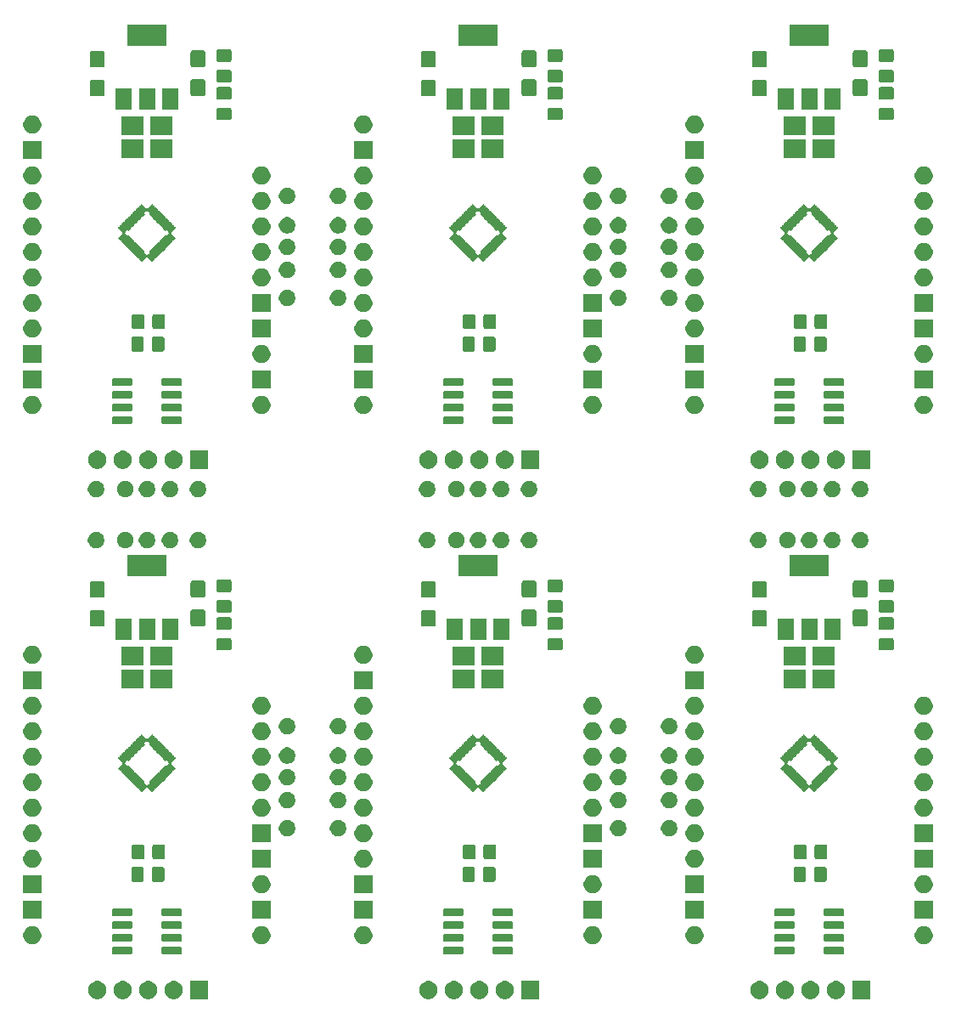
<source format=gbr>
G04 #@! TF.GenerationSoftware,KiCad,Pcbnew,(5.1.6)-1*
G04 #@! TF.CreationDate,2020-10-29T18:05:45+08:00*
G04 #@! TF.ProjectId,panelized,70616e65-6c69-47a6-9564-2e6b69636164,rev?*
G04 #@! TF.SameCoordinates,Original*
G04 #@! TF.FileFunction,Soldermask,Top*
G04 #@! TF.FilePolarity,Negative*
%FSLAX46Y46*%
G04 Gerber Fmt 4.6, Leading zero omitted, Abs format (unit mm)*
G04 Created by KiCad (PCBNEW (5.1.6)-1) date 2020-10-29 18:05:45*
%MOMM*%
%LPD*%
G01*
G04 APERTURE LIST*
%ADD10C,0.100000*%
G04 APERTURE END LIST*
D10*
G36*
X166128000Y-157619000D02*
G01*
X164326000Y-157619000D01*
X164326000Y-155817000D01*
X166128000Y-155817000D01*
X166128000Y-157619000D01*
G37*
G36*
X91680512Y-155821927D02*
G01*
X91829812Y-155851624D01*
X91993784Y-155919544D01*
X92141354Y-156018147D01*
X92266853Y-156143646D01*
X92365456Y-156291216D01*
X92433376Y-156455188D01*
X92468000Y-156629259D01*
X92468000Y-156806741D01*
X92433376Y-156980812D01*
X92365456Y-157144784D01*
X92266853Y-157292354D01*
X92141354Y-157417853D01*
X91993784Y-157516456D01*
X91829812Y-157584376D01*
X91680512Y-157614073D01*
X91655742Y-157619000D01*
X91478258Y-157619000D01*
X91453488Y-157614073D01*
X91304188Y-157584376D01*
X91140216Y-157516456D01*
X90992646Y-157417853D01*
X90867147Y-157292354D01*
X90768544Y-157144784D01*
X90700624Y-156980812D01*
X90666000Y-156806741D01*
X90666000Y-156629259D01*
X90700624Y-156455188D01*
X90768544Y-156291216D01*
X90867147Y-156143646D01*
X90992646Y-156018147D01*
X91140216Y-155919544D01*
X91304188Y-155851624D01*
X91453488Y-155821927D01*
X91478258Y-155817000D01*
X91655742Y-155817000D01*
X91680512Y-155821927D01*
G37*
G36*
X129780512Y-155821927D02*
G01*
X129929812Y-155851624D01*
X130093784Y-155919544D01*
X130241354Y-156018147D01*
X130366853Y-156143646D01*
X130465456Y-156291216D01*
X130533376Y-156455188D01*
X130568000Y-156629259D01*
X130568000Y-156806741D01*
X130533376Y-156980812D01*
X130465456Y-157144784D01*
X130366853Y-157292354D01*
X130241354Y-157417853D01*
X130093784Y-157516456D01*
X129929812Y-157584376D01*
X129780512Y-157614073D01*
X129755742Y-157619000D01*
X129578258Y-157619000D01*
X129553488Y-157614073D01*
X129404188Y-157584376D01*
X129240216Y-157516456D01*
X129092646Y-157417853D01*
X128967147Y-157292354D01*
X128868544Y-157144784D01*
X128800624Y-156980812D01*
X128766000Y-156806741D01*
X128766000Y-156629259D01*
X128800624Y-156455188D01*
X128868544Y-156291216D01*
X128967147Y-156143646D01*
X129092646Y-156018147D01*
X129240216Y-155919544D01*
X129404188Y-155851624D01*
X129553488Y-155821927D01*
X129578258Y-155817000D01*
X129755742Y-155817000D01*
X129780512Y-155821927D01*
G37*
G36*
X127240512Y-155821927D02*
G01*
X127389812Y-155851624D01*
X127553784Y-155919544D01*
X127701354Y-156018147D01*
X127826853Y-156143646D01*
X127925456Y-156291216D01*
X127993376Y-156455188D01*
X128028000Y-156629259D01*
X128028000Y-156806741D01*
X127993376Y-156980812D01*
X127925456Y-157144784D01*
X127826853Y-157292354D01*
X127701354Y-157417853D01*
X127553784Y-157516456D01*
X127389812Y-157584376D01*
X127240512Y-157614073D01*
X127215742Y-157619000D01*
X127038258Y-157619000D01*
X127013488Y-157614073D01*
X126864188Y-157584376D01*
X126700216Y-157516456D01*
X126552646Y-157417853D01*
X126427147Y-157292354D01*
X126328544Y-157144784D01*
X126260624Y-156980812D01*
X126226000Y-156806741D01*
X126226000Y-156629259D01*
X126260624Y-156455188D01*
X126328544Y-156291216D01*
X126427147Y-156143646D01*
X126552646Y-156018147D01*
X126700216Y-155919544D01*
X126864188Y-155851624D01*
X127013488Y-155821927D01*
X127038258Y-155817000D01*
X127215742Y-155817000D01*
X127240512Y-155821927D01*
G37*
G36*
X124700512Y-155821927D02*
G01*
X124849812Y-155851624D01*
X125013784Y-155919544D01*
X125161354Y-156018147D01*
X125286853Y-156143646D01*
X125385456Y-156291216D01*
X125453376Y-156455188D01*
X125488000Y-156629259D01*
X125488000Y-156806741D01*
X125453376Y-156980812D01*
X125385456Y-157144784D01*
X125286853Y-157292354D01*
X125161354Y-157417853D01*
X125013784Y-157516456D01*
X124849812Y-157584376D01*
X124700512Y-157614073D01*
X124675742Y-157619000D01*
X124498258Y-157619000D01*
X124473488Y-157614073D01*
X124324188Y-157584376D01*
X124160216Y-157516456D01*
X124012646Y-157417853D01*
X123887147Y-157292354D01*
X123788544Y-157144784D01*
X123720624Y-156980812D01*
X123686000Y-156806741D01*
X123686000Y-156629259D01*
X123720624Y-156455188D01*
X123788544Y-156291216D01*
X123887147Y-156143646D01*
X124012646Y-156018147D01*
X124160216Y-155919544D01*
X124324188Y-155851624D01*
X124473488Y-155821927D01*
X124498258Y-155817000D01*
X124675742Y-155817000D01*
X124700512Y-155821927D01*
G37*
G36*
X122160512Y-155821927D02*
G01*
X122309812Y-155851624D01*
X122473784Y-155919544D01*
X122621354Y-156018147D01*
X122746853Y-156143646D01*
X122845456Y-156291216D01*
X122913376Y-156455188D01*
X122948000Y-156629259D01*
X122948000Y-156806741D01*
X122913376Y-156980812D01*
X122845456Y-157144784D01*
X122746853Y-157292354D01*
X122621354Y-157417853D01*
X122473784Y-157516456D01*
X122309812Y-157584376D01*
X122160512Y-157614073D01*
X122135742Y-157619000D01*
X121958258Y-157619000D01*
X121933488Y-157614073D01*
X121784188Y-157584376D01*
X121620216Y-157516456D01*
X121472646Y-157417853D01*
X121347147Y-157292354D01*
X121248544Y-157144784D01*
X121180624Y-156980812D01*
X121146000Y-156806741D01*
X121146000Y-156629259D01*
X121180624Y-156455188D01*
X121248544Y-156291216D01*
X121347147Y-156143646D01*
X121472646Y-156018147D01*
X121620216Y-155919544D01*
X121784188Y-155851624D01*
X121933488Y-155821927D01*
X121958258Y-155817000D01*
X122135742Y-155817000D01*
X122160512Y-155821927D01*
G37*
G36*
X100088000Y-157619000D02*
G01*
X98286000Y-157619000D01*
X98286000Y-155817000D01*
X100088000Y-155817000D01*
X100088000Y-157619000D01*
G37*
G36*
X96760512Y-155821927D02*
G01*
X96909812Y-155851624D01*
X97073784Y-155919544D01*
X97221354Y-156018147D01*
X97346853Y-156143646D01*
X97445456Y-156291216D01*
X97513376Y-156455188D01*
X97548000Y-156629259D01*
X97548000Y-156806741D01*
X97513376Y-156980812D01*
X97445456Y-157144784D01*
X97346853Y-157292354D01*
X97221354Y-157417853D01*
X97073784Y-157516456D01*
X96909812Y-157584376D01*
X96760512Y-157614073D01*
X96735742Y-157619000D01*
X96558258Y-157619000D01*
X96533488Y-157614073D01*
X96384188Y-157584376D01*
X96220216Y-157516456D01*
X96072646Y-157417853D01*
X95947147Y-157292354D01*
X95848544Y-157144784D01*
X95780624Y-156980812D01*
X95746000Y-156806741D01*
X95746000Y-156629259D01*
X95780624Y-156455188D01*
X95848544Y-156291216D01*
X95947147Y-156143646D01*
X96072646Y-156018147D01*
X96220216Y-155919544D01*
X96384188Y-155851624D01*
X96533488Y-155821927D01*
X96558258Y-155817000D01*
X96735742Y-155817000D01*
X96760512Y-155821927D01*
G37*
G36*
X94220512Y-155821927D02*
G01*
X94369812Y-155851624D01*
X94533784Y-155919544D01*
X94681354Y-156018147D01*
X94806853Y-156143646D01*
X94905456Y-156291216D01*
X94973376Y-156455188D01*
X95008000Y-156629259D01*
X95008000Y-156806741D01*
X94973376Y-156980812D01*
X94905456Y-157144784D01*
X94806853Y-157292354D01*
X94681354Y-157417853D01*
X94533784Y-157516456D01*
X94369812Y-157584376D01*
X94220512Y-157614073D01*
X94195742Y-157619000D01*
X94018258Y-157619000D01*
X93993488Y-157614073D01*
X93844188Y-157584376D01*
X93680216Y-157516456D01*
X93532646Y-157417853D01*
X93407147Y-157292354D01*
X93308544Y-157144784D01*
X93240624Y-156980812D01*
X93206000Y-156806741D01*
X93206000Y-156629259D01*
X93240624Y-156455188D01*
X93308544Y-156291216D01*
X93407147Y-156143646D01*
X93532646Y-156018147D01*
X93680216Y-155919544D01*
X93844188Y-155851624D01*
X93993488Y-155821927D01*
X94018258Y-155817000D01*
X94195742Y-155817000D01*
X94220512Y-155821927D01*
G37*
G36*
X89140512Y-155821927D02*
G01*
X89289812Y-155851624D01*
X89453784Y-155919544D01*
X89601354Y-156018147D01*
X89726853Y-156143646D01*
X89825456Y-156291216D01*
X89893376Y-156455188D01*
X89928000Y-156629259D01*
X89928000Y-156806741D01*
X89893376Y-156980812D01*
X89825456Y-157144784D01*
X89726853Y-157292354D01*
X89601354Y-157417853D01*
X89453784Y-157516456D01*
X89289812Y-157584376D01*
X89140512Y-157614073D01*
X89115742Y-157619000D01*
X88938258Y-157619000D01*
X88913488Y-157614073D01*
X88764188Y-157584376D01*
X88600216Y-157516456D01*
X88452646Y-157417853D01*
X88327147Y-157292354D01*
X88228544Y-157144784D01*
X88160624Y-156980812D01*
X88126000Y-156806741D01*
X88126000Y-156629259D01*
X88160624Y-156455188D01*
X88228544Y-156291216D01*
X88327147Y-156143646D01*
X88452646Y-156018147D01*
X88600216Y-155919544D01*
X88764188Y-155851624D01*
X88913488Y-155821927D01*
X88938258Y-155817000D01*
X89115742Y-155817000D01*
X89140512Y-155821927D01*
G37*
G36*
X133108000Y-157619000D02*
G01*
X131306000Y-157619000D01*
X131306000Y-155817000D01*
X133108000Y-155817000D01*
X133108000Y-157619000D01*
G37*
G36*
X155180512Y-155821927D02*
G01*
X155329812Y-155851624D01*
X155493784Y-155919544D01*
X155641354Y-156018147D01*
X155766853Y-156143646D01*
X155865456Y-156291216D01*
X155933376Y-156455188D01*
X155968000Y-156629259D01*
X155968000Y-156806741D01*
X155933376Y-156980812D01*
X155865456Y-157144784D01*
X155766853Y-157292354D01*
X155641354Y-157417853D01*
X155493784Y-157516456D01*
X155329812Y-157584376D01*
X155180512Y-157614073D01*
X155155742Y-157619000D01*
X154978258Y-157619000D01*
X154953488Y-157614073D01*
X154804188Y-157584376D01*
X154640216Y-157516456D01*
X154492646Y-157417853D01*
X154367147Y-157292354D01*
X154268544Y-157144784D01*
X154200624Y-156980812D01*
X154166000Y-156806741D01*
X154166000Y-156629259D01*
X154200624Y-156455188D01*
X154268544Y-156291216D01*
X154367147Y-156143646D01*
X154492646Y-156018147D01*
X154640216Y-155919544D01*
X154804188Y-155851624D01*
X154953488Y-155821927D01*
X154978258Y-155817000D01*
X155155742Y-155817000D01*
X155180512Y-155821927D01*
G37*
G36*
X157720512Y-155821927D02*
G01*
X157869812Y-155851624D01*
X158033784Y-155919544D01*
X158181354Y-156018147D01*
X158306853Y-156143646D01*
X158405456Y-156291216D01*
X158473376Y-156455188D01*
X158508000Y-156629259D01*
X158508000Y-156806741D01*
X158473376Y-156980812D01*
X158405456Y-157144784D01*
X158306853Y-157292354D01*
X158181354Y-157417853D01*
X158033784Y-157516456D01*
X157869812Y-157584376D01*
X157720512Y-157614073D01*
X157695742Y-157619000D01*
X157518258Y-157619000D01*
X157493488Y-157614073D01*
X157344188Y-157584376D01*
X157180216Y-157516456D01*
X157032646Y-157417853D01*
X156907147Y-157292354D01*
X156808544Y-157144784D01*
X156740624Y-156980812D01*
X156706000Y-156806741D01*
X156706000Y-156629259D01*
X156740624Y-156455188D01*
X156808544Y-156291216D01*
X156907147Y-156143646D01*
X157032646Y-156018147D01*
X157180216Y-155919544D01*
X157344188Y-155851624D01*
X157493488Y-155821927D01*
X157518258Y-155817000D01*
X157695742Y-155817000D01*
X157720512Y-155821927D01*
G37*
G36*
X160260512Y-155821927D02*
G01*
X160409812Y-155851624D01*
X160573784Y-155919544D01*
X160721354Y-156018147D01*
X160846853Y-156143646D01*
X160945456Y-156291216D01*
X161013376Y-156455188D01*
X161048000Y-156629259D01*
X161048000Y-156806741D01*
X161013376Y-156980812D01*
X160945456Y-157144784D01*
X160846853Y-157292354D01*
X160721354Y-157417853D01*
X160573784Y-157516456D01*
X160409812Y-157584376D01*
X160260512Y-157614073D01*
X160235742Y-157619000D01*
X160058258Y-157619000D01*
X160033488Y-157614073D01*
X159884188Y-157584376D01*
X159720216Y-157516456D01*
X159572646Y-157417853D01*
X159447147Y-157292354D01*
X159348544Y-157144784D01*
X159280624Y-156980812D01*
X159246000Y-156806741D01*
X159246000Y-156629259D01*
X159280624Y-156455188D01*
X159348544Y-156291216D01*
X159447147Y-156143646D01*
X159572646Y-156018147D01*
X159720216Y-155919544D01*
X159884188Y-155851624D01*
X160033488Y-155821927D01*
X160058258Y-155817000D01*
X160235742Y-155817000D01*
X160260512Y-155821927D01*
G37*
G36*
X162800512Y-155821927D02*
G01*
X162949812Y-155851624D01*
X163113784Y-155919544D01*
X163261354Y-156018147D01*
X163386853Y-156143646D01*
X163485456Y-156291216D01*
X163553376Y-156455188D01*
X163588000Y-156629259D01*
X163588000Y-156806741D01*
X163553376Y-156980812D01*
X163485456Y-157144784D01*
X163386853Y-157292354D01*
X163261354Y-157417853D01*
X163113784Y-157516456D01*
X162949812Y-157584376D01*
X162800512Y-157614073D01*
X162775742Y-157619000D01*
X162598258Y-157619000D01*
X162573488Y-157614073D01*
X162424188Y-157584376D01*
X162260216Y-157516456D01*
X162112646Y-157417853D01*
X161987147Y-157292354D01*
X161888544Y-157144784D01*
X161820624Y-156980812D01*
X161786000Y-156806741D01*
X161786000Y-156629259D01*
X161820624Y-156455188D01*
X161888544Y-156291216D01*
X161987147Y-156143646D01*
X162112646Y-156018147D01*
X162260216Y-155919544D01*
X162424188Y-155851624D01*
X162573488Y-155821927D01*
X162598258Y-155817000D01*
X162775742Y-155817000D01*
X162800512Y-155821927D01*
G37*
G36*
X92439928Y-152432764D02*
G01*
X92461009Y-152439160D01*
X92480445Y-152449548D01*
X92497476Y-152463524D01*
X92511452Y-152480555D01*
X92521840Y-152499991D01*
X92528236Y-152521072D01*
X92531000Y-152549140D01*
X92531000Y-153012860D01*
X92528236Y-153040928D01*
X92521840Y-153062009D01*
X92511452Y-153081445D01*
X92497476Y-153098476D01*
X92480445Y-153112452D01*
X92461009Y-153122840D01*
X92439928Y-153129236D01*
X92411860Y-153132000D01*
X90598140Y-153132000D01*
X90570072Y-153129236D01*
X90548991Y-153122840D01*
X90529555Y-153112452D01*
X90512524Y-153098476D01*
X90498548Y-153081445D01*
X90488160Y-153062009D01*
X90481764Y-153040928D01*
X90479000Y-153012860D01*
X90479000Y-152549140D01*
X90481764Y-152521072D01*
X90488160Y-152499991D01*
X90498548Y-152480555D01*
X90512524Y-152463524D01*
X90529555Y-152449548D01*
X90548991Y-152439160D01*
X90570072Y-152432764D01*
X90598140Y-152430000D01*
X92411860Y-152430000D01*
X92439928Y-152432764D01*
G37*
G36*
X158479928Y-152432764D02*
G01*
X158501009Y-152439160D01*
X158520445Y-152449548D01*
X158537476Y-152463524D01*
X158551452Y-152480555D01*
X158561840Y-152499991D01*
X158568236Y-152521072D01*
X158571000Y-152549140D01*
X158571000Y-153012860D01*
X158568236Y-153040928D01*
X158561840Y-153062009D01*
X158551452Y-153081445D01*
X158537476Y-153098476D01*
X158520445Y-153112452D01*
X158501009Y-153122840D01*
X158479928Y-153129236D01*
X158451860Y-153132000D01*
X156638140Y-153132000D01*
X156610072Y-153129236D01*
X156588991Y-153122840D01*
X156569555Y-153112452D01*
X156552524Y-153098476D01*
X156538548Y-153081445D01*
X156528160Y-153062009D01*
X156521764Y-153040928D01*
X156519000Y-153012860D01*
X156519000Y-152549140D01*
X156521764Y-152521072D01*
X156528160Y-152499991D01*
X156538548Y-152480555D01*
X156552524Y-152463524D01*
X156569555Y-152449548D01*
X156588991Y-152439160D01*
X156610072Y-152432764D01*
X156638140Y-152430000D01*
X158451860Y-152430000D01*
X158479928Y-152432764D01*
G37*
G36*
X163429928Y-152432764D02*
G01*
X163451009Y-152439160D01*
X163470445Y-152449548D01*
X163487476Y-152463524D01*
X163501452Y-152480555D01*
X163511840Y-152499991D01*
X163518236Y-152521072D01*
X163521000Y-152549140D01*
X163521000Y-153012860D01*
X163518236Y-153040928D01*
X163511840Y-153062009D01*
X163501452Y-153081445D01*
X163487476Y-153098476D01*
X163470445Y-153112452D01*
X163451009Y-153122840D01*
X163429928Y-153129236D01*
X163401860Y-153132000D01*
X161588140Y-153132000D01*
X161560072Y-153129236D01*
X161538991Y-153122840D01*
X161519555Y-153112452D01*
X161502524Y-153098476D01*
X161488548Y-153081445D01*
X161478160Y-153062009D01*
X161471764Y-153040928D01*
X161469000Y-153012860D01*
X161469000Y-152549140D01*
X161471764Y-152521072D01*
X161478160Y-152499991D01*
X161488548Y-152480555D01*
X161502524Y-152463524D01*
X161519555Y-152449548D01*
X161538991Y-152439160D01*
X161560072Y-152432764D01*
X161588140Y-152430000D01*
X163401860Y-152430000D01*
X163429928Y-152432764D01*
G37*
G36*
X125459928Y-152432764D02*
G01*
X125481009Y-152439160D01*
X125500445Y-152449548D01*
X125517476Y-152463524D01*
X125531452Y-152480555D01*
X125541840Y-152499991D01*
X125548236Y-152521072D01*
X125551000Y-152549140D01*
X125551000Y-153012860D01*
X125548236Y-153040928D01*
X125541840Y-153062009D01*
X125531452Y-153081445D01*
X125517476Y-153098476D01*
X125500445Y-153112452D01*
X125481009Y-153122840D01*
X125459928Y-153129236D01*
X125431860Y-153132000D01*
X123618140Y-153132000D01*
X123590072Y-153129236D01*
X123568991Y-153122840D01*
X123549555Y-153112452D01*
X123532524Y-153098476D01*
X123518548Y-153081445D01*
X123508160Y-153062009D01*
X123501764Y-153040928D01*
X123499000Y-153012860D01*
X123499000Y-152549140D01*
X123501764Y-152521072D01*
X123508160Y-152499991D01*
X123518548Y-152480555D01*
X123532524Y-152463524D01*
X123549555Y-152449548D01*
X123568991Y-152439160D01*
X123590072Y-152432764D01*
X123618140Y-152430000D01*
X125431860Y-152430000D01*
X125459928Y-152432764D01*
G37*
G36*
X97389928Y-152432764D02*
G01*
X97411009Y-152439160D01*
X97430445Y-152449548D01*
X97447476Y-152463524D01*
X97461452Y-152480555D01*
X97471840Y-152499991D01*
X97478236Y-152521072D01*
X97481000Y-152549140D01*
X97481000Y-153012860D01*
X97478236Y-153040928D01*
X97471840Y-153062009D01*
X97461452Y-153081445D01*
X97447476Y-153098476D01*
X97430445Y-153112452D01*
X97411009Y-153122840D01*
X97389928Y-153129236D01*
X97361860Y-153132000D01*
X95548140Y-153132000D01*
X95520072Y-153129236D01*
X95498991Y-153122840D01*
X95479555Y-153112452D01*
X95462524Y-153098476D01*
X95448548Y-153081445D01*
X95438160Y-153062009D01*
X95431764Y-153040928D01*
X95429000Y-153012860D01*
X95429000Y-152549140D01*
X95431764Y-152521072D01*
X95438160Y-152499991D01*
X95448548Y-152480555D01*
X95462524Y-152463524D01*
X95479555Y-152449548D01*
X95498991Y-152439160D01*
X95520072Y-152432764D01*
X95548140Y-152430000D01*
X97361860Y-152430000D01*
X97389928Y-152432764D01*
G37*
G36*
X130409928Y-152432764D02*
G01*
X130431009Y-152439160D01*
X130450445Y-152449548D01*
X130467476Y-152463524D01*
X130481452Y-152480555D01*
X130491840Y-152499991D01*
X130498236Y-152521072D01*
X130501000Y-152549140D01*
X130501000Y-153012860D01*
X130498236Y-153040928D01*
X130491840Y-153062009D01*
X130481452Y-153081445D01*
X130467476Y-153098476D01*
X130450445Y-153112452D01*
X130431009Y-153122840D01*
X130409928Y-153129236D01*
X130381860Y-153132000D01*
X128568140Y-153132000D01*
X128540072Y-153129236D01*
X128518991Y-153122840D01*
X128499555Y-153112452D01*
X128482524Y-153098476D01*
X128468548Y-153081445D01*
X128458160Y-153062009D01*
X128451764Y-153040928D01*
X128449000Y-153012860D01*
X128449000Y-152549140D01*
X128451764Y-152521072D01*
X128458160Y-152499991D01*
X128468548Y-152480555D01*
X128482524Y-152463524D01*
X128499555Y-152449548D01*
X128518991Y-152439160D01*
X128540072Y-152432764D01*
X128568140Y-152430000D01*
X130381860Y-152430000D01*
X130409928Y-152432764D01*
G37*
G36*
X171563512Y-150360927D02*
G01*
X171712812Y-150390624D01*
X171876784Y-150458544D01*
X172024354Y-150557147D01*
X172149853Y-150682646D01*
X172248456Y-150830216D01*
X172316376Y-150994188D01*
X172351000Y-151168259D01*
X172351000Y-151345741D01*
X172316376Y-151519812D01*
X172248456Y-151683784D01*
X172149853Y-151831354D01*
X172024354Y-151956853D01*
X171876784Y-152055456D01*
X171712812Y-152123376D01*
X171563512Y-152153073D01*
X171538742Y-152158000D01*
X171361258Y-152158000D01*
X171336488Y-152153073D01*
X171187188Y-152123376D01*
X171023216Y-152055456D01*
X170875646Y-151956853D01*
X170750147Y-151831354D01*
X170651544Y-151683784D01*
X170583624Y-151519812D01*
X170549000Y-151345741D01*
X170549000Y-151168259D01*
X170583624Y-150994188D01*
X170651544Y-150830216D01*
X170750147Y-150682646D01*
X170875646Y-150557147D01*
X171023216Y-150458544D01*
X171187188Y-150390624D01*
X171336488Y-150360927D01*
X171361258Y-150356000D01*
X171538742Y-150356000D01*
X171563512Y-150360927D01*
G37*
G36*
X138543512Y-150360927D02*
G01*
X138692812Y-150390624D01*
X138856784Y-150458544D01*
X139004354Y-150557147D01*
X139129853Y-150682646D01*
X139228456Y-150830216D01*
X139296376Y-150994188D01*
X139331000Y-151168259D01*
X139331000Y-151345741D01*
X139296376Y-151519812D01*
X139228456Y-151683784D01*
X139129853Y-151831354D01*
X139004354Y-151956853D01*
X138856784Y-152055456D01*
X138692812Y-152123376D01*
X138543512Y-152153073D01*
X138518742Y-152158000D01*
X138341258Y-152158000D01*
X138316488Y-152153073D01*
X138167188Y-152123376D01*
X138003216Y-152055456D01*
X137855646Y-151956853D01*
X137730147Y-151831354D01*
X137631544Y-151683784D01*
X137563624Y-151519812D01*
X137529000Y-151345741D01*
X137529000Y-151168259D01*
X137563624Y-150994188D01*
X137631544Y-150830216D01*
X137730147Y-150682646D01*
X137855646Y-150557147D01*
X138003216Y-150458544D01*
X138167188Y-150390624D01*
X138316488Y-150360927D01*
X138341258Y-150356000D01*
X138518742Y-150356000D01*
X138543512Y-150360927D01*
G37*
G36*
X105523512Y-150360927D02*
G01*
X105672812Y-150390624D01*
X105836784Y-150458544D01*
X105984354Y-150557147D01*
X106109853Y-150682646D01*
X106208456Y-150830216D01*
X106276376Y-150994188D01*
X106311000Y-151168259D01*
X106311000Y-151345741D01*
X106276376Y-151519812D01*
X106208456Y-151683784D01*
X106109853Y-151831354D01*
X105984354Y-151956853D01*
X105836784Y-152055456D01*
X105672812Y-152123376D01*
X105523512Y-152153073D01*
X105498742Y-152158000D01*
X105321258Y-152158000D01*
X105296488Y-152153073D01*
X105147188Y-152123376D01*
X104983216Y-152055456D01*
X104835646Y-151956853D01*
X104710147Y-151831354D01*
X104611544Y-151683784D01*
X104543624Y-151519812D01*
X104509000Y-151345741D01*
X104509000Y-151168259D01*
X104543624Y-150994188D01*
X104611544Y-150830216D01*
X104710147Y-150682646D01*
X104835646Y-150557147D01*
X104983216Y-150458544D01*
X105147188Y-150390624D01*
X105296488Y-150360927D01*
X105321258Y-150356000D01*
X105498742Y-150356000D01*
X105523512Y-150360927D01*
G37*
G36*
X148703512Y-150360927D02*
G01*
X148852812Y-150390624D01*
X149016784Y-150458544D01*
X149164354Y-150557147D01*
X149289853Y-150682646D01*
X149388456Y-150830216D01*
X149456376Y-150994188D01*
X149491000Y-151168259D01*
X149491000Y-151345741D01*
X149456376Y-151519812D01*
X149388456Y-151683784D01*
X149289853Y-151831354D01*
X149164354Y-151956853D01*
X149016784Y-152055456D01*
X148852812Y-152123376D01*
X148703512Y-152153073D01*
X148678742Y-152158000D01*
X148501258Y-152158000D01*
X148476488Y-152153073D01*
X148327188Y-152123376D01*
X148163216Y-152055456D01*
X148015646Y-151956853D01*
X147890147Y-151831354D01*
X147791544Y-151683784D01*
X147723624Y-151519812D01*
X147689000Y-151345741D01*
X147689000Y-151168259D01*
X147723624Y-150994188D01*
X147791544Y-150830216D01*
X147890147Y-150682646D01*
X148015646Y-150557147D01*
X148163216Y-150458544D01*
X148327188Y-150390624D01*
X148476488Y-150360927D01*
X148501258Y-150356000D01*
X148678742Y-150356000D01*
X148703512Y-150360927D01*
G37*
G36*
X115683512Y-150360927D02*
G01*
X115832812Y-150390624D01*
X115996784Y-150458544D01*
X116144354Y-150557147D01*
X116269853Y-150682646D01*
X116368456Y-150830216D01*
X116436376Y-150994188D01*
X116471000Y-151168259D01*
X116471000Y-151345741D01*
X116436376Y-151519812D01*
X116368456Y-151683784D01*
X116269853Y-151831354D01*
X116144354Y-151956853D01*
X115996784Y-152055456D01*
X115832812Y-152123376D01*
X115683512Y-152153073D01*
X115658742Y-152158000D01*
X115481258Y-152158000D01*
X115456488Y-152153073D01*
X115307188Y-152123376D01*
X115143216Y-152055456D01*
X114995646Y-151956853D01*
X114870147Y-151831354D01*
X114771544Y-151683784D01*
X114703624Y-151519812D01*
X114669000Y-151345741D01*
X114669000Y-151168259D01*
X114703624Y-150994188D01*
X114771544Y-150830216D01*
X114870147Y-150682646D01*
X114995646Y-150557147D01*
X115143216Y-150458544D01*
X115307188Y-150390624D01*
X115456488Y-150360927D01*
X115481258Y-150356000D01*
X115658742Y-150356000D01*
X115683512Y-150360927D01*
G37*
G36*
X82663512Y-150360927D02*
G01*
X82812812Y-150390624D01*
X82976784Y-150458544D01*
X83124354Y-150557147D01*
X83249853Y-150682646D01*
X83348456Y-150830216D01*
X83416376Y-150994188D01*
X83451000Y-151168259D01*
X83451000Y-151345741D01*
X83416376Y-151519812D01*
X83348456Y-151683784D01*
X83249853Y-151831354D01*
X83124354Y-151956853D01*
X82976784Y-152055456D01*
X82812812Y-152123376D01*
X82663512Y-152153073D01*
X82638742Y-152158000D01*
X82461258Y-152158000D01*
X82436488Y-152153073D01*
X82287188Y-152123376D01*
X82123216Y-152055456D01*
X81975646Y-151956853D01*
X81850147Y-151831354D01*
X81751544Y-151683784D01*
X81683624Y-151519812D01*
X81649000Y-151345741D01*
X81649000Y-151168259D01*
X81683624Y-150994188D01*
X81751544Y-150830216D01*
X81850147Y-150682646D01*
X81975646Y-150557147D01*
X82123216Y-150458544D01*
X82287188Y-150390624D01*
X82436488Y-150360927D01*
X82461258Y-150356000D01*
X82638742Y-150356000D01*
X82663512Y-150360927D01*
G37*
G36*
X125459928Y-151162764D02*
G01*
X125481009Y-151169160D01*
X125500445Y-151179548D01*
X125517476Y-151193524D01*
X125531452Y-151210555D01*
X125541840Y-151229991D01*
X125548236Y-151251072D01*
X125551000Y-151279140D01*
X125551000Y-151742860D01*
X125548236Y-151770928D01*
X125541840Y-151792009D01*
X125531452Y-151811445D01*
X125517476Y-151828476D01*
X125500445Y-151842452D01*
X125481009Y-151852840D01*
X125459928Y-151859236D01*
X125431860Y-151862000D01*
X123618140Y-151862000D01*
X123590072Y-151859236D01*
X123568991Y-151852840D01*
X123549555Y-151842452D01*
X123532524Y-151828476D01*
X123518548Y-151811445D01*
X123508160Y-151792009D01*
X123501764Y-151770928D01*
X123499000Y-151742860D01*
X123499000Y-151279140D01*
X123501764Y-151251072D01*
X123508160Y-151229991D01*
X123518548Y-151210555D01*
X123532524Y-151193524D01*
X123549555Y-151179548D01*
X123568991Y-151169160D01*
X123590072Y-151162764D01*
X123618140Y-151160000D01*
X125431860Y-151160000D01*
X125459928Y-151162764D01*
G37*
G36*
X92439928Y-151162764D02*
G01*
X92461009Y-151169160D01*
X92480445Y-151179548D01*
X92497476Y-151193524D01*
X92511452Y-151210555D01*
X92521840Y-151229991D01*
X92528236Y-151251072D01*
X92531000Y-151279140D01*
X92531000Y-151742860D01*
X92528236Y-151770928D01*
X92521840Y-151792009D01*
X92511452Y-151811445D01*
X92497476Y-151828476D01*
X92480445Y-151842452D01*
X92461009Y-151852840D01*
X92439928Y-151859236D01*
X92411860Y-151862000D01*
X90598140Y-151862000D01*
X90570072Y-151859236D01*
X90548991Y-151852840D01*
X90529555Y-151842452D01*
X90512524Y-151828476D01*
X90498548Y-151811445D01*
X90488160Y-151792009D01*
X90481764Y-151770928D01*
X90479000Y-151742860D01*
X90479000Y-151279140D01*
X90481764Y-151251072D01*
X90488160Y-151229991D01*
X90498548Y-151210555D01*
X90512524Y-151193524D01*
X90529555Y-151179548D01*
X90548991Y-151169160D01*
X90570072Y-151162764D01*
X90598140Y-151160000D01*
X92411860Y-151160000D01*
X92439928Y-151162764D01*
G37*
G36*
X97389928Y-151162764D02*
G01*
X97411009Y-151169160D01*
X97430445Y-151179548D01*
X97447476Y-151193524D01*
X97461452Y-151210555D01*
X97471840Y-151229991D01*
X97478236Y-151251072D01*
X97481000Y-151279140D01*
X97481000Y-151742860D01*
X97478236Y-151770928D01*
X97471840Y-151792009D01*
X97461452Y-151811445D01*
X97447476Y-151828476D01*
X97430445Y-151842452D01*
X97411009Y-151852840D01*
X97389928Y-151859236D01*
X97361860Y-151862000D01*
X95548140Y-151862000D01*
X95520072Y-151859236D01*
X95498991Y-151852840D01*
X95479555Y-151842452D01*
X95462524Y-151828476D01*
X95448548Y-151811445D01*
X95438160Y-151792009D01*
X95431764Y-151770928D01*
X95429000Y-151742860D01*
X95429000Y-151279140D01*
X95431764Y-151251072D01*
X95438160Y-151229991D01*
X95448548Y-151210555D01*
X95462524Y-151193524D01*
X95479555Y-151179548D01*
X95498991Y-151169160D01*
X95520072Y-151162764D01*
X95548140Y-151160000D01*
X97361860Y-151160000D01*
X97389928Y-151162764D01*
G37*
G36*
X163429928Y-151162764D02*
G01*
X163451009Y-151169160D01*
X163470445Y-151179548D01*
X163487476Y-151193524D01*
X163501452Y-151210555D01*
X163511840Y-151229991D01*
X163518236Y-151251072D01*
X163521000Y-151279140D01*
X163521000Y-151742860D01*
X163518236Y-151770928D01*
X163511840Y-151792009D01*
X163501452Y-151811445D01*
X163487476Y-151828476D01*
X163470445Y-151842452D01*
X163451009Y-151852840D01*
X163429928Y-151859236D01*
X163401860Y-151862000D01*
X161588140Y-151862000D01*
X161560072Y-151859236D01*
X161538991Y-151852840D01*
X161519555Y-151842452D01*
X161502524Y-151828476D01*
X161488548Y-151811445D01*
X161478160Y-151792009D01*
X161471764Y-151770928D01*
X161469000Y-151742860D01*
X161469000Y-151279140D01*
X161471764Y-151251072D01*
X161478160Y-151229991D01*
X161488548Y-151210555D01*
X161502524Y-151193524D01*
X161519555Y-151179548D01*
X161538991Y-151169160D01*
X161560072Y-151162764D01*
X161588140Y-151160000D01*
X163401860Y-151160000D01*
X163429928Y-151162764D01*
G37*
G36*
X158479928Y-151162764D02*
G01*
X158501009Y-151169160D01*
X158520445Y-151179548D01*
X158537476Y-151193524D01*
X158551452Y-151210555D01*
X158561840Y-151229991D01*
X158568236Y-151251072D01*
X158571000Y-151279140D01*
X158571000Y-151742860D01*
X158568236Y-151770928D01*
X158561840Y-151792009D01*
X158551452Y-151811445D01*
X158537476Y-151828476D01*
X158520445Y-151842452D01*
X158501009Y-151852840D01*
X158479928Y-151859236D01*
X158451860Y-151862000D01*
X156638140Y-151862000D01*
X156610072Y-151859236D01*
X156588991Y-151852840D01*
X156569555Y-151842452D01*
X156552524Y-151828476D01*
X156538548Y-151811445D01*
X156528160Y-151792009D01*
X156521764Y-151770928D01*
X156519000Y-151742860D01*
X156519000Y-151279140D01*
X156521764Y-151251072D01*
X156528160Y-151229991D01*
X156538548Y-151210555D01*
X156552524Y-151193524D01*
X156569555Y-151179548D01*
X156588991Y-151169160D01*
X156610072Y-151162764D01*
X156638140Y-151160000D01*
X158451860Y-151160000D01*
X158479928Y-151162764D01*
G37*
G36*
X130409928Y-151162764D02*
G01*
X130431009Y-151169160D01*
X130450445Y-151179548D01*
X130467476Y-151193524D01*
X130481452Y-151210555D01*
X130491840Y-151229991D01*
X130498236Y-151251072D01*
X130501000Y-151279140D01*
X130501000Y-151742860D01*
X130498236Y-151770928D01*
X130491840Y-151792009D01*
X130481452Y-151811445D01*
X130467476Y-151828476D01*
X130450445Y-151842452D01*
X130431009Y-151852840D01*
X130409928Y-151859236D01*
X130381860Y-151862000D01*
X128568140Y-151862000D01*
X128540072Y-151859236D01*
X128518991Y-151852840D01*
X128499555Y-151842452D01*
X128482524Y-151828476D01*
X128468548Y-151811445D01*
X128458160Y-151792009D01*
X128451764Y-151770928D01*
X128449000Y-151742860D01*
X128449000Y-151279140D01*
X128451764Y-151251072D01*
X128458160Y-151229991D01*
X128468548Y-151210555D01*
X128482524Y-151193524D01*
X128499555Y-151179548D01*
X128518991Y-151169160D01*
X128540072Y-151162764D01*
X128568140Y-151160000D01*
X130381860Y-151160000D01*
X130409928Y-151162764D01*
G37*
G36*
X158479928Y-149892764D02*
G01*
X158501009Y-149899160D01*
X158520445Y-149909548D01*
X158537476Y-149923524D01*
X158551452Y-149940555D01*
X158561840Y-149959991D01*
X158568236Y-149981072D01*
X158571000Y-150009140D01*
X158571000Y-150472860D01*
X158568236Y-150500928D01*
X158561840Y-150522009D01*
X158551452Y-150541445D01*
X158537476Y-150558476D01*
X158520445Y-150572452D01*
X158501009Y-150582840D01*
X158479928Y-150589236D01*
X158451860Y-150592000D01*
X156638140Y-150592000D01*
X156610072Y-150589236D01*
X156588991Y-150582840D01*
X156569555Y-150572452D01*
X156552524Y-150558476D01*
X156538548Y-150541445D01*
X156528160Y-150522009D01*
X156521764Y-150500928D01*
X156519000Y-150472860D01*
X156519000Y-150009140D01*
X156521764Y-149981072D01*
X156528160Y-149959991D01*
X156538548Y-149940555D01*
X156552524Y-149923524D01*
X156569555Y-149909548D01*
X156588991Y-149899160D01*
X156610072Y-149892764D01*
X156638140Y-149890000D01*
X158451860Y-149890000D01*
X158479928Y-149892764D01*
G37*
G36*
X163429928Y-149892764D02*
G01*
X163451009Y-149899160D01*
X163470445Y-149909548D01*
X163487476Y-149923524D01*
X163501452Y-149940555D01*
X163511840Y-149959991D01*
X163518236Y-149981072D01*
X163521000Y-150009140D01*
X163521000Y-150472860D01*
X163518236Y-150500928D01*
X163511840Y-150522009D01*
X163501452Y-150541445D01*
X163487476Y-150558476D01*
X163470445Y-150572452D01*
X163451009Y-150582840D01*
X163429928Y-150589236D01*
X163401860Y-150592000D01*
X161588140Y-150592000D01*
X161560072Y-150589236D01*
X161538991Y-150582840D01*
X161519555Y-150572452D01*
X161502524Y-150558476D01*
X161488548Y-150541445D01*
X161478160Y-150522009D01*
X161471764Y-150500928D01*
X161469000Y-150472860D01*
X161469000Y-150009140D01*
X161471764Y-149981072D01*
X161478160Y-149959991D01*
X161488548Y-149940555D01*
X161502524Y-149923524D01*
X161519555Y-149909548D01*
X161538991Y-149899160D01*
X161560072Y-149892764D01*
X161588140Y-149890000D01*
X163401860Y-149890000D01*
X163429928Y-149892764D01*
G37*
G36*
X130409928Y-149892764D02*
G01*
X130431009Y-149899160D01*
X130450445Y-149909548D01*
X130467476Y-149923524D01*
X130481452Y-149940555D01*
X130491840Y-149959991D01*
X130498236Y-149981072D01*
X130501000Y-150009140D01*
X130501000Y-150472860D01*
X130498236Y-150500928D01*
X130491840Y-150522009D01*
X130481452Y-150541445D01*
X130467476Y-150558476D01*
X130450445Y-150572452D01*
X130431009Y-150582840D01*
X130409928Y-150589236D01*
X130381860Y-150592000D01*
X128568140Y-150592000D01*
X128540072Y-150589236D01*
X128518991Y-150582840D01*
X128499555Y-150572452D01*
X128482524Y-150558476D01*
X128468548Y-150541445D01*
X128458160Y-150522009D01*
X128451764Y-150500928D01*
X128449000Y-150472860D01*
X128449000Y-150009140D01*
X128451764Y-149981072D01*
X128458160Y-149959991D01*
X128468548Y-149940555D01*
X128482524Y-149923524D01*
X128499555Y-149909548D01*
X128518991Y-149899160D01*
X128540072Y-149892764D01*
X128568140Y-149890000D01*
X130381860Y-149890000D01*
X130409928Y-149892764D01*
G37*
G36*
X125459928Y-149892764D02*
G01*
X125481009Y-149899160D01*
X125500445Y-149909548D01*
X125517476Y-149923524D01*
X125531452Y-149940555D01*
X125541840Y-149959991D01*
X125548236Y-149981072D01*
X125551000Y-150009140D01*
X125551000Y-150472860D01*
X125548236Y-150500928D01*
X125541840Y-150522009D01*
X125531452Y-150541445D01*
X125517476Y-150558476D01*
X125500445Y-150572452D01*
X125481009Y-150582840D01*
X125459928Y-150589236D01*
X125431860Y-150592000D01*
X123618140Y-150592000D01*
X123590072Y-150589236D01*
X123568991Y-150582840D01*
X123549555Y-150572452D01*
X123532524Y-150558476D01*
X123518548Y-150541445D01*
X123508160Y-150522009D01*
X123501764Y-150500928D01*
X123499000Y-150472860D01*
X123499000Y-150009140D01*
X123501764Y-149981072D01*
X123508160Y-149959991D01*
X123518548Y-149940555D01*
X123532524Y-149923524D01*
X123549555Y-149909548D01*
X123568991Y-149899160D01*
X123590072Y-149892764D01*
X123618140Y-149890000D01*
X125431860Y-149890000D01*
X125459928Y-149892764D01*
G37*
G36*
X97389928Y-149892764D02*
G01*
X97411009Y-149899160D01*
X97430445Y-149909548D01*
X97447476Y-149923524D01*
X97461452Y-149940555D01*
X97471840Y-149959991D01*
X97478236Y-149981072D01*
X97481000Y-150009140D01*
X97481000Y-150472860D01*
X97478236Y-150500928D01*
X97471840Y-150522009D01*
X97461452Y-150541445D01*
X97447476Y-150558476D01*
X97430445Y-150572452D01*
X97411009Y-150582840D01*
X97389928Y-150589236D01*
X97361860Y-150592000D01*
X95548140Y-150592000D01*
X95520072Y-150589236D01*
X95498991Y-150582840D01*
X95479555Y-150572452D01*
X95462524Y-150558476D01*
X95448548Y-150541445D01*
X95438160Y-150522009D01*
X95431764Y-150500928D01*
X95429000Y-150472860D01*
X95429000Y-150009140D01*
X95431764Y-149981072D01*
X95438160Y-149959991D01*
X95448548Y-149940555D01*
X95462524Y-149923524D01*
X95479555Y-149909548D01*
X95498991Y-149899160D01*
X95520072Y-149892764D01*
X95548140Y-149890000D01*
X97361860Y-149890000D01*
X97389928Y-149892764D01*
G37*
G36*
X92439928Y-149892764D02*
G01*
X92461009Y-149899160D01*
X92480445Y-149909548D01*
X92497476Y-149923524D01*
X92511452Y-149940555D01*
X92521840Y-149959991D01*
X92528236Y-149981072D01*
X92531000Y-150009140D01*
X92531000Y-150472860D01*
X92528236Y-150500928D01*
X92521840Y-150522009D01*
X92511452Y-150541445D01*
X92497476Y-150558476D01*
X92480445Y-150572452D01*
X92461009Y-150582840D01*
X92439928Y-150589236D01*
X92411860Y-150592000D01*
X90598140Y-150592000D01*
X90570072Y-150589236D01*
X90548991Y-150582840D01*
X90529555Y-150572452D01*
X90512524Y-150558476D01*
X90498548Y-150541445D01*
X90488160Y-150522009D01*
X90481764Y-150500928D01*
X90479000Y-150472860D01*
X90479000Y-150009140D01*
X90481764Y-149981072D01*
X90488160Y-149959991D01*
X90498548Y-149940555D01*
X90512524Y-149923524D01*
X90529555Y-149909548D01*
X90548991Y-149899160D01*
X90570072Y-149892764D01*
X90598140Y-149890000D01*
X92411860Y-149890000D01*
X92439928Y-149892764D01*
G37*
G36*
X149491000Y-149618000D02*
G01*
X147689000Y-149618000D01*
X147689000Y-147816000D01*
X149491000Y-147816000D01*
X149491000Y-149618000D01*
G37*
G36*
X83451000Y-149618000D02*
G01*
X81649000Y-149618000D01*
X81649000Y-147816000D01*
X83451000Y-147816000D01*
X83451000Y-149618000D01*
G37*
G36*
X116471000Y-149618000D02*
G01*
X114669000Y-149618000D01*
X114669000Y-147816000D01*
X116471000Y-147816000D01*
X116471000Y-149618000D01*
G37*
G36*
X172351000Y-149618000D02*
G01*
X170549000Y-149618000D01*
X170549000Y-147816000D01*
X172351000Y-147816000D01*
X172351000Y-149618000D01*
G37*
G36*
X106311000Y-149618000D02*
G01*
X104509000Y-149618000D01*
X104509000Y-147816000D01*
X106311000Y-147816000D01*
X106311000Y-149618000D01*
G37*
G36*
X139331000Y-149618000D02*
G01*
X137529000Y-149618000D01*
X137529000Y-147816000D01*
X139331000Y-147816000D01*
X139331000Y-149618000D01*
G37*
G36*
X125459928Y-148622764D02*
G01*
X125481009Y-148629160D01*
X125500445Y-148639548D01*
X125517476Y-148653524D01*
X125531452Y-148670555D01*
X125541840Y-148689991D01*
X125548236Y-148711072D01*
X125551000Y-148739140D01*
X125551000Y-149202860D01*
X125548236Y-149230928D01*
X125541840Y-149252009D01*
X125531452Y-149271445D01*
X125517476Y-149288476D01*
X125500445Y-149302452D01*
X125481009Y-149312840D01*
X125459928Y-149319236D01*
X125431860Y-149322000D01*
X123618140Y-149322000D01*
X123590072Y-149319236D01*
X123568991Y-149312840D01*
X123549555Y-149302452D01*
X123532524Y-149288476D01*
X123518548Y-149271445D01*
X123508160Y-149252009D01*
X123501764Y-149230928D01*
X123499000Y-149202860D01*
X123499000Y-148739140D01*
X123501764Y-148711072D01*
X123508160Y-148689991D01*
X123518548Y-148670555D01*
X123532524Y-148653524D01*
X123549555Y-148639548D01*
X123568991Y-148629160D01*
X123590072Y-148622764D01*
X123618140Y-148620000D01*
X125431860Y-148620000D01*
X125459928Y-148622764D01*
G37*
G36*
X92439928Y-148622764D02*
G01*
X92461009Y-148629160D01*
X92480445Y-148639548D01*
X92497476Y-148653524D01*
X92511452Y-148670555D01*
X92521840Y-148689991D01*
X92528236Y-148711072D01*
X92531000Y-148739140D01*
X92531000Y-149202860D01*
X92528236Y-149230928D01*
X92521840Y-149252009D01*
X92511452Y-149271445D01*
X92497476Y-149288476D01*
X92480445Y-149302452D01*
X92461009Y-149312840D01*
X92439928Y-149319236D01*
X92411860Y-149322000D01*
X90598140Y-149322000D01*
X90570072Y-149319236D01*
X90548991Y-149312840D01*
X90529555Y-149302452D01*
X90512524Y-149288476D01*
X90498548Y-149271445D01*
X90488160Y-149252009D01*
X90481764Y-149230928D01*
X90479000Y-149202860D01*
X90479000Y-148739140D01*
X90481764Y-148711072D01*
X90488160Y-148689991D01*
X90498548Y-148670555D01*
X90512524Y-148653524D01*
X90529555Y-148639548D01*
X90548991Y-148629160D01*
X90570072Y-148622764D01*
X90598140Y-148620000D01*
X92411860Y-148620000D01*
X92439928Y-148622764D01*
G37*
G36*
X130409928Y-148622764D02*
G01*
X130431009Y-148629160D01*
X130450445Y-148639548D01*
X130467476Y-148653524D01*
X130481452Y-148670555D01*
X130491840Y-148689991D01*
X130498236Y-148711072D01*
X130501000Y-148739140D01*
X130501000Y-149202860D01*
X130498236Y-149230928D01*
X130491840Y-149252009D01*
X130481452Y-149271445D01*
X130467476Y-149288476D01*
X130450445Y-149302452D01*
X130431009Y-149312840D01*
X130409928Y-149319236D01*
X130381860Y-149322000D01*
X128568140Y-149322000D01*
X128540072Y-149319236D01*
X128518991Y-149312840D01*
X128499555Y-149302452D01*
X128482524Y-149288476D01*
X128468548Y-149271445D01*
X128458160Y-149252009D01*
X128451764Y-149230928D01*
X128449000Y-149202860D01*
X128449000Y-148739140D01*
X128451764Y-148711072D01*
X128458160Y-148689991D01*
X128468548Y-148670555D01*
X128482524Y-148653524D01*
X128499555Y-148639548D01*
X128518991Y-148629160D01*
X128540072Y-148622764D01*
X128568140Y-148620000D01*
X130381860Y-148620000D01*
X130409928Y-148622764D01*
G37*
G36*
X158479928Y-148622764D02*
G01*
X158501009Y-148629160D01*
X158520445Y-148639548D01*
X158537476Y-148653524D01*
X158551452Y-148670555D01*
X158561840Y-148689991D01*
X158568236Y-148711072D01*
X158571000Y-148739140D01*
X158571000Y-149202860D01*
X158568236Y-149230928D01*
X158561840Y-149252009D01*
X158551452Y-149271445D01*
X158537476Y-149288476D01*
X158520445Y-149302452D01*
X158501009Y-149312840D01*
X158479928Y-149319236D01*
X158451860Y-149322000D01*
X156638140Y-149322000D01*
X156610072Y-149319236D01*
X156588991Y-149312840D01*
X156569555Y-149302452D01*
X156552524Y-149288476D01*
X156538548Y-149271445D01*
X156528160Y-149252009D01*
X156521764Y-149230928D01*
X156519000Y-149202860D01*
X156519000Y-148739140D01*
X156521764Y-148711072D01*
X156528160Y-148689991D01*
X156538548Y-148670555D01*
X156552524Y-148653524D01*
X156569555Y-148639548D01*
X156588991Y-148629160D01*
X156610072Y-148622764D01*
X156638140Y-148620000D01*
X158451860Y-148620000D01*
X158479928Y-148622764D01*
G37*
G36*
X97389928Y-148622764D02*
G01*
X97411009Y-148629160D01*
X97430445Y-148639548D01*
X97447476Y-148653524D01*
X97461452Y-148670555D01*
X97471840Y-148689991D01*
X97478236Y-148711072D01*
X97481000Y-148739140D01*
X97481000Y-149202860D01*
X97478236Y-149230928D01*
X97471840Y-149252009D01*
X97461452Y-149271445D01*
X97447476Y-149288476D01*
X97430445Y-149302452D01*
X97411009Y-149312840D01*
X97389928Y-149319236D01*
X97361860Y-149322000D01*
X95548140Y-149322000D01*
X95520072Y-149319236D01*
X95498991Y-149312840D01*
X95479555Y-149302452D01*
X95462524Y-149288476D01*
X95448548Y-149271445D01*
X95438160Y-149252009D01*
X95431764Y-149230928D01*
X95429000Y-149202860D01*
X95429000Y-148739140D01*
X95431764Y-148711072D01*
X95438160Y-148689991D01*
X95448548Y-148670555D01*
X95462524Y-148653524D01*
X95479555Y-148639548D01*
X95498991Y-148629160D01*
X95520072Y-148622764D01*
X95548140Y-148620000D01*
X97361860Y-148620000D01*
X97389928Y-148622764D01*
G37*
G36*
X163429928Y-148622764D02*
G01*
X163451009Y-148629160D01*
X163470445Y-148639548D01*
X163487476Y-148653524D01*
X163501452Y-148670555D01*
X163511840Y-148689991D01*
X163518236Y-148711072D01*
X163521000Y-148739140D01*
X163521000Y-149202860D01*
X163518236Y-149230928D01*
X163511840Y-149252009D01*
X163501452Y-149271445D01*
X163487476Y-149288476D01*
X163470445Y-149302452D01*
X163451009Y-149312840D01*
X163429928Y-149319236D01*
X163401860Y-149322000D01*
X161588140Y-149322000D01*
X161560072Y-149319236D01*
X161538991Y-149312840D01*
X161519555Y-149302452D01*
X161502524Y-149288476D01*
X161488548Y-149271445D01*
X161478160Y-149252009D01*
X161471764Y-149230928D01*
X161469000Y-149202860D01*
X161469000Y-148739140D01*
X161471764Y-148711072D01*
X161478160Y-148689991D01*
X161488548Y-148670555D01*
X161502524Y-148653524D01*
X161519555Y-148639548D01*
X161538991Y-148629160D01*
X161560072Y-148622764D01*
X161588140Y-148620000D01*
X163401860Y-148620000D01*
X163429928Y-148622764D01*
G37*
G36*
X138543512Y-145280927D02*
G01*
X138692812Y-145310624D01*
X138856784Y-145378544D01*
X139004354Y-145477147D01*
X139129853Y-145602646D01*
X139228456Y-145750216D01*
X139296376Y-145914188D01*
X139331000Y-146088259D01*
X139331000Y-146265741D01*
X139296376Y-146439812D01*
X139228456Y-146603784D01*
X139129853Y-146751354D01*
X139004354Y-146876853D01*
X138856784Y-146975456D01*
X138692812Y-147043376D01*
X138543512Y-147073073D01*
X138518742Y-147078000D01*
X138341258Y-147078000D01*
X138316488Y-147073073D01*
X138167188Y-147043376D01*
X138003216Y-146975456D01*
X137855646Y-146876853D01*
X137730147Y-146751354D01*
X137631544Y-146603784D01*
X137563624Y-146439812D01*
X137529000Y-146265741D01*
X137529000Y-146088259D01*
X137563624Y-145914188D01*
X137631544Y-145750216D01*
X137730147Y-145602646D01*
X137855646Y-145477147D01*
X138003216Y-145378544D01*
X138167188Y-145310624D01*
X138316488Y-145280927D01*
X138341258Y-145276000D01*
X138518742Y-145276000D01*
X138543512Y-145280927D01*
G37*
G36*
X149491000Y-147078000D02*
G01*
X147689000Y-147078000D01*
X147689000Y-145276000D01*
X149491000Y-145276000D01*
X149491000Y-147078000D01*
G37*
G36*
X116471000Y-147078000D02*
G01*
X114669000Y-147078000D01*
X114669000Y-145276000D01*
X116471000Y-145276000D01*
X116471000Y-147078000D01*
G37*
G36*
X105523512Y-145280927D02*
G01*
X105672812Y-145310624D01*
X105836784Y-145378544D01*
X105984354Y-145477147D01*
X106109853Y-145602646D01*
X106208456Y-145750216D01*
X106276376Y-145914188D01*
X106311000Y-146088259D01*
X106311000Y-146265741D01*
X106276376Y-146439812D01*
X106208456Y-146603784D01*
X106109853Y-146751354D01*
X105984354Y-146876853D01*
X105836784Y-146975456D01*
X105672812Y-147043376D01*
X105523512Y-147073073D01*
X105498742Y-147078000D01*
X105321258Y-147078000D01*
X105296488Y-147073073D01*
X105147188Y-147043376D01*
X104983216Y-146975456D01*
X104835646Y-146876853D01*
X104710147Y-146751354D01*
X104611544Y-146603784D01*
X104543624Y-146439812D01*
X104509000Y-146265741D01*
X104509000Y-146088259D01*
X104543624Y-145914188D01*
X104611544Y-145750216D01*
X104710147Y-145602646D01*
X104835646Y-145477147D01*
X104983216Y-145378544D01*
X105147188Y-145310624D01*
X105296488Y-145280927D01*
X105321258Y-145276000D01*
X105498742Y-145276000D01*
X105523512Y-145280927D01*
G37*
G36*
X83451000Y-147078000D02*
G01*
X81649000Y-147078000D01*
X81649000Y-145276000D01*
X83451000Y-145276000D01*
X83451000Y-147078000D01*
G37*
G36*
X171563512Y-145280927D02*
G01*
X171712812Y-145310624D01*
X171876784Y-145378544D01*
X172024354Y-145477147D01*
X172149853Y-145602646D01*
X172248456Y-145750216D01*
X172316376Y-145914188D01*
X172351000Y-146088259D01*
X172351000Y-146265741D01*
X172316376Y-146439812D01*
X172248456Y-146603784D01*
X172149853Y-146751354D01*
X172024354Y-146876853D01*
X171876784Y-146975456D01*
X171712812Y-147043376D01*
X171563512Y-147073073D01*
X171538742Y-147078000D01*
X171361258Y-147078000D01*
X171336488Y-147073073D01*
X171187188Y-147043376D01*
X171023216Y-146975456D01*
X170875646Y-146876853D01*
X170750147Y-146751354D01*
X170651544Y-146603784D01*
X170583624Y-146439812D01*
X170549000Y-146265741D01*
X170549000Y-146088259D01*
X170583624Y-145914188D01*
X170651544Y-145750216D01*
X170750147Y-145602646D01*
X170875646Y-145477147D01*
X171023216Y-145378544D01*
X171187188Y-145310624D01*
X171336488Y-145280927D01*
X171361258Y-145276000D01*
X171538742Y-145276000D01*
X171563512Y-145280927D01*
G37*
G36*
X95552069Y-144425359D02*
G01*
X95589762Y-144436793D01*
X95624498Y-144455360D01*
X95654943Y-144480346D01*
X95679929Y-144510791D01*
X95698496Y-144545527D01*
X95709930Y-144583220D01*
X95714395Y-144628555D01*
X95714395Y-145715233D01*
X95709930Y-145760568D01*
X95698496Y-145798261D01*
X95679929Y-145832997D01*
X95654943Y-145863442D01*
X95624498Y-145888428D01*
X95589762Y-145906995D01*
X95552069Y-145918429D01*
X95506734Y-145922894D01*
X94670056Y-145922894D01*
X94624721Y-145918429D01*
X94587028Y-145906995D01*
X94552292Y-145888428D01*
X94521847Y-145863442D01*
X94496861Y-145832997D01*
X94478294Y-145798261D01*
X94466860Y-145760568D01*
X94462395Y-145715233D01*
X94462395Y-144628555D01*
X94466860Y-144583220D01*
X94478294Y-144545527D01*
X94496861Y-144510791D01*
X94521847Y-144480346D01*
X94552292Y-144455360D01*
X94587028Y-144436793D01*
X94624721Y-144425359D01*
X94670056Y-144420894D01*
X95506734Y-144420894D01*
X95552069Y-144425359D01*
G37*
G36*
X159542069Y-144425359D02*
G01*
X159579762Y-144436793D01*
X159614498Y-144455360D01*
X159644943Y-144480346D01*
X159669929Y-144510791D01*
X159688496Y-144545527D01*
X159699930Y-144583220D01*
X159704395Y-144628555D01*
X159704395Y-145715233D01*
X159699930Y-145760568D01*
X159688496Y-145798261D01*
X159669929Y-145832997D01*
X159644943Y-145863442D01*
X159614498Y-145888428D01*
X159579762Y-145906995D01*
X159542069Y-145918429D01*
X159496734Y-145922894D01*
X158660056Y-145922894D01*
X158614721Y-145918429D01*
X158577028Y-145906995D01*
X158542292Y-145888428D01*
X158511847Y-145863442D01*
X158486861Y-145832997D01*
X158468294Y-145798261D01*
X158456860Y-145760568D01*
X158452395Y-145715233D01*
X158452395Y-144628555D01*
X158456860Y-144583220D01*
X158468294Y-144545527D01*
X158486861Y-144510791D01*
X158511847Y-144480346D01*
X158542292Y-144455360D01*
X158577028Y-144436793D01*
X158614721Y-144425359D01*
X158660056Y-144420894D01*
X159496734Y-144420894D01*
X159542069Y-144425359D01*
G37*
G36*
X161592069Y-144425359D02*
G01*
X161629762Y-144436793D01*
X161664498Y-144455360D01*
X161694943Y-144480346D01*
X161719929Y-144510791D01*
X161738496Y-144545527D01*
X161749930Y-144583220D01*
X161754395Y-144628555D01*
X161754395Y-145715233D01*
X161749930Y-145760568D01*
X161738496Y-145798261D01*
X161719929Y-145832997D01*
X161694943Y-145863442D01*
X161664498Y-145888428D01*
X161629762Y-145906995D01*
X161592069Y-145918429D01*
X161546734Y-145922894D01*
X160710056Y-145922894D01*
X160664721Y-145918429D01*
X160627028Y-145906995D01*
X160592292Y-145888428D01*
X160561847Y-145863442D01*
X160536861Y-145832997D01*
X160518294Y-145798261D01*
X160506860Y-145760568D01*
X160502395Y-145715233D01*
X160502395Y-144628555D01*
X160506860Y-144583220D01*
X160518294Y-144545527D01*
X160536861Y-144510791D01*
X160561847Y-144480346D01*
X160592292Y-144455360D01*
X160627028Y-144436793D01*
X160664721Y-144425359D01*
X160710056Y-144420894D01*
X161546734Y-144420894D01*
X161592069Y-144425359D01*
G37*
G36*
X128572069Y-144425359D02*
G01*
X128609762Y-144436793D01*
X128644498Y-144455360D01*
X128674943Y-144480346D01*
X128699929Y-144510791D01*
X128718496Y-144545527D01*
X128729930Y-144583220D01*
X128734395Y-144628555D01*
X128734395Y-145715233D01*
X128729930Y-145760568D01*
X128718496Y-145798261D01*
X128699929Y-145832997D01*
X128674943Y-145863442D01*
X128644498Y-145888428D01*
X128609762Y-145906995D01*
X128572069Y-145918429D01*
X128526734Y-145922894D01*
X127690056Y-145922894D01*
X127644721Y-145918429D01*
X127607028Y-145906995D01*
X127572292Y-145888428D01*
X127541847Y-145863442D01*
X127516861Y-145832997D01*
X127498294Y-145798261D01*
X127486860Y-145760568D01*
X127482395Y-145715233D01*
X127482395Y-144628555D01*
X127486860Y-144583220D01*
X127498294Y-144545527D01*
X127516861Y-144510791D01*
X127541847Y-144480346D01*
X127572292Y-144455360D01*
X127607028Y-144436793D01*
X127644721Y-144425359D01*
X127690056Y-144420894D01*
X128526734Y-144420894D01*
X128572069Y-144425359D01*
G37*
G36*
X126522069Y-144425359D02*
G01*
X126559762Y-144436793D01*
X126594498Y-144455360D01*
X126624943Y-144480346D01*
X126649929Y-144510791D01*
X126668496Y-144545527D01*
X126679930Y-144583220D01*
X126684395Y-144628555D01*
X126684395Y-145715233D01*
X126679930Y-145760568D01*
X126668496Y-145798261D01*
X126649929Y-145832997D01*
X126624943Y-145863442D01*
X126594498Y-145888428D01*
X126559762Y-145906995D01*
X126522069Y-145918429D01*
X126476734Y-145922894D01*
X125640056Y-145922894D01*
X125594721Y-145918429D01*
X125557028Y-145906995D01*
X125522292Y-145888428D01*
X125491847Y-145863442D01*
X125466861Y-145832997D01*
X125448294Y-145798261D01*
X125436860Y-145760568D01*
X125432395Y-145715233D01*
X125432395Y-144628555D01*
X125436860Y-144583220D01*
X125448294Y-144545527D01*
X125466861Y-144510791D01*
X125491847Y-144480346D01*
X125522292Y-144455360D01*
X125557028Y-144436793D01*
X125594721Y-144425359D01*
X125640056Y-144420894D01*
X126476734Y-144420894D01*
X126522069Y-144425359D01*
G37*
G36*
X93502069Y-144425359D02*
G01*
X93539762Y-144436793D01*
X93574498Y-144455360D01*
X93604943Y-144480346D01*
X93629929Y-144510791D01*
X93648496Y-144545527D01*
X93659930Y-144583220D01*
X93664395Y-144628555D01*
X93664395Y-145715233D01*
X93659930Y-145760568D01*
X93648496Y-145798261D01*
X93629929Y-145832997D01*
X93604943Y-145863442D01*
X93574498Y-145888428D01*
X93539762Y-145906995D01*
X93502069Y-145918429D01*
X93456734Y-145922894D01*
X92620056Y-145922894D01*
X92574721Y-145918429D01*
X92537028Y-145906995D01*
X92502292Y-145888428D01*
X92471847Y-145863442D01*
X92446861Y-145832997D01*
X92428294Y-145798261D01*
X92416860Y-145760568D01*
X92412395Y-145715233D01*
X92412395Y-144628555D01*
X92416860Y-144583220D01*
X92428294Y-144545527D01*
X92446861Y-144510791D01*
X92471847Y-144480346D01*
X92502292Y-144455360D01*
X92537028Y-144436793D01*
X92574721Y-144425359D01*
X92620056Y-144420894D01*
X93456734Y-144420894D01*
X93502069Y-144425359D01*
G37*
G36*
X106311000Y-144538000D02*
G01*
X104509000Y-144538000D01*
X104509000Y-142736000D01*
X106311000Y-142736000D01*
X106311000Y-144538000D01*
G37*
G36*
X82663512Y-142740927D02*
G01*
X82812812Y-142770624D01*
X82976784Y-142838544D01*
X83124354Y-142937147D01*
X83249853Y-143062646D01*
X83348456Y-143210216D01*
X83416376Y-143374188D01*
X83451000Y-143548259D01*
X83451000Y-143725741D01*
X83416376Y-143899812D01*
X83348456Y-144063784D01*
X83249853Y-144211354D01*
X83124354Y-144336853D01*
X82976784Y-144435456D01*
X82812812Y-144503376D01*
X82663512Y-144533073D01*
X82638742Y-144538000D01*
X82461258Y-144538000D01*
X82436488Y-144533073D01*
X82287188Y-144503376D01*
X82123216Y-144435456D01*
X81975646Y-144336853D01*
X81850147Y-144211354D01*
X81751544Y-144063784D01*
X81683624Y-143899812D01*
X81649000Y-143725741D01*
X81649000Y-143548259D01*
X81683624Y-143374188D01*
X81751544Y-143210216D01*
X81850147Y-143062646D01*
X81975646Y-142937147D01*
X82123216Y-142838544D01*
X82287188Y-142770624D01*
X82436488Y-142740927D01*
X82461258Y-142736000D01*
X82638742Y-142736000D01*
X82663512Y-142740927D01*
G37*
G36*
X115683512Y-142740927D02*
G01*
X115832812Y-142770624D01*
X115996784Y-142838544D01*
X116144354Y-142937147D01*
X116269853Y-143062646D01*
X116368456Y-143210216D01*
X116436376Y-143374188D01*
X116471000Y-143548259D01*
X116471000Y-143725741D01*
X116436376Y-143899812D01*
X116368456Y-144063784D01*
X116269853Y-144211354D01*
X116144354Y-144336853D01*
X115996784Y-144435456D01*
X115832812Y-144503376D01*
X115683512Y-144533073D01*
X115658742Y-144538000D01*
X115481258Y-144538000D01*
X115456488Y-144533073D01*
X115307188Y-144503376D01*
X115143216Y-144435456D01*
X114995646Y-144336853D01*
X114870147Y-144211354D01*
X114771544Y-144063784D01*
X114703624Y-143899812D01*
X114669000Y-143725741D01*
X114669000Y-143548259D01*
X114703624Y-143374188D01*
X114771544Y-143210216D01*
X114870147Y-143062646D01*
X114995646Y-142937147D01*
X115143216Y-142838544D01*
X115307188Y-142770624D01*
X115456488Y-142740927D01*
X115481258Y-142736000D01*
X115658742Y-142736000D01*
X115683512Y-142740927D01*
G37*
G36*
X172351000Y-144538000D02*
G01*
X170549000Y-144538000D01*
X170549000Y-142736000D01*
X172351000Y-142736000D01*
X172351000Y-144538000D01*
G37*
G36*
X148703512Y-142740927D02*
G01*
X148852812Y-142770624D01*
X149016784Y-142838544D01*
X149164354Y-142937147D01*
X149289853Y-143062646D01*
X149388456Y-143210216D01*
X149456376Y-143374188D01*
X149491000Y-143548259D01*
X149491000Y-143725741D01*
X149456376Y-143899812D01*
X149388456Y-144063784D01*
X149289853Y-144211354D01*
X149164354Y-144336853D01*
X149016784Y-144435456D01*
X148852812Y-144503376D01*
X148703512Y-144533073D01*
X148678742Y-144538000D01*
X148501258Y-144538000D01*
X148476488Y-144533073D01*
X148327188Y-144503376D01*
X148163216Y-144435456D01*
X148015646Y-144336853D01*
X147890147Y-144211354D01*
X147791544Y-144063784D01*
X147723624Y-143899812D01*
X147689000Y-143725741D01*
X147689000Y-143548259D01*
X147723624Y-143374188D01*
X147791544Y-143210216D01*
X147890147Y-143062646D01*
X148015646Y-142937147D01*
X148163216Y-142838544D01*
X148327188Y-142770624D01*
X148476488Y-142740927D01*
X148501258Y-142736000D01*
X148678742Y-142736000D01*
X148703512Y-142740927D01*
G37*
G36*
X139331000Y-144538000D02*
G01*
X137529000Y-144538000D01*
X137529000Y-142736000D01*
X139331000Y-142736000D01*
X139331000Y-144538000D01*
G37*
G36*
X159605568Y-142202860D02*
G01*
X159643261Y-142214294D01*
X159677997Y-142232861D01*
X159708442Y-142257847D01*
X159733428Y-142288292D01*
X159751995Y-142323028D01*
X159763429Y-142360721D01*
X159767894Y-142406056D01*
X159767894Y-143492734D01*
X159763429Y-143538069D01*
X159751995Y-143575762D01*
X159733428Y-143610498D01*
X159708442Y-143640943D01*
X159677997Y-143665929D01*
X159643261Y-143684496D01*
X159605568Y-143695930D01*
X159560233Y-143700395D01*
X158723555Y-143700395D01*
X158678220Y-143695930D01*
X158640527Y-143684496D01*
X158605791Y-143665929D01*
X158575346Y-143640943D01*
X158550360Y-143610498D01*
X158531793Y-143575762D01*
X158520359Y-143538069D01*
X158515894Y-143492734D01*
X158515894Y-142406056D01*
X158520359Y-142360721D01*
X158531793Y-142323028D01*
X158550360Y-142288292D01*
X158575346Y-142257847D01*
X158605791Y-142232861D01*
X158640527Y-142214294D01*
X158678220Y-142202860D01*
X158723555Y-142198395D01*
X159560233Y-142198395D01*
X159605568Y-142202860D01*
G37*
G36*
X161655568Y-142202860D02*
G01*
X161693261Y-142214294D01*
X161727997Y-142232861D01*
X161758442Y-142257847D01*
X161783428Y-142288292D01*
X161801995Y-142323028D01*
X161813429Y-142360721D01*
X161817894Y-142406056D01*
X161817894Y-143492734D01*
X161813429Y-143538069D01*
X161801995Y-143575762D01*
X161783428Y-143610498D01*
X161758442Y-143640943D01*
X161727997Y-143665929D01*
X161693261Y-143684496D01*
X161655568Y-143695930D01*
X161610233Y-143700395D01*
X160773555Y-143700395D01*
X160728220Y-143695930D01*
X160690527Y-143684496D01*
X160655791Y-143665929D01*
X160625346Y-143640943D01*
X160600360Y-143610498D01*
X160581793Y-143575762D01*
X160570359Y-143538069D01*
X160565894Y-143492734D01*
X160565894Y-142406056D01*
X160570359Y-142360721D01*
X160581793Y-142323028D01*
X160600360Y-142288292D01*
X160625346Y-142257847D01*
X160655791Y-142232861D01*
X160690527Y-142214294D01*
X160728220Y-142202860D01*
X160773555Y-142198395D01*
X161610233Y-142198395D01*
X161655568Y-142202860D01*
G37*
G36*
X126585568Y-142202860D02*
G01*
X126623261Y-142214294D01*
X126657997Y-142232861D01*
X126688442Y-142257847D01*
X126713428Y-142288292D01*
X126731995Y-142323028D01*
X126743429Y-142360721D01*
X126747894Y-142406056D01*
X126747894Y-143492734D01*
X126743429Y-143538069D01*
X126731995Y-143575762D01*
X126713428Y-143610498D01*
X126688442Y-143640943D01*
X126657997Y-143665929D01*
X126623261Y-143684496D01*
X126585568Y-143695930D01*
X126540233Y-143700395D01*
X125703555Y-143700395D01*
X125658220Y-143695930D01*
X125620527Y-143684496D01*
X125585791Y-143665929D01*
X125555346Y-143640943D01*
X125530360Y-143610498D01*
X125511793Y-143575762D01*
X125500359Y-143538069D01*
X125495894Y-143492734D01*
X125495894Y-142406056D01*
X125500359Y-142360721D01*
X125511793Y-142323028D01*
X125530360Y-142288292D01*
X125555346Y-142257847D01*
X125585791Y-142232861D01*
X125620527Y-142214294D01*
X125658220Y-142202860D01*
X125703555Y-142198395D01*
X126540233Y-142198395D01*
X126585568Y-142202860D01*
G37*
G36*
X128635568Y-142202860D02*
G01*
X128673261Y-142214294D01*
X128707997Y-142232861D01*
X128738442Y-142257847D01*
X128763428Y-142288292D01*
X128781995Y-142323028D01*
X128793429Y-142360721D01*
X128797894Y-142406056D01*
X128797894Y-143492734D01*
X128793429Y-143538069D01*
X128781995Y-143575762D01*
X128763428Y-143610498D01*
X128738442Y-143640943D01*
X128707997Y-143665929D01*
X128673261Y-143684496D01*
X128635568Y-143695930D01*
X128590233Y-143700395D01*
X127753555Y-143700395D01*
X127708220Y-143695930D01*
X127670527Y-143684496D01*
X127635791Y-143665929D01*
X127605346Y-143640943D01*
X127580360Y-143610498D01*
X127561793Y-143575762D01*
X127550359Y-143538069D01*
X127545894Y-143492734D01*
X127545894Y-142406056D01*
X127550359Y-142360721D01*
X127561793Y-142323028D01*
X127580360Y-142288292D01*
X127605346Y-142257847D01*
X127635791Y-142232861D01*
X127670527Y-142214294D01*
X127708220Y-142202860D01*
X127753555Y-142198395D01*
X128590233Y-142198395D01*
X128635568Y-142202860D01*
G37*
G36*
X93565568Y-142202860D02*
G01*
X93603261Y-142214294D01*
X93637997Y-142232861D01*
X93668442Y-142257847D01*
X93693428Y-142288292D01*
X93711995Y-142323028D01*
X93723429Y-142360721D01*
X93727894Y-142406056D01*
X93727894Y-143492734D01*
X93723429Y-143538069D01*
X93711995Y-143575762D01*
X93693428Y-143610498D01*
X93668442Y-143640943D01*
X93637997Y-143665929D01*
X93603261Y-143684496D01*
X93565568Y-143695930D01*
X93520233Y-143700395D01*
X92683555Y-143700395D01*
X92638220Y-143695930D01*
X92600527Y-143684496D01*
X92565791Y-143665929D01*
X92535346Y-143640943D01*
X92510360Y-143610498D01*
X92491793Y-143575762D01*
X92480359Y-143538069D01*
X92475894Y-143492734D01*
X92475894Y-142406056D01*
X92480359Y-142360721D01*
X92491793Y-142323028D01*
X92510360Y-142288292D01*
X92535346Y-142257847D01*
X92565791Y-142232861D01*
X92600527Y-142214294D01*
X92638220Y-142202860D01*
X92683555Y-142198395D01*
X93520233Y-142198395D01*
X93565568Y-142202860D01*
G37*
G36*
X95615568Y-142202860D02*
G01*
X95653261Y-142214294D01*
X95687997Y-142232861D01*
X95718442Y-142257847D01*
X95743428Y-142288292D01*
X95761995Y-142323028D01*
X95773429Y-142360721D01*
X95777894Y-142406056D01*
X95777894Y-143492734D01*
X95773429Y-143538069D01*
X95761995Y-143575762D01*
X95743428Y-143610498D01*
X95718442Y-143640943D01*
X95687997Y-143665929D01*
X95653261Y-143684496D01*
X95615568Y-143695930D01*
X95570233Y-143700395D01*
X94733555Y-143700395D01*
X94688220Y-143695930D01*
X94650527Y-143684496D01*
X94615791Y-143665929D01*
X94585346Y-143640943D01*
X94560360Y-143610498D01*
X94541793Y-143575762D01*
X94530359Y-143538069D01*
X94525894Y-143492734D01*
X94525894Y-142406056D01*
X94530359Y-142360721D01*
X94541793Y-142323028D01*
X94560360Y-142288292D01*
X94585346Y-142257847D01*
X94615791Y-142232861D01*
X94650527Y-142214294D01*
X94688220Y-142202860D01*
X94733555Y-142198395D01*
X95570233Y-142198395D01*
X95615568Y-142202860D01*
G37*
G36*
X106311000Y-141998000D02*
G01*
X104509000Y-141998000D01*
X104509000Y-140196000D01*
X106311000Y-140196000D01*
X106311000Y-141998000D01*
G37*
G36*
X148703512Y-140200927D02*
G01*
X148852812Y-140230624D01*
X149016784Y-140298544D01*
X149164354Y-140397147D01*
X149289853Y-140522646D01*
X149388456Y-140670216D01*
X149456376Y-140834188D01*
X149491000Y-141008259D01*
X149491000Y-141185741D01*
X149456376Y-141359812D01*
X149388456Y-141523784D01*
X149289853Y-141671354D01*
X149164354Y-141796853D01*
X149016784Y-141895456D01*
X148852812Y-141963376D01*
X148703512Y-141993073D01*
X148678742Y-141998000D01*
X148501258Y-141998000D01*
X148476488Y-141993073D01*
X148327188Y-141963376D01*
X148163216Y-141895456D01*
X148015646Y-141796853D01*
X147890147Y-141671354D01*
X147791544Y-141523784D01*
X147723624Y-141359812D01*
X147689000Y-141185741D01*
X147689000Y-141008259D01*
X147723624Y-140834188D01*
X147791544Y-140670216D01*
X147890147Y-140522646D01*
X148015646Y-140397147D01*
X148163216Y-140298544D01*
X148327188Y-140230624D01*
X148476488Y-140200927D01*
X148501258Y-140196000D01*
X148678742Y-140196000D01*
X148703512Y-140200927D01*
G37*
G36*
X115683512Y-140200927D02*
G01*
X115832812Y-140230624D01*
X115996784Y-140298544D01*
X116144354Y-140397147D01*
X116269853Y-140522646D01*
X116368456Y-140670216D01*
X116436376Y-140834188D01*
X116471000Y-141008259D01*
X116471000Y-141185741D01*
X116436376Y-141359812D01*
X116368456Y-141523784D01*
X116269853Y-141671354D01*
X116144354Y-141796853D01*
X115996784Y-141895456D01*
X115832812Y-141963376D01*
X115683512Y-141993073D01*
X115658742Y-141998000D01*
X115481258Y-141998000D01*
X115456488Y-141993073D01*
X115307188Y-141963376D01*
X115143216Y-141895456D01*
X114995646Y-141796853D01*
X114870147Y-141671354D01*
X114771544Y-141523784D01*
X114703624Y-141359812D01*
X114669000Y-141185741D01*
X114669000Y-141008259D01*
X114703624Y-140834188D01*
X114771544Y-140670216D01*
X114870147Y-140522646D01*
X114995646Y-140397147D01*
X115143216Y-140298544D01*
X115307188Y-140230624D01*
X115456488Y-140200927D01*
X115481258Y-140196000D01*
X115658742Y-140196000D01*
X115683512Y-140200927D01*
G37*
G36*
X139331000Y-141998000D02*
G01*
X137529000Y-141998000D01*
X137529000Y-140196000D01*
X139331000Y-140196000D01*
X139331000Y-141998000D01*
G37*
G36*
X172351000Y-141998000D02*
G01*
X170549000Y-141998000D01*
X170549000Y-140196000D01*
X172351000Y-140196000D01*
X172351000Y-141998000D01*
G37*
G36*
X82663512Y-140200927D02*
G01*
X82812812Y-140230624D01*
X82976784Y-140298544D01*
X83124354Y-140397147D01*
X83249853Y-140522646D01*
X83348456Y-140670216D01*
X83416376Y-140834188D01*
X83451000Y-141008259D01*
X83451000Y-141185741D01*
X83416376Y-141359812D01*
X83348456Y-141523784D01*
X83249853Y-141671354D01*
X83124354Y-141796853D01*
X82976784Y-141895456D01*
X82812812Y-141963376D01*
X82663512Y-141993073D01*
X82638742Y-141998000D01*
X82461258Y-141998000D01*
X82436488Y-141993073D01*
X82287188Y-141963376D01*
X82123216Y-141895456D01*
X81975646Y-141796853D01*
X81850147Y-141671354D01*
X81751544Y-141523784D01*
X81683624Y-141359812D01*
X81649000Y-141185741D01*
X81649000Y-141008259D01*
X81683624Y-140834188D01*
X81751544Y-140670216D01*
X81850147Y-140522646D01*
X81975646Y-140397147D01*
X82123216Y-140298544D01*
X82287188Y-140230624D01*
X82436488Y-140200927D01*
X82461258Y-140196000D01*
X82638742Y-140196000D01*
X82663512Y-140200927D01*
G37*
G36*
X146287142Y-139807242D02*
G01*
X146435101Y-139868529D01*
X146568255Y-139957499D01*
X146681501Y-140070745D01*
X146770471Y-140203899D01*
X146831758Y-140351858D01*
X146863000Y-140508925D01*
X146863000Y-140669075D01*
X146831758Y-140826142D01*
X146770471Y-140974101D01*
X146681501Y-141107255D01*
X146568255Y-141220501D01*
X146435101Y-141309471D01*
X146287142Y-141370758D01*
X146130075Y-141402000D01*
X145969925Y-141402000D01*
X145812858Y-141370758D01*
X145664899Y-141309471D01*
X145531745Y-141220501D01*
X145418499Y-141107255D01*
X145329529Y-140974101D01*
X145268242Y-140826142D01*
X145237000Y-140669075D01*
X145237000Y-140508925D01*
X145268242Y-140351858D01*
X145329529Y-140203899D01*
X145418499Y-140070745D01*
X145531745Y-139957499D01*
X145664899Y-139868529D01*
X145812858Y-139807242D01*
X145969925Y-139776000D01*
X146130075Y-139776000D01*
X146287142Y-139807242D01*
G37*
G36*
X141207142Y-139807242D02*
G01*
X141355101Y-139868529D01*
X141488255Y-139957499D01*
X141601501Y-140070745D01*
X141690471Y-140203899D01*
X141751758Y-140351858D01*
X141783000Y-140508925D01*
X141783000Y-140669075D01*
X141751758Y-140826142D01*
X141690471Y-140974101D01*
X141601501Y-141107255D01*
X141488255Y-141220501D01*
X141355101Y-141309471D01*
X141207142Y-141370758D01*
X141050075Y-141402000D01*
X140889925Y-141402000D01*
X140732858Y-141370758D01*
X140584899Y-141309471D01*
X140451745Y-141220501D01*
X140338499Y-141107255D01*
X140249529Y-140974101D01*
X140188242Y-140826142D01*
X140157000Y-140669075D01*
X140157000Y-140508925D01*
X140188242Y-140351858D01*
X140249529Y-140203899D01*
X140338499Y-140070745D01*
X140451745Y-139957499D01*
X140584899Y-139868529D01*
X140732858Y-139807242D01*
X140889925Y-139776000D01*
X141050075Y-139776000D01*
X141207142Y-139807242D01*
G37*
G36*
X113267142Y-139807242D02*
G01*
X113415101Y-139868529D01*
X113548255Y-139957499D01*
X113661501Y-140070745D01*
X113750471Y-140203899D01*
X113811758Y-140351858D01*
X113843000Y-140508925D01*
X113843000Y-140669075D01*
X113811758Y-140826142D01*
X113750471Y-140974101D01*
X113661501Y-141107255D01*
X113548255Y-141220501D01*
X113415101Y-141309471D01*
X113267142Y-141370758D01*
X113110075Y-141402000D01*
X112949925Y-141402000D01*
X112792858Y-141370758D01*
X112644899Y-141309471D01*
X112511745Y-141220501D01*
X112398499Y-141107255D01*
X112309529Y-140974101D01*
X112248242Y-140826142D01*
X112217000Y-140669075D01*
X112217000Y-140508925D01*
X112248242Y-140351858D01*
X112309529Y-140203899D01*
X112398499Y-140070745D01*
X112511745Y-139957499D01*
X112644899Y-139868529D01*
X112792858Y-139807242D01*
X112949925Y-139776000D01*
X113110075Y-139776000D01*
X113267142Y-139807242D01*
G37*
G36*
X108187142Y-139807242D02*
G01*
X108335101Y-139868529D01*
X108468255Y-139957499D01*
X108581501Y-140070745D01*
X108670471Y-140203899D01*
X108731758Y-140351858D01*
X108763000Y-140508925D01*
X108763000Y-140669075D01*
X108731758Y-140826142D01*
X108670471Y-140974101D01*
X108581501Y-141107255D01*
X108468255Y-141220501D01*
X108335101Y-141309471D01*
X108187142Y-141370758D01*
X108030075Y-141402000D01*
X107869925Y-141402000D01*
X107712858Y-141370758D01*
X107564899Y-141309471D01*
X107431745Y-141220501D01*
X107318499Y-141107255D01*
X107229529Y-140974101D01*
X107168242Y-140826142D01*
X107137000Y-140669075D01*
X107137000Y-140508925D01*
X107168242Y-140351858D01*
X107229529Y-140203899D01*
X107318499Y-140070745D01*
X107431745Y-139957499D01*
X107564899Y-139868529D01*
X107712858Y-139807242D01*
X107869925Y-139776000D01*
X108030075Y-139776000D01*
X108187142Y-139807242D01*
G37*
G36*
X82663512Y-137660927D02*
G01*
X82812812Y-137690624D01*
X82976784Y-137758544D01*
X83124354Y-137857147D01*
X83249853Y-137982646D01*
X83348456Y-138130216D01*
X83416376Y-138294188D01*
X83451000Y-138468259D01*
X83451000Y-138645741D01*
X83416376Y-138819812D01*
X83348456Y-138983784D01*
X83249853Y-139131354D01*
X83124354Y-139256853D01*
X82976784Y-139355456D01*
X82812812Y-139423376D01*
X82663512Y-139453073D01*
X82638742Y-139458000D01*
X82461258Y-139458000D01*
X82436488Y-139453073D01*
X82287188Y-139423376D01*
X82123216Y-139355456D01*
X81975646Y-139256853D01*
X81850147Y-139131354D01*
X81751544Y-138983784D01*
X81683624Y-138819812D01*
X81649000Y-138645741D01*
X81649000Y-138468259D01*
X81683624Y-138294188D01*
X81751544Y-138130216D01*
X81850147Y-137982646D01*
X81975646Y-137857147D01*
X82123216Y-137758544D01*
X82287188Y-137690624D01*
X82436488Y-137660927D01*
X82461258Y-137656000D01*
X82638742Y-137656000D01*
X82663512Y-137660927D01*
G37*
G36*
X171563512Y-137660927D02*
G01*
X171712812Y-137690624D01*
X171876784Y-137758544D01*
X172024354Y-137857147D01*
X172149853Y-137982646D01*
X172248456Y-138130216D01*
X172316376Y-138294188D01*
X172351000Y-138468259D01*
X172351000Y-138645741D01*
X172316376Y-138819812D01*
X172248456Y-138983784D01*
X172149853Y-139131354D01*
X172024354Y-139256853D01*
X171876784Y-139355456D01*
X171712812Y-139423376D01*
X171563512Y-139453073D01*
X171538742Y-139458000D01*
X171361258Y-139458000D01*
X171336488Y-139453073D01*
X171187188Y-139423376D01*
X171023216Y-139355456D01*
X170875646Y-139256853D01*
X170750147Y-139131354D01*
X170651544Y-138983784D01*
X170583624Y-138819812D01*
X170549000Y-138645741D01*
X170549000Y-138468259D01*
X170583624Y-138294188D01*
X170651544Y-138130216D01*
X170750147Y-137982646D01*
X170875646Y-137857147D01*
X171023216Y-137758544D01*
X171187188Y-137690624D01*
X171336488Y-137660927D01*
X171361258Y-137656000D01*
X171538742Y-137656000D01*
X171563512Y-137660927D01*
G37*
G36*
X105523512Y-137660927D02*
G01*
X105672812Y-137690624D01*
X105836784Y-137758544D01*
X105984354Y-137857147D01*
X106109853Y-137982646D01*
X106208456Y-138130216D01*
X106276376Y-138294188D01*
X106311000Y-138468259D01*
X106311000Y-138645741D01*
X106276376Y-138819812D01*
X106208456Y-138983784D01*
X106109853Y-139131354D01*
X105984354Y-139256853D01*
X105836784Y-139355456D01*
X105672812Y-139423376D01*
X105523512Y-139453073D01*
X105498742Y-139458000D01*
X105321258Y-139458000D01*
X105296488Y-139453073D01*
X105147188Y-139423376D01*
X104983216Y-139355456D01*
X104835646Y-139256853D01*
X104710147Y-139131354D01*
X104611544Y-138983784D01*
X104543624Y-138819812D01*
X104509000Y-138645741D01*
X104509000Y-138468259D01*
X104543624Y-138294188D01*
X104611544Y-138130216D01*
X104710147Y-137982646D01*
X104835646Y-137857147D01*
X104983216Y-137758544D01*
X105147188Y-137690624D01*
X105296488Y-137660927D01*
X105321258Y-137656000D01*
X105498742Y-137656000D01*
X105523512Y-137660927D01*
G37*
G36*
X115683512Y-137660927D02*
G01*
X115832812Y-137690624D01*
X115996784Y-137758544D01*
X116144354Y-137857147D01*
X116269853Y-137982646D01*
X116368456Y-138130216D01*
X116436376Y-138294188D01*
X116471000Y-138468259D01*
X116471000Y-138645741D01*
X116436376Y-138819812D01*
X116368456Y-138983784D01*
X116269853Y-139131354D01*
X116144354Y-139256853D01*
X115996784Y-139355456D01*
X115832812Y-139423376D01*
X115683512Y-139453073D01*
X115658742Y-139458000D01*
X115481258Y-139458000D01*
X115456488Y-139453073D01*
X115307188Y-139423376D01*
X115143216Y-139355456D01*
X114995646Y-139256853D01*
X114870147Y-139131354D01*
X114771544Y-138983784D01*
X114703624Y-138819812D01*
X114669000Y-138645741D01*
X114669000Y-138468259D01*
X114703624Y-138294188D01*
X114771544Y-138130216D01*
X114870147Y-137982646D01*
X114995646Y-137857147D01*
X115143216Y-137758544D01*
X115307188Y-137690624D01*
X115456488Y-137660927D01*
X115481258Y-137656000D01*
X115658742Y-137656000D01*
X115683512Y-137660927D01*
G37*
G36*
X138543512Y-137660927D02*
G01*
X138692812Y-137690624D01*
X138856784Y-137758544D01*
X139004354Y-137857147D01*
X139129853Y-137982646D01*
X139228456Y-138130216D01*
X139296376Y-138294188D01*
X139331000Y-138468259D01*
X139331000Y-138645741D01*
X139296376Y-138819812D01*
X139228456Y-138983784D01*
X139129853Y-139131354D01*
X139004354Y-139256853D01*
X138856784Y-139355456D01*
X138692812Y-139423376D01*
X138543512Y-139453073D01*
X138518742Y-139458000D01*
X138341258Y-139458000D01*
X138316488Y-139453073D01*
X138167188Y-139423376D01*
X138003216Y-139355456D01*
X137855646Y-139256853D01*
X137730147Y-139131354D01*
X137631544Y-138983784D01*
X137563624Y-138819812D01*
X137529000Y-138645741D01*
X137529000Y-138468259D01*
X137563624Y-138294188D01*
X137631544Y-138130216D01*
X137730147Y-137982646D01*
X137855646Y-137857147D01*
X138003216Y-137758544D01*
X138167188Y-137690624D01*
X138316488Y-137660927D01*
X138341258Y-137656000D01*
X138518742Y-137656000D01*
X138543512Y-137660927D01*
G37*
G36*
X148703512Y-137660927D02*
G01*
X148852812Y-137690624D01*
X149016784Y-137758544D01*
X149164354Y-137857147D01*
X149289853Y-137982646D01*
X149388456Y-138130216D01*
X149456376Y-138294188D01*
X149491000Y-138468259D01*
X149491000Y-138645741D01*
X149456376Y-138819812D01*
X149388456Y-138983784D01*
X149289853Y-139131354D01*
X149164354Y-139256853D01*
X149016784Y-139355456D01*
X148852812Y-139423376D01*
X148703512Y-139453073D01*
X148678742Y-139458000D01*
X148501258Y-139458000D01*
X148476488Y-139453073D01*
X148327188Y-139423376D01*
X148163216Y-139355456D01*
X148015646Y-139256853D01*
X147890147Y-139131354D01*
X147791544Y-138983784D01*
X147723624Y-138819812D01*
X147689000Y-138645741D01*
X147689000Y-138468259D01*
X147723624Y-138294188D01*
X147791544Y-138130216D01*
X147890147Y-137982646D01*
X148015646Y-137857147D01*
X148163216Y-137758544D01*
X148327188Y-137690624D01*
X148476488Y-137660927D01*
X148501258Y-137656000D01*
X148678742Y-137656000D01*
X148703512Y-137660927D01*
G37*
G36*
X146287142Y-137013242D02*
G01*
X146435101Y-137074529D01*
X146568255Y-137163499D01*
X146681501Y-137276745D01*
X146770471Y-137409899D01*
X146831758Y-137557858D01*
X146863000Y-137714925D01*
X146863000Y-137875075D01*
X146831758Y-138032142D01*
X146770471Y-138180101D01*
X146681501Y-138313255D01*
X146568255Y-138426501D01*
X146435101Y-138515471D01*
X146287142Y-138576758D01*
X146130075Y-138608000D01*
X145969925Y-138608000D01*
X145812858Y-138576758D01*
X145664899Y-138515471D01*
X145531745Y-138426501D01*
X145418499Y-138313255D01*
X145329529Y-138180101D01*
X145268242Y-138032142D01*
X145237000Y-137875075D01*
X145237000Y-137714925D01*
X145268242Y-137557858D01*
X145329529Y-137409899D01*
X145418499Y-137276745D01*
X145531745Y-137163499D01*
X145664899Y-137074529D01*
X145812858Y-137013242D01*
X145969925Y-136982000D01*
X146130075Y-136982000D01*
X146287142Y-137013242D01*
G37*
G36*
X141207142Y-137013242D02*
G01*
X141355101Y-137074529D01*
X141488255Y-137163499D01*
X141601501Y-137276745D01*
X141690471Y-137409899D01*
X141751758Y-137557858D01*
X141783000Y-137714925D01*
X141783000Y-137875075D01*
X141751758Y-138032142D01*
X141690471Y-138180101D01*
X141601501Y-138313255D01*
X141488255Y-138426501D01*
X141355101Y-138515471D01*
X141207142Y-138576758D01*
X141050075Y-138608000D01*
X140889925Y-138608000D01*
X140732858Y-138576758D01*
X140584899Y-138515471D01*
X140451745Y-138426501D01*
X140338499Y-138313255D01*
X140249529Y-138180101D01*
X140188242Y-138032142D01*
X140157000Y-137875075D01*
X140157000Y-137714925D01*
X140188242Y-137557858D01*
X140249529Y-137409899D01*
X140338499Y-137276745D01*
X140451745Y-137163499D01*
X140584899Y-137074529D01*
X140732858Y-137013242D01*
X140889925Y-136982000D01*
X141050075Y-136982000D01*
X141207142Y-137013242D01*
G37*
G36*
X113267142Y-137013242D02*
G01*
X113415101Y-137074529D01*
X113548255Y-137163499D01*
X113661501Y-137276745D01*
X113750471Y-137409899D01*
X113811758Y-137557858D01*
X113843000Y-137714925D01*
X113843000Y-137875075D01*
X113811758Y-138032142D01*
X113750471Y-138180101D01*
X113661501Y-138313255D01*
X113548255Y-138426501D01*
X113415101Y-138515471D01*
X113267142Y-138576758D01*
X113110075Y-138608000D01*
X112949925Y-138608000D01*
X112792858Y-138576758D01*
X112644899Y-138515471D01*
X112511745Y-138426501D01*
X112398499Y-138313255D01*
X112309529Y-138180101D01*
X112248242Y-138032142D01*
X112217000Y-137875075D01*
X112217000Y-137714925D01*
X112248242Y-137557858D01*
X112309529Y-137409899D01*
X112398499Y-137276745D01*
X112511745Y-137163499D01*
X112644899Y-137074529D01*
X112792858Y-137013242D01*
X112949925Y-136982000D01*
X113110075Y-136982000D01*
X113267142Y-137013242D01*
G37*
G36*
X108187142Y-137013242D02*
G01*
X108335101Y-137074529D01*
X108468255Y-137163499D01*
X108581501Y-137276745D01*
X108670471Y-137409899D01*
X108731758Y-137557858D01*
X108763000Y-137714925D01*
X108763000Y-137875075D01*
X108731758Y-138032142D01*
X108670471Y-138180101D01*
X108581501Y-138313255D01*
X108468255Y-138426501D01*
X108335101Y-138515471D01*
X108187142Y-138576758D01*
X108030075Y-138608000D01*
X107869925Y-138608000D01*
X107712858Y-138576758D01*
X107564899Y-138515471D01*
X107431745Y-138426501D01*
X107318499Y-138313255D01*
X107229529Y-138180101D01*
X107168242Y-138032142D01*
X107137000Y-137875075D01*
X107137000Y-137714925D01*
X107168242Y-137557858D01*
X107229529Y-137409899D01*
X107318499Y-137276745D01*
X107431745Y-137163499D01*
X107564899Y-137074529D01*
X107712858Y-137013242D01*
X107869925Y-136982000D01*
X108030075Y-136982000D01*
X108187142Y-137013242D01*
G37*
G36*
X93477660Y-131254898D02*
G01*
X93481742Y-131256589D01*
X93481762Y-131256595D01*
X93491054Y-131260445D01*
X93491065Y-131260451D01*
X93495157Y-131262146D01*
X93512203Y-131273537D01*
X93520309Y-131280884D01*
X93891612Y-131652186D01*
X93910554Y-131667731D01*
X93932165Y-131679282D01*
X93955614Y-131686395D01*
X93980000Y-131688797D01*
X94004386Y-131686395D01*
X94027835Y-131679282D01*
X94049446Y-131667731D01*
X94068388Y-131652186D01*
X94439691Y-131280884D01*
X94447797Y-131273537D01*
X94464843Y-131262146D01*
X94468935Y-131260451D01*
X94468946Y-131260445D01*
X94478238Y-131256595D01*
X94478258Y-131256589D01*
X94482340Y-131254898D01*
X94500870Y-131251212D01*
X94519791Y-131251212D01*
X94538320Y-131254897D01*
X94542407Y-131256590D01*
X94542423Y-131256595D01*
X94551715Y-131260445D01*
X94551725Y-131260450D01*
X94555818Y-131262146D01*
X94572863Y-131273536D01*
X94580977Y-131280890D01*
X94689790Y-131389703D01*
X94697144Y-131397817D01*
X94708534Y-131414862D01*
X94710230Y-131418955D01*
X94710235Y-131418965D01*
X94714085Y-131428257D01*
X94714090Y-131428273D01*
X94715783Y-131432360D01*
X94719468Y-131450889D01*
X94719468Y-131452478D01*
X94721870Y-131476864D01*
X94728983Y-131500313D01*
X94740534Y-131521924D01*
X94756079Y-131540866D01*
X94775021Y-131556411D01*
X94796632Y-131567962D01*
X94820081Y-131575075D01*
X94844467Y-131577477D01*
X94856723Y-131576875D01*
X94863887Y-131576169D01*
X94868739Y-131576647D01*
X94873413Y-131578065D01*
X94877715Y-131580364D01*
X94886254Y-131587372D01*
X95090415Y-131791533D01*
X95097423Y-131800072D01*
X95099722Y-131804374D01*
X95101140Y-131809048D01*
X95101948Y-131817250D01*
X95106729Y-131841284D01*
X95116107Y-131863922D01*
X95129722Y-131884296D01*
X95147049Y-131901623D01*
X95167424Y-131915236D01*
X95190063Y-131924613D01*
X95214090Y-131929392D01*
X95222292Y-131930200D01*
X95226966Y-131931618D01*
X95231268Y-131933917D01*
X95239807Y-131940925D01*
X95443968Y-132145086D01*
X95450976Y-132153625D01*
X95453275Y-132157927D01*
X95454693Y-132162601D01*
X95455501Y-132170804D01*
X95460282Y-132194837D01*
X95469660Y-132217476D01*
X95483274Y-132237850D01*
X95500602Y-132255176D01*
X95520976Y-132268790D01*
X95543615Y-132278166D01*
X95567643Y-132282946D01*
X95575845Y-132283754D01*
X95580519Y-132285172D01*
X95584821Y-132287471D01*
X95593360Y-132294479D01*
X95797521Y-132498640D01*
X95804529Y-132507179D01*
X95806828Y-132511481D01*
X95808246Y-132516155D01*
X95809054Y-132524357D01*
X95813835Y-132548391D01*
X95823213Y-132571029D01*
X95836828Y-132591403D01*
X95854155Y-132608730D01*
X95874530Y-132622343D01*
X95897169Y-132631720D01*
X95921196Y-132636499D01*
X95929399Y-132637307D01*
X95934073Y-132638725D01*
X95938375Y-132641024D01*
X95946914Y-132648032D01*
X96151075Y-132852193D01*
X96158083Y-132860732D01*
X96160382Y-132865034D01*
X96161800Y-132869708D01*
X96162608Y-132877910D01*
X96167389Y-132901944D01*
X96176767Y-132924582D01*
X96190382Y-132944956D01*
X96207709Y-132962283D01*
X96228084Y-132975896D01*
X96250723Y-132985273D01*
X96274750Y-132990052D01*
X96282952Y-132990860D01*
X96287626Y-132992278D01*
X96291928Y-132994577D01*
X96300467Y-133001585D01*
X96504628Y-133205746D01*
X96511636Y-133214285D01*
X96513935Y-133218587D01*
X96515353Y-133223261D01*
X96515831Y-133228113D01*
X96515125Y-133235277D01*
X96515125Y-133259781D01*
X96519904Y-133283815D01*
X96529281Y-133306454D01*
X96542894Y-133326829D01*
X96560221Y-133344156D01*
X96580595Y-133357770D01*
X96603233Y-133367148D01*
X96627266Y-133371930D01*
X96639522Y-133372532D01*
X96641111Y-133372532D01*
X96659640Y-133376217D01*
X96663727Y-133377910D01*
X96663743Y-133377915D01*
X96673035Y-133381765D01*
X96673045Y-133381770D01*
X96677138Y-133383466D01*
X96694183Y-133394856D01*
X96702297Y-133402210D01*
X96811110Y-133511023D01*
X96818464Y-133519137D01*
X96829854Y-133536182D01*
X96831550Y-133540275D01*
X96831555Y-133540285D01*
X96835405Y-133549577D01*
X96835410Y-133549593D01*
X96837103Y-133553680D01*
X96840788Y-133572209D01*
X96840788Y-133591130D01*
X96837102Y-133609660D01*
X96835411Y-133613742D01*
X96835405Y-133613762D01*
X96831555Y-133623054D01*
X96831549Y-133623065D01*
X96829854Y-133627157D01*
X96818463Y-133644203D01*
X96811116Y-133652309D01*
X96439814Y-134023612D01*
X96424269Y-134042554D01*
X96412718Y-134064165D01*
X96405605Y-134087614D01*
X96403203Y-134112000D01*
X96405605Y-134136386D01*
X96412718Y-134159835D01*
X96424269Y-134181446D01*
X96439814Y-134200388D01*
X96811116Y-134571691D01*
X96818463Y-134579797D01*
X96829854Y-134596843D01*
X96831549Y-134600935D01*
X96831555Y-134600946D01*
X96835405Y-134610238D01*
X96835411Y-134610258D01*
X96837102Y-134614340D01*
X96840788Y-134632870D01*
X96840788Y-134651791D01*
X96837103Y-134670320D01*
X96835410Y-134674407D01*
X96835405Y-134674423D01*
X96831555Y-134683715D01*
X96831550Y-134683725D01*
X96829854Y-134687818D01*
X96818464Y-134704863D01*
X96811110Y-134712977D01*
X96702297Y-134821790D01*
X96694183Y-134829144D01*
X96677138Y-134840534D01*
X96673045Y-134842230D01*
X96673035Y-134842235D01*
X96663743Y-134846085D01*
X96663727Y-134846090D01*
X96659640Y-134847783D01*
X96641111Y-134851468D01*
X96639522Y-134851468D01*
X96615136Y-134853870D01*
X96591687Y-134860983D01*
X96570076Y-134872534D01*
X96551134Y-134888079D01*
X96535589Y-134907021D01*
X96524038Y-134928632D01*
X96516925Y-134952081D01*
X96514523Y-134976467D01*
X96515125Y-134988723D01*
X96515831Y-134995884D01*
X96515353Y-135000739D01*
X96513935Y-135005413D01*
X96511636Y-135009715D01*
X96504628Y-135018254D01*
X96300467Y-135222415D01*
X96291928Y-135229423D01*
X96287626Y-135231722D01*
X96282952Y-135233140D01*
X96274750Y-135233948D01*
X96250716Y-135238729D01*
X96228078Y-135248107D01*
X96207704Y-135261722D01*
X96190377Y-135279049D01*
X96176764Y-135299424D01*
X96167387Y-135322063D01*
X96162608Y-135346090D01*
X96161800Y-135354292D01*
X96160382Y-135358966D01*
X96158083Y-135363268D01*
X96151075Y-135371807D01*
X95946914Y-135575968D01*
X95938375Y-135582976D01*
X95934073Y-135585275D01*
X95929399Y-135586693D01*
X95921196Y-135587501D01*
X95897163Y-135592282D01*
X95874524Y-135601660D01*
X95854150Y-135615274D01*
X95836824Y-135632602D01*
X95823210Y-135652976D01*
X95813834Y-135675615D01*
X95809054Y-135699643D01*
X95808246Y-135707845D01*
X95806828Y-135712519D01*
X95804529Y-135716821D01*
X95797521Y-135725360D01*
X95593360Y-135929521D01*
X95584821Y-135936529D01*
X95580519Y-135938828D01*
X95575845Y-135940246D01*
X95567643Y-135941054D01*
X95543609Y-135945835D01*
X95520971Y-135955213D01*
X95500597Y-135968828D01*
X95483270Y-135986155D01*
X95469657Y-136006530D01*
X95460280Y-136029169D01*
X95455501Y-136053196D01*
X95454693Y-136061399D01*
X95453275Y-136066073D01*
X95450976Y-136070375D01*
X95443968Y-136078914D01*
X95239807Y-136283075D01*
X95231268Y-136290083D01*
X95226966Y-136292382D01*
X95222292Y-136293800D01*
X95214090Y-136294608D01*
X95190056Y-136299389D01*
X95167418Y-136308767D01*
X95147044Y-136322382D01*
X95129717Y-136339709D01*
X95116104Y-136360084D01*
X95106727Y-136382723D01*
X95101948Y-136406750D01*
X95101140Y-136414952D01*
X95099722Y-136419626D01*
X95097423Y-136423928D01*
X95090415Y-136432467D01*
X94886254Y-136636628D01*
X94877715Y-136643636D01*
X94873413Y-136645935D01*
X94868739Y-136647353D01*
X94863887Y-136647831D01*
X94856723Y-136647125D01*
X94832219Y-136647125D01*
X94808185Y-136651904D01*
X94785546Y-136661281D01*
X94765171Y-136674894D01*
X94747844Y-136692221D01*
X94734230Y-136712595D01*
X94724852Y-136735233D01*
X94720070Y-136759266D01*
X94719468Y-136771522D01*
X94719468Y-136773111D01*
X94715783Y-136791640D01*
X94714090Y-136795727D01*
X94714085Y-136795743D01*
X94710235Y-136805035D01*
X94710230Y-136805045D01*
X94708534Y-136809138D01*
X94697144Y-136826183D01*
X94689790Y-136834297D01*
X94580977Y-136943110D01*
X94572863Y-136950464D01*
X94555818Y-136961854D01*
X94551725Y-136963550D01*
X94551715Y-136963555D01*
X94542423Y-136967405D01*
X94542407Y-136967410D01*
X94538320Y-136969103D01*
X94519791Y-136972788D01*
X94500870Y-136972788D01*
X94482340Y-136969102D01*
X94478258Y-136967411D01*
X94478238Y-136967405D01*
X94468946Y-136963555D01*
X94468935Y-136963549D01*
X94464843Y-136961854D01*
X94447797Y-136950463D01*
X94439691Y-136943116D01*
X94068388Y-136571814D01*
X94049446Y-136556269D01*
X94027835Y-136544718D01*
X94004386Y-136537605D01*
X93980000Y-136535203D01*
X93955614Y-136537605D01*
X93932165Y-136544718D01*
X93910554Y-136556269D01*
X93891612Y-136571814D01*
X93520309Y-136943116D01*
X93512203Y-136950463D01*
X93495157Y-136961854D01*
X93491065Y-136963549D01*
X93491054Y-136963555D01*
X93481762Y-136967405D01*
X93481742Y-136967411D01*
X93477660Y-136969102D01*
X93459130Y-136972788D01*
X93440209Y-136972788D01*
X93421680Y-136969103D01*
X93417593Y-136967410D01*
X93417577Y-136967405D01*
X93408285Y-136963555D01*
X93408275Y-136963550D01*
X93404182Y-136961854D01*
X93387137Y-136950464D01*
X93379023Y-136943110D01*
X93270210Y-136834297D01*
X93262856Y-136826183D01*
X93251466Y-136809138D01*
X93249770Y-136805045D01*
X93249765Y-136805035D01*
X93245915Y-136795743D01*
X93245910Y-136795727D01*
X93244217Y-136791640D01*
X93240532Y-136773111D01*
X93240532Y-136771522D01*
X93238130Y-136747136D01*
X93231017Y-136723687D01*
X93219466Y-136702076D01*
X93203921Y-136683134D01*
X93184979Y-136667589D01*
X93163368Y-136656038D01*
X93139919Y-136648925D01*
X93115533Y-136646523D01*
X93103277Y-136647125D01*
X93096113Y-136647831D01*
X93091261Y-136647353D01*
X93086587Y-136645935D01*
X93082285Y-136643636D01*
X93073746Y-136636628D01*
X92869585Y-136432467D01*
X92862577Y-136423928D01*
X92860278Y-136419626D01*
X92858860Y-136414952D01*
X92858052Y-136406750D01*
X92853271Y-136382716D01*
X92843893Y-136360078D01*
X92830278Y-136339704D01*
X92812951Y-136322377D01*
X92792576Y-136308764D01*
X92769937Y-136299387D01*
X92745910Y-136294608D01*
X92737708Y-136293800D01*
X92733034Y-136292382D01*
X92728732Y-136290083D01*
X92720193Y-136283075D01*
X92516032Y-136078914D01*
X92509024Y-136070375D01*
X92506725Y-136066073D01*
X92505307Y-136061399D01*
X92504499Y-136053196D01*
X92499718Y-136029163D01*
X92490340Y-136006524D01*
X92476726Y-135986150D01*
X92459398Y-135968824D01*
X92439024Y-135955210D01*
X92416385Y-135945834D01*
X92392357Y-135941054D01*
X92384155Y-135940246D01*
X92379481Y-135938828D01*
X92375179Y-135936529D01*
X92366640Y-135929521D01*
X92162479Y-135725360D01*
X92155471Y-135716821D01*
X92153172Y-135712519D01*
X92151754Y-135707845D01*
X92150946Y-135699643D01*
X92146165Y-135675609D01*
X92136787Y-135652971D01*
X92123172Y-135632597D01*
X92105845Y-135615270D01*
X92085470Y-135601657D01*
X92062831Y-135592280D01*
X92038804Y-135587501D01*
X92030601Y-135586693D01*
X92025927Y-135585275D01*
X92021625Y-135582976D01*
X92013086Y-135575968D01*
X91808925Y-135371807D01*
X91801917Y-135363268D01*
X91799618Y-135358966D01*
X91798200Y-135354292D01*
X91797392Y-135346090D01*
X91792611Y-135322056D01*
X91783233Y-135299418D01*
X91769618Y-135279044D01*
X91752291Y-135261717D01*
X91731916Y-135248104D01*
X91709277Y-135238727D01*
X91685250Y-135233948D01*
X91677048Y-135233140D01*
X91672374Y-135231722D01*
X91668072Y-135229423D01*
X91659533Y-135222415D01*
X91455372Y-135018254D01*
X91448364Y-135009715D01*
X91446065Y-135005413D01*
X91444647Y-135000739D01*
X91444169Y-134995884D01*
X91444875Y-134988723D01*
X91444875Y-134964219D01*
X91440096Y-134940185D01*
X91430719Y-134917546D01*
X91417106Y-134897171D01*
X91399779Y-134879844D01*
X91379405Y-134866230D01*
X91356767Y-134856852D01*
X91332734Y-134852070D01*
X91320478Y-134851468D01*
X91318889Y-134851468D01*
X91300360Y-134847783D01*
X91296273Y-134846090D01*
X91296257Y-134846085D01*
X91286965Y-134842235D01*
X91286955Y-134842230D01*
X91282862Y-134840534D01*
X91265817Y-134829144D01*
X91257703Y-134821790D01*
X91148890Y-134712977D01*
X91141536Y-134704863D01*
X91130146Y-134687818D01*
X91128450Y-134683725D01*
X91128445Y-134683715D01*
X91124595Y-134674423D01*
X91124590Y-134674407D01*
X91122897Y-134670320D01*
X91119212Y-134651791D01*
X91119212Y-134632870D01*
X91122898Y-134614340D01*
X91124589Y-134610258D01*
X91124595Y-134610238D01*
X91128445Y-134600946D01*
X91128451Y-134600935D01*
X91130146Y-134596843D01*
X91141537Y-134579797D01*
X91148884Y-134571691D01*
X91520186Y-134200388D01*
X91535731Y-134181446D01*
X91547282Y-134159835D01*
X91554395Y-134136386D01*
X91556796Y-134112004D01*
X91814080Y-134112004D01*
X91816483Y-134136390D01*
X91823596Y-134159839D01*
X91835148Y-134181449D01*
X91850689Y-134200385D01*
X91864894Y-134214591D01*
X91872251Y-134222708D01*
X91883642Y-134239754D01*
X91885338Y-134243847D01*
X91885343Y-134243857D01*
X91889193Y-134253149D01*
X91889198Y-134253165D01*
X91890891Y-134257252D01*
X91891845Y-134262050D01*
X91898958Y-134285499D01*
X91910508Y-134307110D01*
X91926053Y-134326052D01*
X91944994Y-134341598D01*
X91966605Y-134353150D01*
X91990053Y-134360263D01*
X92014439Y-134362666D01*
X92038826Y-134360265D01*
X92062275Y-134353152D01*
X92083886Y-134341602D01*
X92096605Y-134331165D01*
X92096724Y-134331310D01*
X92110014Y-134320403D01*
X92114316Y-134318104D01*
X92118990Y-134316686D01*
X92123845Y-134316208D01*
X92128700Y-134316686D01*
X92133374Y-134318104D01*
X92137676Y-134320403D01*
X92146215Y-134327411D01*
X92350376Y-134531572D01*
X92357384Y-134540111D01*
X92359683Y-134544413D01*
X92361101Y-134549087D01*
X92361909Y-134557289D01*
X92366690Y-134581323D01*
X92376068Y-134603961D01*
X92389683Y-134624335D01*
X92407010Y-134641662D01*
X92427385Y-134655275D01*
X92450024Y-134664652D01*
X92474051Y-134669431D01*
X92482253Y-134670239D01*
X92486927Y-134671657D01*
X92491229Y-134673956D01*
X92499768Y-134680964D01*
X92703929Y-134885125D01*
X92710937Y-134893664D01*
X92713236Y-134897966D01*
X92714654Y-134902640D01*
X92715462Y-134910842D01*
X92720243Y-134934876D01*
X92729621Y-134957514D01*
X92743236Y-134977888D01*
X92760563Y-134995215D01*
X92780938Y-135008828D01*
X92803577Y-135018205D01*
X92827604Y-135022984D01*
X92835807Y-135023792D01*
X92840481Y-135025210D01*
X92844783Y-135027509D01*
X92853322Y-135034517D01*
X93057483Y-135238678D01*
X93064491Y-135247217D01*
X93066790Y-135251519D01*
X93068208Y-135256193D01*
X93069016Y-135264396D01*
X93073797Y-135288429D01*
X93083175Y-135311068D01*
X93096789Y-135331442D01*
X93114117Y-135348768D01*
X93134491Y-135362382D01*
X93157130Y-135371758D01*
X93181158Y-135376538D01*
X93189360Y-135377346D01*
X93194034Y-135378764D01*
X93198336Y-135381063D01*
X93206875Y-135388071D01*
X93411036Y-135592232D01*
X93418044Y-135600771D01*
X93420343Y-135605073D01*
X93421761Y-135609747D01*
X93422569Y-135617949D01*
X93427350Y-135641983D01*
X93436728Y-135664621D01*
X93450343Y-135684995D01*
X93467670Y-135702322D01*
X93488045Y-135715935D01*
X93510684Y-135725312D01*
X93534711Y-135730091D01*
X93542913Y-135730899D01*
X93547587Y-135732317D01*
X93551889Y-135734616D01*
X93560428Y-135741624D01*
X93764589Y-135945785D01*
X93771597Y-135954324D01*
X93773896Y-135958626D01*
X93775314Y-135963300D01*
X93775792Y-135968155D01*
X93775314Y-135973010D01*
X93773896Y-135977684D01*
X93771597Y-135981986D01*
X93760690Y-135995276D01*
X93760835Y-135995395D01*
X93750400Y-136008111D01*
X93738849Y-136029722D01*
X93731736Y-136053171D01*
X93729334Y-136077557D01*
X93731736Y-136101943D01*
X93738849Y-136125392D01*
X93750400Y-136147003D01*
X93765945Y-136165945D01*
X93784887Y-136181490D01*
X93806498Y-136193041D01*
X93829950Y-136200155D01*
X93834748Y-136201109D01*
X93838835Y-136202802D01*
X93838851Y-136202807D01*
X93848143Y-136206657D01*
X93848153Y-136206662D01*
X93852246Y-136208358D01*
X93869292Y-136219749D01*
X93877409Y-136227106D01*
X93891615Y-136241311D01*
X93910557Y-136256856D01*
X93932168Y-136268406D01*
X93955618Y-136275519D01*
X93980004Y-136277920D01*
X94004390Y-136275517D01*
X94027839Y-136268404D01*
X94049449Y-136256852D01*
X94068385Y-136241311D01*
X94082591Y-136227106D01*
X94090708Y-136219749D01*
X94107754Y-136208358D01*
X94111847Y-136206662D01*
X94111857Y-136206657D01*
X94121149Y-136202807D01*
X94121165Y-136202802D01*
X94125252Y-136201109D01*
X94130050Y-136200155D01*
X94153499Y-136193042D01*
X94175110Y-136181492D01*
X94194052Y-136165947D01*
X94209598Y-136147006D01*
X94221150Y-136125395D01*
X94228263Y-136101947D01*
X94230666Y-136077561D01*
X94228265Y-136053174D01*
X94221152Y-136029725D01*
X94209602Y-136008114D01*
X94199165Y-135995395D01*
X94199310Y-135995276D01*
X94188403Y-135981986D01*
X94186104Y-135977684D01*
X94184686Y-135973010D01*
X94184208Y-135968155D01*
X94184686Y-135963300D01*
X94186104Y-135958626D01*
X94188403Y-135954324D01*
X94195411Y-135945785D01*
X94399572Y-135741624D01*
X94408111Y-135734616D01*
X94412413Y-135732317D01*
X94417087Y-135730899D01*
X94425289Y-135730091D01*
X94449323Y-135725310D01*
X94471961Y-135715932D01*
X94492335Y-135702317D01*
X94509662Y-135684990D01*
X94523275Y-135664615D01*
X94532652Y-135641976D01*
X94537431Y-135617949D01*
X94538239Y-135609747D01*
X94539657Y-135605073D01*
X94541956Y-135600771D01*
X94548964Y-135592232D01*
X94753125Y-135388071D01*
X94761664Y-135381063D01*
X94765966Y-135378764D01*
X94770640Y-135377346D01*
X94778842Y-135376538D01*
X94802876Y-135371757D01*
X94825514Y-135362379D01*
X94845888Y-135348764D01*
X94863215Y-135331437D01*
X94876828Y-135311062D01*
X94886205Y-135288423D01*
X94890984Y-135264396D01*
X94891792Y-135256193D01*
X94893210Y-135251519D01*
X94895509Y-135247217D01*
X94902517Y-135238678D01*
X95106678Y-135034517D01*
X95115217Y-135027509D01*
X95119519Y-135025210D01*
X95124193Y-135023792D01*
X95132396Y-135022984D01*
X95156429Y-135018203D01*
X95179068Y-135008825D01*
X95199442Y-134995211D01*
X95216768Y-134977883D01*
X95230382Y-134957509D01*
X95239758Y-134934870D01*
X95244538Y-134910842D01*
X95245346Y-134902640D01*
X95246764Y-134897966D01*
X95249063Y-134893664D01*
X95256071Y-134885125D01*
X95460232Y-134680964D01*
X95468771Y-134673956D01*
X95473073Y-134671657D01*
X95477747Y-134670239D01*
X95485949Y-134669431D01*
X95509983Y-134664650D01*
X95532621Y-134655272D01*
X95552995Y-134641657D01*
X95570322Y-134624330D01*
X95583935Y-134603955D01*
X95593312Y-134581316D01*
X95598091Y-134557289D01*
X95598899Y-134549087D01*
X95600317Y-134544413D01*
X95602616Y-134540111D01*
X95609624Y-134531572D01*
X95813785Y-134327411D01*
X95822324Y-134320403D01*
X95826626Y-134318104D01*
X95831300Y-134316686D01*
X95836155Y-134316208D01*
X95841010Y-134316686D01*
X95845684Y-134318104D01*
X95849986Y-134320403D01*
X95863276Y-134331310D01*
X95863395Y-134331165D01*
X95876111Y-134341600D01*
X95897722Y-134353151D01*
X95921171Y-134360264D01*
X95945557Y-134362666D01*
X95969943Y-134360264D01*
X95993392Y-134353151D01*
X96015003Y-134341600D01*
X96033945Y-134326055D01*
X96049490Y-134307113D01*
X96061041Y-134285502D01*
X96068155Y-134262050D01*
X96069109Y-134257252D01*
X96070802Y-134253165D01*
X96070807Y-134253149D01*
X96074657Y-134243857D01*
X96074662Y-134243847D01*
X96076358Y-134239754D01*
X96087749Y-134222708D01*
X96095106Y-134214591D01*
X96109311Y-134200385D01*
X96124856Y-134181443D01*
X96136406Y-134159832D01*
X96143519Y-134136382D01*
X96145920Y-134111996D01*
X96143517Y-134087610D01*
X96136404Y-134064161D01*
X96124852Y-134042551D01*
X96109311Y-134023615D01*
X96095106Y-134009409D01*
X96087749Y-134001292D01*
X96076358Y-133984246D01*
X96074662Y-133980153D01*
X96074657Y-133980143D01*
X96070807Y-133970851D01*
X96070802Y-133970835D01*
X96069109Y-133966748D01*
X96068155Y-133961950D01*
X96061042Y-133938501D01*
X96049492Y-133916890D01*
X96033947Y-133897948D01*
X96015006Y-133882402D01*
X95993395Y-133870850D01*
X95969947Y-133863737D01*
X95945561Y-133861334D01*
X95921174Y-133863735D01*
X95897725Y-133870848D01*
X95876114Y-133882398D01*
X95863395Y-133892835D01*
X95863276Y-133892690D01*
X95849986Y-133903597D01*
X95845684Y-133905896D01*
X95841010Y-133907314D01*
X95836155Y-133907792D01*
X95831300Y-133907314D01*
X95826626Y-133905896D01*
X95822324Y-133903597D01*
X95813785Y-133896589D01*
X95609624Y-133692428D01*
X95602616Y-133683889D01*
X95600317Y-133679587D01*
X95598899Y-133674913D01*
X95598091Y-133666711D01*
X95593310Y-133642677D01*
X95583932Y-133620039D01*
X95570317Y-133599665D01*
X95552990Y-133582338D01*
X95532615Y-133568725D01*
X95509976Y-133559348D01*
X95485949Y-133554569D01*
X95477747Y-133553761D01*
X95473073Y-133552343D01*
X95468771Y-133550044D01*
X95460232Y-133543036D01*
X95256071Y-133338875D01*
X95249063Y-133330336D01*
X95246764Y-133326034D01*
X95245346Y-133321360D01*
X95244538Y-133313158D01*
X95239757Y-133289124D01*
X95230379Y-133266486D01*
X95216764Y-133246112D01*
X95199437Y-133228785D01*
X95179062Y-133215172D01*
X95156423Y-133205795D01*
X95132396Y-133201016D01*
X95124193Y-133200208D01*
X95119519Y-133198790D01*
X95115217Y-133196491D01*
X95106678Y-133189483D01*
X94902517Y-132985322D01*
X94895509Y-132976783D01*
X94893210Y-132972481D01*
X94891792Y-132967807D01*
X94890984Y-132959604D01*
X94886203Y-132935571D01*
X94876825Y-132912932D01*
X94863211Y-132892558D01*
X94845883Y-132875232D01*
X94825509Y-132861618D01*
X94802870Y-132852242D01*
X94778842Y-132847462D01*
X94770640Y-132846654D01*
X94765966Y-132845236D01*
X94761664Y-132842937D01*
X94753125Y-132835929D01*
X94548964Y-132631768D01*
X94541956Y-132623229D01*
X94539657Y-132618927D01*
X94538239Y-132614253D01*
X94537431Y-132606051D01*
X94532650Y-132582017D01*
X94523272Y-132559379D01*
X94509657Y-132539005D01*
X94492330Y-132521678D01*
X94471955Y-132508065D01*
X94449316Y-132498688D01*
X94425289Y-132493909D01*
X94417087Y-132493101D01*
X94412413Y-132491683D01*
X94408111Y-132489384D01*
X94399572Y-132482376D01*
X94195411Y-132278215D01*
X94188403Y-132269676D01*
X94186104Y-132265374D01*
X94184686Y-132260700D01*
X94184208Y-132255845D01*
X94184686Y-132250990D01*
X94186104Y-132246316D01*
X94188403Y-132242014D01*
X94199310Y-132228724D01*
X94199165Y-132228605D01*
X94209600Y-132215889D01*
X94221151Y-132194278D01*
X94228264Y-132170829D01*
X94230666Y-132146443D01*
X94228264Y-132122057D01*
X94221151Y-132098608D01*
X94209600Y-132076997D01*
X94194055Y-132058055D01*
X94175113Y-132042510D01*
X94153502Y-132030959D01*
X94130050Y-132023845D01*
X94125252Y-132022891D01*
X94121165Y-132021198D01*
X94121149Y-132021193D01*
X94111857Y-132017343D01*
X94111847Y-132017338D01*
X94107754Y-132015642D01*
X94090708Y-132004251D01*
X94082591Y-131996894D01*
X94068385Y-131982689D01*
X94049443Y-131967144D01*
X94027832Y-131955594D01*
X94004382Y-131948481D01*
X93979996Y-131946080D01*
X93955610Y-131948483D01*
X93932161Y-131955596D01*
X93910551Y-131967148D01*
X93891615Y-131982689D01*
X93877409Y-131996894D01*
X93869292Y-132004251D01*
X93852246Y-132015642D01*
X93848153Y-132017338D01*
X93848143Y-132017343D01*
X93838851Y-132021193D01*
X93838835Y-132021198D01*
X93834748Y-132022891D01*
X93829950Y-132023845D01*
X93806501Y-132030958D01*
X93784890Y-132042508D01*
X93765948Y-132058053D01*
X93750402Y-132076994D01*
X93738850Y-132098605D01*
X93731737Y-132122053D01*
X93729334Y-132146439D01*
X93731735Y-132170826D01*
X93738848Y-132194275D01*
X93750398Y-132215886D01*
X93760835Y-132228605D01*
X93760690Y-132228724D01*
X93771597Y-132242014D01*
X93773896Y-132246316D01*
X93775314Y-132250990D01*
X93775792Y-132255845D01*
X93775314Y-132260700D01*
X93773896Y-132265374D01*
X93771597Y-132269676D01*
X93764589Y-132278215D01*
X93560428Y-132482376D01*
X93551889Y-132489384D01*
X93547587Y-132491683D01*
X93542913Y-132493101D01*
X93534711Y-132493909D01*
X93510677Y-132498690D01*
X93488039Y-132508068D01*
X93467665Y-132521683D01*
X93450338Y-132539010D01*
X93436725Y-132559385D01*
X93427348Y-132582024D01*
X93422569Y-132606051D01*
X93421761Y-132614253D01*
X93420343Y-132618927D01*
X93418044Y-132623229D01*
X93411036Y-132631768D01*
X93206875Y-132835929D01*
X93198336Y-132842937D01*
X93194034Y-132845236D01*
X93189360Y-132846654D01*
X93181158Y-132847462D01*
X93157124Y-132852243D01*
X93134486Y-132861621D01*
X93114112Y-132875236D01*
X93096785Y-132892563D01*
X93083172Y-132912938D01*
X93073795Y-132935577D01*
X93069016Y-132959604D01*
X93068208Y-132967807D01*
X93066790Y-132972481D01*
X93064491Y-132976783D01*
X93057483Y-132985322D01*
X92853322Y-133189483D01*
X92844783Y-133196491D01*
X92840481Y-133198790D01*
X92835807Y-133200208D01*
X92827604Y-133201016D01*
X92803571Y-133205797D01*
X92780932Y-133215175D01*
X92760558Y-133228789D01*
X92743232Y-133246117D01*
X92729618Y-133266491D01*
X92720242Y-133289130D01*
X92715462Y-133313158D01*
X92714654Y-133321360D01*
X92713236Y-133326034D01*
X92710937Y-133330336D01*
X92703929Y-133338875D01*
X92499768Y-133543036D01*
X92491229Y-133550044D01*
X92486927Y-133552343D01*
X92482253Y-133553761D01*
X92474051Y-133554569D01*
X92450017Y-133559350D01*
X92427379Y-133568728D01*
X92407005Y-133582343D01*
X92389678Y-133599670D01*
X92376065Y-133620045D01*
X92366688Y-133642684D01*
X92361909Y-133666711D01*
X92361101Y-133674913D01*
X92359683Y-133679587D01*
X92357384Y-133683889D01*
X92350376Y-133692428D01*
X92146215Y-133896589D01*
X92137676Y-133903597D01*
X92133374Y-133905896D01*
X92128700Y-133907314D01*
X92123845Y-133907792D01*
X92118990Y-133907314D01*
X92114316Y-133905896D01*
X92110014Y-133903597D01*
X92096724Y-133892690D01*
X92096605Y-133892835D01*
X92083889Y-133882400D01*
X92062278Y-133870849D01*
X92038829Y-133863736D01*
X92014443Y-133861334D01*
X91990057Y-133863736D01*
X91966608Y-133870849D01*
X91944997Y-133882400D01*
X91926055Y-133897945D01*
X91910510Y-133916887D01*
X91898959Y-133938498D01*
X91891845Y-133961950D01*
X91890891Y-133966748D01*
X91889198Y-133970835D01*
X91889193Y-133970851D01*
X91885343Y-133980143D01*
X91885338Y-133980153D01*
X91883642Y-133984246D01*
X91872251Y-134001292D01*
X91864894Y-134009409D01*
X91850689Y-134023615D01*
X91835144Y-134042557D01*
X91823594Y-134064168D01*
X91816481Y-134087618D01*
X91814080Y-134112004D01*
X91556796Y-134112004D01*
X91556797Y-134112000D01*
X91554395Y-134087614D01*
X91547282Y-134064165D01*
X91535731Y-134042554D01*
X91520186Y-134023612D01*
X91148884Y-133652309D01*
X91141537Y-133644203D01*
X91130146Y-133627157D01*
X91128451Y-133623065D01*
X91128445Y-133623054D01*
X91124595Y-133613762D01*
X91124589Y-133613742D01*
X91122898Y-133609660D01*
X91119212Y-133591130D01*
X91119212Y-133572209D01*
X91122897Y-133553680D01*
X91124590Y-133549593D01*
X91124595Y-133549577D01*
X91128445Y-133540285D01*
X91128450Y-133540275D01*
X91130146Y-133536182D01*
X91141536Y-133519137D01*
X91148890Y-133511023D01*
X91257703Y-133402210D01*
X91265817Y-133394856D01*
X91282862Y-133383466D01*
X91286955Y-133381770D01*
X91286965Y-133381765D01*
X91296257Y-133377915D01*
X91296273Y-133377910D01*
X91300360Y-133376217D01*
X91318889Y-133372532D01*
X91320478Y-133372532D01*
X91344864Y-133370130D01*
X91368313Y-133363017D01*
X91389924Y-133351466D01*
X91408866Y-133335921D01*
X91424411Y-133316979D01*
X91435962Y-133295368D01*
X91443075Y-133271919D01*
X91445477Y-133247533D01*
X91444875Y-133235277D01*
X91444169Y-133228113D01*
X91444647Y-133223261D01*
X91446065Y-133218587D01*
X91448364Y-133214285D01*
X91455372Y-133205746D01*
X91659533Y-133001585D01*
X91668072Y-132994577D01*
X91672374Y-132992278D01*
X91677048Y-132990860D01*
X91685250Y-132990052D01*
X91709284Y-132985271D01*
X91731922Y-132975893D01*
X91752296Y-132962278D01*
X91769623Y-132944951D01*
X91783236Y-132924576D01*
X91792613Y-132901937D01*
X91797392Y-132877910D01*
X91798200Y-132869708D01*
X91799618Y-132865034D01*
X91801917Y-132860732D01*
X91808925Y-132852193D01*
X92013086Y-132648032D01*
X92021625Y-132641024D01*
X92025927Y-132638725D01*
X92030601Y-132637307D01*
X92038804Y-132636499D01*
X92062837Y-132631718D01*
X92085476Y-132622340D01*
X92105850Y-132608726D01*
X92123176Y-132591398D01*
X92136790Y-132571024D01*
X92146166Y-132548385D01*
X92150946Y-132524357D01*
X92151754Y-132516155D01*
X92153172Y-132511481D01*
X92155471Y-132507179D01*
X92162479Y-132498640D01*
X92366640Y-132294479D01*
X92375179Y-132287471D01*
X92379481Y-132285172D01*
X92384155Y-132283754D01*
X92392357Y-132282946D01*
X92416391Y-132278165D01*
X92439029Y-132268787D01*
X92459403Y-132255172D01*
X92476730Y-132237845D01*
X92490343Y-132217470D01*
X92499720Y-132194831D01*
X92504499Y-132170804D01*
X92505307Y-132162601D01*
X92506725Y-132157927D01*
X92509024Y-132153625D01*
X92516032Y-132145086D01*
X92720193Y-131940925D01*
X92728732Y-131933917D01*
X92733034Y-131931618D01*
X92737708Y-131930200D01*
X92745910Y-131929392D01*
X92769944Y-131924611D01*
X92792582Y-131915233D01*
X92812956Y-131901618D01*
X92830283Y-131884291D01*
X92843896Y-131863916D01*
X92853273Y-131841277D01*
X92858052Y-131817250D01*
X92858860Y-131809048D01*
X92860278Y-131804374D01*
X92862577Y-131800072D01*
X92869585Y-131791533D01*
X93073746Y-131587372D01*
X93082285Y-131580364D01*
X93086587Y-131578065D01*
X93091261Y-131576647D01*
X93096113Y-131576169D01*
X93103277Y-131576875D01*
X93127781Y-131576875D01*
X93151815Y-131572096D01*
X93174454Y-131562719D01*
X93194829Y-131549106D01*
X93212156Y-131531779D01*
X93225770Y-131511405D01*
X93235148Y-131488767D01*
X93239930Y-131464734D01*
X93240532Y-131452478D01*
X93240532Y-131450889D01*
X93244217Y-131432360D01*
X93245910Y-131428273D01*
X93245915Y-131428257D01*
X93249765Y-131418965D01*
X93249770Y-131418955D01*
X93251466Y-131414862D01*
X93262856Y-131397817D01*
X93270210Y-131389703D01*
X93379023Y-131280890D01*
X93387137Y-131273536D01*
X93404182Y-131262146D01*
X93408275Y-131260450D01*
X93408285Y-131260445D01*
X93417577Y-131256595D01*
X93417593Y-131256590D01*
X93421680Y-131254897D01*
X93440209Y-131251212D01*
X93459130Y-131251212D01*
X93477660Y-131254898D01*
G37*
G36*
X159517660Y-131254898D02*
G01*
X159521742Y-131256589D01*
X159521762Y-131256595D01*
X159531054Y-131260445D01*
X159531065Y-131260451D01*
X159535157Y-131262146D01*
X159552203Y-131273537D01*
X159560309Y-131280884D01*
X159931612Y-131652186D01*
X159950554Y-131667731D01*
X159972165Y-131679282D01*
X159995614Y-131686395D01*
X160020000Y-131688797D01*
X160044386Y-131686395D01*
X160067835Y-131679282D01*
X160089446Y-131667731D01*
X160108388Y-131652186D01*
X160479691Y-131280884D01*
X160487797Y-131273537D01*
X160504843Y-131262146D01*
X160508935Y-131260451D01*
X160508946Y-131260445D01*
X160518238Y-131256595D01*
X160518258Y-131256589D01*
X160522340Y-131254898D01*
X160540870Y-131251212D01*
X160559791Y-131251212D01*
X160578320Y-131254897D01*
X160582407Y-131256590D01*
X160582423Y-131256595D01*
X160591715Y-131260445D01*
X160591725Y-131260450D01*
X160595818Y-131262146D01*
X160612863Y-131273536D01*
X160620977Y-131280890D01*
X160729790Y-131389703D01*
X160737144Y-131397817D01*
X160748534Y-131414862D01*
X160750230Y-131418955D01*
X160750235Y-131418965D01*
X160754085Y-131428257D01*
X160754090Y-131428273D01*
X160755783Y-131432360D01*
X160759468Y-131450889D01*
X160759468Y-131452478D01*
X160761870Y-131476864D01*
X160768983Y-131500313D01*
X160780534Y-131521924D01*
X160796079Y-131540866D01*
X160815021Y-131556411D01*
X160836632Y-131567962D01*
X160860081Y-131575075D01*
X160884467Y-131577477D01*
X160896723Y-131576875D01*
X160903887Y-131576169D01*
X160908739Y-131576647D01*
X160913413Y-131578065D01*
X160917715Y-131580364D01*
X160926254Y-131587372D01*
X161130415Y-131791533D01*
X161137423Y-131800072D01*
X161139722Y-131804374D01*
X161141140Y-131809048D01*
X161141948Y-131817250D01*
X161146729Y-131841284D01*
X161156107Y-131863922D01*
X161169722Y-131884296D01*
X161187049Y-131901623D01*
X161207424Y-131915236D01*
X161230063Y-131924613D01*
X161254090Y-131929392D01*
X161262292Y-131930200D01*
X161266966Y-131931618D01*
X161271268Y-131933917D01*
X161279807Y-131940925D01*
X161483968Y-132145086D01*
X161490976Y-132153625D01*
X161493275Y-132157927D01*
X161494693Y-132162601D01*
X161495501Y-132170804D01*
X161500282Y-132194837D01*
X161509660Y-132217476D01*
X161523274Y-132237850D01*
X161540602Y-132255176D01*
X161560976Y-132268790D01*
X161583615Y-132278166D01*
X161607643Y-132282946D01*
X161615845Y-132283754D01*
X161620519Y-132285172D01*
X161624821Y-132287471D01*
X161633360Y-132294479D01*
X161837521Y-132498640D01*
X161844529Y-132507179D01*
X161846828Y-132511481D01*
X161848246Y-132516155D01*
X161849054Y-132524357D01*
X161853835Y-132548391D01*
X161863213Y-132571029D01*
X161876828Y-132591403D01*
X161894155Y-132608730D01*
X161914530Y-132622343D01*
X161937169Y-132631720D01*
X161961196Y-132636499D01*
X161969399Y-132637307D01*
X161974073Y-132638725D01*
X161978375Y-132641024D01*
X161986914Y-132648032D01*
X162191075Y-132852193D01*
X162198083Y-132860732D01*
X162200382Y-132865034D01*
X162201800Y-132869708D01*
X162202608Y-132877910D01*
X162207389Y-132901944D01*
X162216767Y-132924582D01*
X162230382Y-132944956D01*
X162247709Y-132962283D01*
X162268084Y-132975896D01*
X162290723Y-132985273D01*
X162314750Y-132990052D01*
X162322952Y-132990860D01*
X162327626Y-132992278D01*
X162331928Y-132994577D01*
X162340467Y-133001585D01*
X162544628Y-133205746D01*
X162551636Y-133214285D01*
X162553935Y-133218587D01*
X162555353Y-133223261D01*
X162555831Y-133228113D01*
X162555125Y-133235277D01*
X162555125Y-133259781D01*
X162559904Y-133283815D01*
X162569281Y-133306454D01*
X162582894Y-133326829D01*
X162600221Y-133344156D01*
X162620595Y-133357770D01*
X162643233Y-133367148D01*
X162667266Y-133371930D01*
X162679522Y-133372532D01*
X162681111Y-133372532D01*
X162699640Y-133376217D01*
X162703727Y-133377910D01*
X162703743Y-133377915D01*
X162713035Y-133381765D01*
X162713045Y-133381770D01*
X162717138Y-133383466D01*
X162734183Y-133394856D01*
X162742297Y-133402210D01*
X162851110Y-133511023D01*
X162858464Y-133519137D01*
X162869854Y-133536182D01*
X162871550Y-133540275D01*
X162871555Y-133540285D01*
X162875405Y-133549577D01*
X162875410Y-133549593D01*
X162877103Y-133553680D01*
X162880788Y-133572209D01*
X162880788Y-133591130D01*
X162877102Y-133609660D01*
X162875411Y-133613742D01*
X162875405Y-133613762D01*
X162871555Y-133623054D01*
X162871549Y-133623065D01*
X162869854Y-133627157D01*
X162858463Y-133644203D01*
X162851116Y-133652309D01*
X162479814Y-134023612D01*
X162464269Y-134042554D01*
X162452718Y-134064165D01*
X162445605Y-134087614D01*
X162443203Y-134112000D01*
X162445605Y-134136386D01*
X162452718Y-134159835D01*
X162464269Y-134181446D01*
X162479814Y-134200388D01*
X162851116Y-134571691D01*
X162858463Y-134579797D01*
X162869854Y-134596843D01*
X162871549Y-134600935D01*
X162871555Y-134600946D01*
X162875405Y-134610238D01*
X162875411Y-134610258D01*
X162877102Y-134614340D01*
X162880788Y-134632870D01*
X162880788Y-134651791D01*
X162877103Y-134670320D01*
X162875410Y-134674407D01*
X162875405Y-134674423D01*
X162871555Y-134683715D01*
X162871550Y-134683725D01*
X162869854Y-134687818D01*
X162858464Y-134704863D01*
X162851110Y-134712977D01*
X162742297Y-134821790D01*
X162734183Y-134829144D01*
X162717138Y-134840534D01*
X162713045Y-134842230D01*
X162713035Y-134842235D01*
X162703743Y-134846085D01*
X162703727Y-134846090D01*
X162699640Y-134847783D01*
X162681111Y-134851468D01*
X162679522Y-134851468D01*
X162655136Y-134853870D01*
X162631687Y-134860983D01*
X162610076Y-134872534D01*
X162591134Y-134888079D01*
X162575589Y-134907021D01*
X162564038Y-134928632D01*
X162556925Y-134952081D01*
X162554523Y-134976467D01*
X162555125Y-134988723D01*
X162555831Y-134995884D01*
X162555353Y-135000739D01*
X162553935Y-135005413D01*
X162551636Y-135009715D01*
X162544628Y-135018254D01*
X162340467Y-135222415D01*
X162331928Y-135229423D01*
X162327626Y-135231722D01*
X162322952Y-135233140D01*
X162314750Y-135233948D01*
X162290716Y-135238729D01*
X162268078Y-135248107D01*
X162247704Y-135261722D01*
X162230377Y-135279049D01*
X162216764Y-135299424D01*
X162207387Y-135322063D01*
X162202608Y-135346090D01*
X162201800Y-135354292D01*
X162200382Y-135358966D01*
X162198083Y-135363268D01*
X162191075Y-135371807D01*
X161986914Y-135575968D01*
X161978375Y-135582976D01*
X161974073Y-135585275D01*
X161969399Y-135586693D01*
X161961196Y-135587501D01*
X161937163Y-135592282D01*
X161914524Y-135601660D01*
X161894150Y-135615274D01*
X161876824Y-135632602D01*
X161863210Y-135652976D01*
X161853834Y-135675615D01*
X161849054Y-135699643D01*
X161848246Y-135707845D01*
X161846828Y-135712519D01*
X161844529Y-135716821D01*
X161837521Y-135725360D01*
X161633360Y-135929521D01*
X161624821Y-135936529D01*
X161620519Y-135938828D01*
X161615845Y-135940246D01*
X161607643Y-135941054D01*
X161583609Y-135945835D01*
X161560971Y-135955213D01*
X161540597Y-135968828D01*
X161523270Y-135986155D01*
X161509657Y-136006530D01*
X161500280Y-136029169D01*
X161495501Y-136053196D01*
X161494693Y-136061399D01*
X161493275Y-136066073D01*
X161490976Y-136070375D01*
X161483968Y-136078914D01*
X161279807Y-136283075D01*
X161271268Y-136290083D01*
X161266966Y-136292382D01*
X161262292Y-136293800D01*
X161254090Y-136294608D01*
X161230056Y-136299389D01*
X161207418Y-136308767D01*
X161187044Y-136322382D01*
X161169717Y-136339709D01*
X161156104Y-136360084D01*
X161146727Y-136382723D01*
X161141948Y-136406750D01*
X161141140Y-136414952D01*
X161139722Y-136419626D01*
X161137423Y-136423928D01*
X161130415Y-136432467D01*
X160926254Y-136636628D01*
X160917715Y-136643636D01*
X160913413Y-136645935D01*
X160908739Y-136647353D01*
X160903887Y-136647831D01*
X160896723Y-136647125D01*
X160872219Y-136647125D01*
X160848185Y-136651904D01*
X160825546Y-136661281D01*
X160805171Y-136674894D01*
X160787844Y-136692221D01*
X160774230Y-136712595D01*
X160764852Y-136735233D01*
X160760070Y-136759266D01*
X160759468Y-136771522D01*
X160759468Y-136773111D01*
X160755783Y-136791640D01*
X160754090Y-136795727D01*
X160754085Y-136795743D01*
X160750235Y-136805035D01*
X160750230Y-136805045D01*
X160748534Y-136809138D01*
X160737144Y-136826183D01*
X160729790Y-136834297D01*
X160620977Y-136943110D01*
X160612863Y-136950464D01*
X160595818Y-136961854D01*
X160591725Y-136963550D01*
X160591715Y-136963555D01*
X160582423Y-136967405D01*
X160582407Y-136967410D01*
X160578320Y-136969103D01*
X160559791Y-136972788D01*
X160540870Y-136972788D01*
X160522340Y-136969102D01*
X160518258Y-136967411D01*
X160518238Y-136967405D01*
X160508946Y-136963555D01*
X160508935Y-136963549D01*
X160504843Y-136961854D01*
X160487797Y-136950463D01*
X160479691Y-136943116D01*
X160108388Y-136571814D01*
X160089446Y-136556269D01*
X160067835Y-136544718D01*
X160044386Y-136537605D01*
X160020000Y-136535203D01*
X159995614Y-136537605D01*
X159972165Y-136544718D01*
X159950554Y-136556269D01*
X159931612Y-136571814D01*
X159560309Y-136943116D01*
X159552203Y-136950463D01*
X159535157Y-136961854D01*
X159531065Y-136963549D01*
X159531054Y-136963555D01*
X159521762Y-136967405D01*
X159521742Y-136967411D01*
X159517660Y-136969102D01*
X159499130Y-136972788D01*
X159480209Y-136972788D01*
X159461680Y-136969103D01*
X159457593Y-136967410D01*
X159457577Y-136967405D01*
X159448285Y-136963555D01*
X159448275Y-136963550D01*
X159444182Y-136961854D01*
X159427137Y-136950464D01*
X159419023Y-136943110D01*
X159310210Y-136834297D01*
X159302856Y-136826183D01*
X159291466Y-136809138D01*
X159289770Y-136805045D01*
X159289765Y-136805035D01*
X159285915Y-136795743D01*
X159285910Y-136795727D01*
X159284217Y-136791640D01*
X159280532Y-136773111D01*
X159280532Y-136771522D01*
X159278130Y-136747136D01*
X159271017Y-136723687D01*
X159259466Y-136702076D01*
X159243921Y-136683134D01*
X159224979Y-136667589D01*
X159203368Y-136656038D01*
X159179919Y-136648925D01*
X159155533Y-136646523D01*
X159143277Y-136647125D01*
X159136113Y-136647831D01*
X159131261Y-136647353D01*
X159126587Y-136645935D01*
X159122285Y-136643636D01*
X159113746Y-136636628D01*
X158909585Y-136432467D01*
X158902577Y-136423928D01*
X158900278Y-136419626D01*
X158898860Y-136414952D01*
X158898052Y-136406750D01*
X158893271Y-136382716D01*
X158883893Y-136360078D01*
X158870278Y-136339704D01*
X158852951Y-136322377D01*
X158832576Y-136308764D01*
X158809937Y-136299387D01*
X158785910Y-136294608D01*
X158777708Y-136293800D01*
X158773034Y-136292382D01*
X158768732Y-136290083D01*
X158760193Y-136283075D01*
X158556032Y-136078914D01*
X158549024Y-136070375D01*
X158546725Y-136066073D01*
X158545307Y-136061399D01*
X158544499Y-136053196D01*
X158539718Y-136029163D01*
X158530340Y-136006524D01*
X158516726Y-135986150D01*
X158499398Y-135968824D01*
X158479024Y-135955210D01*
X158456385Y-135945834D01*
X158432357Y-135941054D01*
X158424155Y-135940246D01*
X158419481Y-135938828D01*
X158415179Y-135936529D01*
X158406640Y-135929521D01*
X158202479Y-135725360D01*
X158195471Y-135716821D01*
X158193172Y-135712519D01*
X158191754Y-135707845D01*
X158190946Y-135699643D01*
X158186165Y-135675609D01*
X158176787Y-135652971D01*
X158163172Y-135632597D01*
X158145845Y-135615270D01*
X158125470Y-135601657D01*
X158102831Y-135592280D01*
X158078804Y-135587501D01*
X158070601Y-135586693D01*
X158065927Y-135585275D01*
X158061625Y-135582976D01*
X158053086Y-135575968D01*
X157848925Y-135371807D01*
X157841917Y-135363268D01*
X157839618Y-135358966D01*
X157838200Y-135354292D01*
X157837392Y-135346090D01*
X157832611Y-135322056D01*
X157823233Y-135299418D01*
X157809618Y-135279044D01*
X157792291Y-135261717D01*
X157771916Y-135248104D01*
X157749277Y-135238727D01*
X157725250Y-135233948D01*
X157717048Y-135233140D01*
X157712374Y-135231722D01*
X157708072Y-135229423D01*
X157699533Y-135222415D01*
X157495372Y-135018254D01*
X157488364Y-135009715D01*
X157486065Y-135005413D01*
X157484647Y-135000739D01*
X157484169Y-134995884D01*
X157484875Y-134988723D01*
X157484875Y-134964219D01*
X157480096Y-134940185D01*
X157470719Y-134917546D01*
X157457106Y-134897171D01*
X157439779Y-134879844D01*
X157419405Y-134866230D01*
X157396767Y-134856852D01*
X157372734Y-134852070D01*
X157360478Y-134851468D01*
X157358889Y-134851468D01*
X157340360Y-134847783D01*
X157336273Y-134846090D01*
X157336257Y-134846085D01*
X157326965Y-134842235D01*
X157326955Y-134842230D01*
X157322862Y-134840534D01*
X157305817Y-134829144D01*
X157297703Y-134821790D01*
X157188890Y-134712977D01*
X157181536Y-134704863D01*
X157170146Y-134687818D01*
X157168450Y-134683725D01*
X157168445Y-134683715D01*
X157164595Y-134674423D01*
X157164590Y-134674407D01*
X157162897Y-134670320D01*
X157159212Y-134651791D01*
X157159212Y-134632870D01*
X157162898Y-134614340D01*
X157164589Y-134610258D01*
X157164595Y-134610238D01*
X157168445Y-134600946D01*
X157168451Y-134600935D01*
X157170146Y-134596843D01*
X157181537Y-134579797D01*
X157188884Y-134571691D01*
X157560186Y-134200388D01*
X157575731Y-134181446D01*
X157587282Y-134159835D01*
X157594395Y-134136386D01*
X157596796Y-134112004D01*
X157854080Y-134112004D01*
X157856483Y-134136390D01*
X157863596Y-134159839D01*
X157875148Y-134181449D01*
X157890689Y-134200385D01*
X157904894Y-134214591D01*
X157912251Y-134222708D01*
X157923642Y-134239754D01*
X157925338Y-134243847D01*
X157925343Y-134243857D01*
X157929193Y-134253149D01*
X157929198Y-134253165D01*
X157930891Y-134257252D01*
X157931845Y-134262050D01*
X157938958Y-134285499D01*
X157950508Y-134307110D01*
X157966053Y-134326052D01*
X157984994Y-134341598D01*
X158006605Y-134353150D01*
X158030053Y-134360263D01*
X158054439Y-134362666D01*
X158078826Y-134360265D01*
X158102275Y-134353152D01*
X158123886Y-134341602D01*
X158136605Y-134331165D01*
X158136724Y-134331310D01*
X158150014Y-134320403D01*
X158154316Y-134318104D01*
X158158990Y-134316686D01*
X158163845Y-134316208D01*
X158168700Y-134316686D01*
X158173374Y-134318104D01*
X158177676Y-134320403D01*
X158186215Y-134327411D01*
X158390376Y-134531572D01*
X158397384Y-134540111D01*
X158399683Y-134544413D01*
X158401101Y-134549087D01*
X158401909Y-134557289D01*
X158406690Y-134581323D01*
X158416068Y-134603961D01*
X158429683Y-134624335D01*
X158447010Y-134641662D01*
X158467385Y-134655275D01*
X158490024Y-134664652D01*
X158514051Y-134669431D01*
X158522253Y-134670239D01*
X158526927Y-134671657D01*
X158531229Y-134673956D01*
X158539768Y-134680964D01*
X158743929Y-134885125D01*
X158750937Y-134893664D01*
X158753236Y-134897966D01*
X158754654Y-134902640D01*
X158755462Y-134910842D01*
X158760243Y-134934876D01*
X158769621Y-134957514D01*
X158783236Y-134977888D01*
X158800563Y-134995215D01*
X158820938Y-135008828D01*
X158843577Y-135018205D01*
X158867604Y-135022984D01*
X158875807Y-135023792D01*
X158880481Y-135025210D01*
X158884783Y-135027509D01*
X158893322Y-135034517D01*
X159097483Y-135238678D01*
X159104491Y-135247217D01*
X159106790Y-135251519D01*
X159108208Y-135256193D01*
X159109016Y-135264396D01*
X159113797Y-135288429D01*
X159123175Y-135311068D01*
X159136789Y-135331442D01*
X159154117Y-135348768D01*
X159174491Y-135362382D01*
X159197130Y-135371758D01*
X159221158Y-135376538D01*
X159229360Y-135377346D01*
X159234034Y-135378764D01*
X159238336Y-135381063D01*
X159246875Y-135388071D01*
X159451036Y-135592232D01*
X159458044Y-135600771D01*
X159460343Y-135605073D01*
X159461761Y-135609747D01*
X159462569Y-135617949D01*
X159467350Y-135641983D01*
X159476728Y-135664621D01*
X159490343Y-135684995D01*
X159507670Y-135702322D01*
X159528045Y-135715935D01*
X159550684Y-135725312D01*
X159574711Y-135730091D01*
X159582913Y-135730899D01*
X159587587Y-135732317D01*
X159591889Y-135734616D01*
X159600428Y-135741624D01*
X159804589Y-135945785D01*
X159811597Y-135954324D01*
X159813896Y-135958626D01*
X159815314Y-135963300D01*
X159815792Y-135968155D01*
X159815314Y-135973010D01*
X159813896Y-135977684D01*
X159811597Y-135981986D01*
X159800690Y-135995276D01*
X159800835Y-135995395D01*
X159790400Y-136008111D01*
X159778849Y-136029722D01*
X159771736Y-136053171D01*
X159769334Y-136077557D01*
X159771736Y-136101943D01*
X159778849Y-136125392D01*
X159790400Y-136147003D01*
X159805945Y-136165945D01*
X159824887Y-136181490D01*
X159846498Y-136193041D01*
X159869950Y-136200155D01*
X159874748Y-136201109D01*
X159878835Y-136202802D01*
X159878851Y-136202807D01*
X159888143Y-136206657D01*
X159888153Y-136206662D01*
X159892246Y-136208358D01*
X159909292Y-136219749D01*
X159917409Y-136227106D01*
X159931615Y-136241311D01*
X159950557Y-136256856D01*
X159972168Y-136268406D01*
X159995618Y-136275519D01*
X160020004Y-136277920D01*
X160044390Y-136275517D01*
X160067839Y-136268404D01*
X160089449Y-136256852D01*
X160108385Y-136241311D01*
X160122591Y-136227106D01*
X160130708Y-136219749D01*
X160147754Y-136208358D01*
X160151847Y-136206662D01*
X160151857Y-136206657D01*
X160161149Y-136202807D01*
X160161165Y-136202802D01*
X160165252Y-136201109D01*
X160170050Y-136200155D01*
X160193499Y-136193042D01*
X160215110Y-136181492D01*
X160234052Y-136165947D01*
X160249598Y-136147006D01*
X160261150Y-136125395D01*
X160268263Y-136101947D01*
X160270666Y-136077561D01*
X160268265Y-136053174D01*
X160261152Y-136029725D01*
X160249602Y-136008114D01*
X160239165Y-135995395D01*
X160239310Y-135995276D01*
X160228403Y-135981986D01*
X160226104Y-135977684D01*
X160224686Y-135973010D01*
X160224208Y-135968155D01*
X160224686Y-135963300D01*
X160226104Y-135958626D01*
X160228403Y-135954324D01*
X160235411Y-135945785D01*
X160439572Y-135741624D01*
X160448111Y-135734616D01*
X160452413Y-135732317D01*
X160457087Y-135730899D01*
X160465289Y-135730091D01*
X160489323Y-135725310D01*
X160511961Y-135715932D01*
X160532335Y-135702317D01*
X160549662Y-135684990D01*
X160563275Y-135664615D01*
X160572652Y-135641976D01*
X160577431Y-135617949D01*
X160578239Y-135609747D01*
X160579657Y-135605073D01*
X160581956Y-135600771D01*
X160588964Y-135592232D01*
X160793125Y-135388071D01*
X160801664Y-135381063D01*
X160805966Y-135378764D01*
X160810640Y-135377346D01*
X160818842Y-135376538D01*
X160842876Y-135371757D01*
X160865514Y-135362379D01*
X160885888Y-135348764D01*
X160903215Y-135331437D01*
X160916828Y-135311062D01*
X160926205Y-135288423D01*
X160930984Y-135264396D01*
X160931792Y-135256193D01*
X160933210Y-135251519D01*
X160935509Y-135247217D01*
X160942517Y-135238678D01*
X161146678Y-135034517D01*
X161155217Y-135027509D01*
X161159519Y-135025210D01*
X161164193Y-135023792D01*
X161172396Y-135022984D01*
X161196429Y-135018203D01*
X161219068Y-135008825D01*
X161239442Y-134995211D01*
X161256768Y-134977883D01*
X161270382Y-134957509D01*
X161279758Y-134934870D01*
X161284538Y-134910842D01*
X161285346Y-134902640D01*
X161286764Y-134897966D01*
X161289063Y-134893664D01*
X161296071Y-134885125D01*
X161500232Y-134680964D01*
X161508771Y-134673956D01*
X161513073Y-134671657D01*
X161517747Y-134670239D01*
X161525949Y-134669431D01*
X161549983Y-134664650D01*
X161572621Y-134655272D01*
X161592995Y-134641657D01*
X161610322Y-134624330D01*
X161623935Y-134603955D01*
X161633312Y-134581316D01*
X161638091Y-134557289D01*
X161638899Y-134549087D01*
X161640317Y-134544413D01*
X161642616Y-134540111D01*
X161649624Y-134531572D01*
X161853785Y-134327411D01*
X161862324Y-134320403D01*
X161866626Y-134318104D01*
X161871300Y-134316686D01*
X161876155Y-134316208D01*
X161881010Y-134316686D01*
X161885684Y-134318104D01*
X161889986Y-134320403D01*
X161903276Y-134331310D01*
X161903395Y-134331165D01*
X161916111Y-134341600D01*
X161937722Y-134353151D01*
X161961171Y-134360264D01*
X161985557Y-134362666D01*
X162009943Y-134360264D01*
X162033392Y-134353151D01*
X162055003Y-134341600D01*
X162073945Y-134326055D01*
X162089490Y-134307113D01*
X162101041Y-134285502D01*
X162108155Y-134262050D01*
X162109109Y-134257252D01*
X162110802Y-134253165D01*
X162110807Y-134253149D01*
X162114657Y-134243857D01*
X162114662Y-134243847D01*
X162116358Y-134239754D01*
X162127749Y-134222708D01*
X162135106Y-134214591D01*
X162149311Y-134200385D01*
X162164856Y-134181443D01*
X162176406Y-134159832D01*
X162183519Y-134136382D01*
X162185920Y-134111996D01*
X162183517Y-134087610D01*
X162176404Y-134064161D01*
X162164852Y-134042551D01*
X162149311Y-134023615D01*
X162135106Y-134009409D01*
X162127749Y-134001292D01*
X162116358Y-133984246D01*
X162114662Y-133980153D01*
X162114657Y-133980143D01*
X162110807Y-133970851D01*
X162110802Y-133970835D01*
X162109109Y-133966748D01*
X162108155Y-133961950D01*
X162101042Y-133938501D01*
X162089492Y-133916890D01*
X162073947Y-133897948D01*
X162055006Y-133882402D01*
X162033395Y-133870850D01*
X162009947Y-133863737D01*
X161985561Y-133861334D01*
X161961174Y-133863735D01*
X161937725Y-133870848D01*
X161916114Y-133882398D01*
X161903395Y-133892835D01*
X161903276Y-133892690D01*
X161889986Y-133903597D01*
X161885684Y-133905896D01*
X161881010Y-133907314D01*
X161876155Y-133907792D01*
X161871300Y-133907314D01*
X161866626Y-133905896D01*
X161862324Y-133903597D01*
X161853785Y-133896589D01*
X161649624Y-133692428D01*
X161642616Y-133683889D01*
X161640317Y-133679587D01*
X161638899Y-133674913D01*
X161638091Y-133666711D01*
X161633310Y-133642677D01*
X161623932Y-133620039D01*
X161610317Y-133599665D01*
X161592990Y-133582338D01*
X161572615Y-133568725D01*
X161549976Y-133559348D01*
X161525949Y-133554569D01*
X161517747Y-133553761D01*
X161513073Y-133552343D01*
X161508771Y-133550044D01*
X161500232Y-133543036D01*
X161296071Y-133338875D01*
X161289063Y-133330336D01*
X161286764Y-133326034D01*
X161285346Y-133321360D01*
X161284538Y-133313158D01*
X161279757Y-133289124D01*
X161270379Y-133266486D01*
X161256764Y-133246112D01*
X161239437Y-133228785D01*
X161219062Y-133215172D01*
X161196423Y-133205795D01*
X161172396Y-133201016D01*
X161164193Y-133200208D01*
X161159519Y-133198790D01*
X161155217Y-133196491D01*
X161146678Y-133189483D01*
X160942517Y-132985322D01*
X160935509Y-132976783D01*
X160933210Y-132972481D01*
X160931792Y-132967807D01*
X160930984Y-132959604D01*
X160926203Y-132935571D01*
X160916825Y-132912932D01*
X160903211Y-132892558D01*
X160885883Y-132875232D01*
X160865509Y-132861618D01*
X160842870Y-132852242D01*
X160818842Y-132847462D01*
X160810640Y-132846654D01*
X160805966Y-132845236D01*
X160801664Y-132842937D01*
X160793125Y-132835929D01*
X160588964Y-132631768D01*
X160581956Y-132623229D01*
X160579657Y-132618927D01*
X160578239Y-132614253D01*
X160577431Y-132606051D01*
X160572650Y-132582017D01*
X160563272Y-132559379D01*
X160549657Y-132539005D01*
X160532330Y-132521678D01*
X160511955Y-132508065D01*
X160489316Y-132498688D01*
X160465289Y-132493909D01*
X160457087Y-132493101D01*
X160452413Y-132491683D01*
X160448111Y-132489384D01*
X160439572Y-132482376D01*
X160235411Y-132278215D01*
X160228403Y-132269676D01*
X160226104Y-132265374D01*
X160224686Y-132260700D01*
X160224208Y-132255845D01*
X160224686Y-132250990D01*
X160226104Y-132246316D01*
X160228403Y-132242014D01*
X160239310Y-132228724D01*
X160239165Y-132228605D01*
X160249600Y-132215889D01*
X160261151Y-132194278D01*
X160268264Y-132170829D01*
X160270666Y-132146443D01*
X160268264Y-132122057D01*
X160261151Y-132098608D01*
X160249600Y-132076997D01*
X160234055Y-132058055D01*
X160215113Y-132042510D01*
X160193502Y-132030959D01*
X160170050Y-132023845D01*
X160165252Y-132022891D01*
X160161165Y-132021198D01*
X160161149Y-132021193D01*
X160151857Y-132017343D01*
X160151847Y-132017338D01*
X160147754Y-132015642D01*
X160130708Y-132004251D01*
X160122591Y-131996894D01*
X160108385Y-131982689D01*
X160089443Y-131967144D01*
X160067832Y-131955594D01*
X160044382Y-131948481D01*
X160019996Y-131946080D01*
X159995610Y-131948483D01*
X159972161Y-131955596D01*
X159950551Y-131967148D01*
X159931615Y-131982689D01*
X159917409Y-131996894D01*
X159909292Y-132004251D01*
X159892246Y-132015642D01*
X159888153Y-132017338D01*
X159888143Y-132017343D01*
X159878851Y-132021193D01*
X159878835Y-132021198D01*
X159874748Y-132022891D01*
X159869950Y-132023845D01*
X159846501Y-132030958D01*
X159824890Y-132042508D01*
X159805948Y-132058053D01*
X159790402Y-132076994D01*
X159778850Y-132098605D01*
X159771737Y-132122053D01*
X159769334Y-132146439D01*
X159771735Y-132170826D01*
X159778848Y-132194275D01*
X159790398Y-132215886D01*
X159800835Y-132228605D01*
X159800690Y-132228724D01*
X159811597Y-132242014D01*
X159813896Y-132246316D01*
X159815314Y-132250990D01*
X159815792Y-132255845D01*
X159815314Y-132260700D01*
X159813896Y-132265374D01*
X159811597Y-132269676D01*
X159804589Y-132278215D01*
X159600428Y-132482376D01*
X159591889Y-132489384D01*
X159587587Y-132491683D01*
X159582913Y-132493101D01*
X159574711Y-132493909D01*
X159550677Y-132498690D01*
X159528039Y-132508068D01*
X159507665Y-132521683D01*
X159490338Y-132539010D01*
X159476725Y-132559385D01*
X159467348Y-132582024D01*
X159462569Y-132606051D01*
X159461761Y-132614253D01*
X159460343Y-132618927D01*
X159458044Y-132623229D01*
X159451036Y-132631768D01*
X159246875Y-132835929D01*
X159238336Y-132842937D01*
X159234034Y-132845236D01*
X159229360Y-132846654D01*
X159221158Y-132847462D01*
X159197124Y-132852243D01*
X159174486Y-132861621D01*
X159154112Y-132875236D01*
X159136785Y-132892563D01*
X159123172Y-132912938D01*
X159113795Y-132935577D01*
X159109016Y-132959604D01*
X159108208Y-132967807D01*
X159106790Y-132972481D01*
X159104491Y-132976783D01*
X159097483Y-132985322D01*
X158893322Y-133189483D01*
X158884783Y-133196491D01*
X158880481Y-133198790D01*
X158875807Y-133200208D01*
X158867604Y-133201016D01*
X158843571Y-133205797D01*
X158820932Y-133215175D01*
X158800558Y-133228789D01*
X158783232Y-133246117D01*
X158769618Y-133266491D01*
X158760242Y-133289130D01*
X158755462Y-133313158D01*
X158754654Y-133321360D01*
X158753236Y-133326034D01*
X158750937Y-133330336D01*
X158743929Y-133338875D01*
X158539768Y-133543036D01*
X158531229Y-133550044D01*
X158526927Y-133552343D01*
X158522253Y-133553761D01*
X158514051Y-133554569D01*
X158490017Y-133559350D01*
X158467379Y-133568728D01*
X158447005Y-133582343D01*
X158429678Y-133599670D01*
X158416065Y-133620045D01*
X158406688Y-133642684D01*
X158401909Y-133666711D01*
X158401101Y-133674913D01*
X158399683Y-133679587D01*
X158397384Y-133683889D01*
X158390376Y-133692428D01*
X158186215Y-133896589D01*
X158177676Y-133903597D01*
X158173374Y-133905896D01*
X158168700Y-133907314D01*
X158163845Y-133907792D01*
X158158990Y-133907314D01*
X158154316Y-133905896D01*
X158150014Y-133903597D01*
X158136724Y-133892690D01*
X158136605Y-133892835D01*
X158123889Y-133882400D01*
X158102278Y-133870849D01*
X158078829Y-133863736D01*
X158054443Y-133861334D01*
X158030057Y-133863736D01*
X158006608Y-133870849D01*
X157984997Y-133882400D01*
X157966055Y-133897945D01*
X157950510Y-133916887D01*
X157938959Y-133938498D01*
X157931845Y-133961950D01*
X157930891Y-133966748D01*
X157929198Y-133970835D01*
X157929193Y-133970851D01*
X157925343Y-133980143D01*
X157925338Y-133980153D01*
X157923642Y-133984246D01*
X157912251Y-134001292D01*
X157904894Y-134009409D01*
X157890689Y-134023615D01*
X157875144Y-134042557D01*
X157863594Y-134064168D01*
X157856481Y-134087618D01*
X157854080Y-134112004D01*
X157596796Y-134112004D01*
X157596797Y-134112000D01*
X157594395Y-134087614D01*
X157587282Y-134064165D01*
X157575731Y-134042554D01*
X157560186Y-134023612D01*
X157188884Y-133652309D01*
X157181537Y-133644203D01*
X157170146Y-133627157D01*
X157168451Y-133623065D01*
X157168445Y-133623054D01*
X157164595Y-133613762D01*
X157164589Y-133613742D01*
X157162898Y-133609660D01*
X157159212Y-133591130D01*
X157159212Y-133572209D01*
X157162897Y-133553680D01*
X157164590Y-133549593D01*
X157164595Y-133549577D01*
X157168445Y-133540285D01*
X157168450Y-133540275D01*
X157170146Y-133536182D01*
X157181536Y-133519137D01*
X157188890Y-133511023D01*
X157297703Y-133402210D01*
X157305817Y-133394856D01*
X157322862Y-133383466D01*
X157326955Y-133381770D01*
X157326965Y-133381765D01*
X157336257Y-133377915D01*
X157336273Y-133377910D01*
X157340360Y-133376217D01*
X157358889Y-133372532D01*
X157360478Y-133372532D01*
X157384864Y-133370130D01*
X157408313Y-133363017D01*
X157429924Y-133351466D01*
X157448866Y-133335921D01*
X157464411Y-133316979D01*
X157475962Y-133295368D01*
X157483075Y-133271919D01*
X157485477Y-133247533D01*
X157484875Y-133235277D01*
X157484169Y-133228113D01*
X157484647Y-133223261D01*
X157486065Y-133218587D01*
X157488364Y-133214285D01*
X157495372Y-133205746D01*
X157699533Y-133001585D01*
X157708072Y-132994577D01*
X157712374Y-132992278D01*
X157717048Y-132990860D01*
X157725250Y-132990052D01*
X157749284Y-132985271D01*
X157771922Y-132975893D01*
X157792296Y-132962278D01*
X157809623Y-132944951D01*
X157823236Y-132924576D01*
X157832613Y-132901937D01*
X157837392Y-132877910D01*
X157838200Y-132869708D01*
X157839618Y-132865034D01*
X157841917Y-132860732D01*
X157848925Y-132852193D01*
X158053086Y-132648032D01*
X158061625Y-132641024D01*
X158065927Y-132638725D01*
X158070601Y-132637307D01*
X158078804Y-132636499D01*
X158102837Y-132631718D01*
X158125476Y-132622340D01*
X158145850Y-132608726D01*
X158163176Y-132591398D01*
X158176790Y-132571024D01*
X158186166Y-132548385D01*
X158190946Y-132524357D01*
X158191754Y-132516155D01*
X158193172Y-132511481D01*
X158195471Y-132507179D01*
X158202479Y-132498640D01*
X158406640Y-132294479D01*
X158415179Y-132287471D01*
X158419481Y-132285172D01*
X158424155Y-132283754D01*
X158432357Y-132282946D01*
X158456391Y-132278165D01*
X158479029Y-132268787D01*
X158499403Y-132255172D01*
X158516730Y-132237845D01*
X158530343Y-132217470D01*
X158539720Y-132194831D01*
X158544499Y-132170804D01*
X158545307Y-132162601D01*
X158546725Y-132157927D01*
X158549024Y-132153625D01*
X158556032Y-132145086D01*
X158760193Y-131940925D01*
X158768732Y-131933917D01*
X158773034Y-131931618D01*
X158777708Y-131930200D01*
X158785910Y-131929392D01*
X158809944Y-131924611D01*
X158832582Y-131915233D01*
X158852956Y-131901618D01*
X158870283Y-131884291D01*
X158883896Y-131863916D01*
X158893273Y-131841277D01*
X158898052Y-131817250D01*
X158898860Y-131809048D01*
X158900278Y-131804374D01*
X158902577Y-131800072D01*
X158909585Y-131791533D01*
X159113746Y-131587372D01*
X159122285Y-131580364D01*
X159126587Y-131578065D01*
X159131261Y-131576647D01*
X159136113Y-131576169D01*
X159143277Y-131576875D01*
X159167781Y-131576875D01*
X159191815Y-131572096D01*
X159214454Y-131562719D01*
X159234829Y-131549106D01*
X159252156Y-131531779D01*
X159265770Y-131511405D01*
X159275148Y-131488767D01*
X159279930Y-131464734D01*
X159280532Y-131452478D01*
X159280532Y-131450889D01*
X159284217Y-131432360D01*
X159285910Y-131428273D01*
X159285915Y-131428257D01*
X159289765Y-131418965D01*
X159289770Y-131418955D01*
X159291466Y-131414862D01*
X159302856Y-131397817D01*
X159310210Y-131389703D01*
X159419023Y-131280890D01*
X159427137Y-131273536D01*
X159444182Y-131262146D01*
X159448275Y-131260450D01*
X159448285Y-131260445D01*
X159457577Y-131256595D01*
X159457593Y-131256590D01*
X159461680Y-131254897D01*
X159480209Y-131251212D01*
X159499130Y-131251212D01*
X159517660Y-131254898D01*
G37*
G36*
X126497660Y-131254898D02*
G01*
X126501742Y-131256589D01*
X126501762Y-131256595D01*
X126511054Y-131260445D01*
X126511065Y-131260451D01*
X126515157Y-131262146D01*
X126532203Y-131273537D01*
X126540309Y-131280884D01*
X126911612Y-131652186D01*
X126930554Y-131667731D01*
X126952165Y-131679282D01*
X126975614Y-131686395D01*
X127000000Y-131688797D01*
X127024386Y-131686395D01*
X127047835Y-131679282D01*
X127069446Y-131667731D01*
X127088388Y-131652186D01*
X127459691Y-131280884D01*
X127467797Y-131273537D01*
X127484843Y-131262146D01*
X127488935Y-131260451D01*
X127488946Y-131260445D01*
X127498238Y-131256595D01*
X127498258Y-131256589D01*
X127502340Y-131254898D01*
X127520870Y-131251212D01*
X127539791Y-131251212D01*
X127558320Y-131254897D01*
X127562407Y-131256590D01*
X127562423Y-131256595D01*
X127571715Y-131260445D01*
X127571725Y-131260450D01*
X127575818Y-131262146D01*
X127592863Y-131273536D01*
X127600977Y-131280890D01*
X127709790Y-131389703D01*
X127717144Y-131397817D01*
X127728534Y-131414862D01*
X127730230Y-131418955D01*
X127730235Y-131418965D01*
X127734085Y-131428257D01*
X127734090Y-131428273D01*
X127735783Y-131432360D01*
X127739468Y-131450889D01*
X127739468Y-131452478D01*
X127741870Y-131476864D01*
X127748983Y-131500313D01*
X127760534Y-131521924D01*
X127776079Y-131540866D01*
X127795021Y-131556411D01*
X127816632Y-131567962D01*
X127840081Y-131575075D01*
X127864467Y-131577477D01*
X127876723Y-131576875D01*
X127883887Y-131576169D01*
X127888739Y-131576647D01*
X127893413Y-131578065D01*
X127897715Y-131580364D01*
X127906254Y-131587372D01*
X128110415Y-131791533D01*
X128117423Y-131800072D01*
X128119722Y-131804374D01*
X128121140Y-131809048D01*
X128121948Y-131817250D01*
X128126729Y-131841284D01*
X128136107Y-131863922D01*
X128149722Y-131884296D01*
X128167049Y-131901623D01*
X128187424Y-131915236D01*
X128210063Y-131924613D01*
X128234090Y-131929392D01*
X128242292Y-131930200D01*
X128246966Y-131931618D01*
X128251268Y-131933917D01*
X128259807Y-131940925D01*
X128463968Y-132145086D01*
X128470976Y-132153625D01*
X128473275Y-132157927D01*
X128474693Y-132162601D01*
X128475501Y-132170804D01*
X128480282Y-132194837D01*
X128489660Y-132217476D01*
X128503274Y-132237850D01*
X128520602Y-132255176D01*
X128540976Y-132268790D01*
X128563615Y-132278166D01*
X128587643Y-132282946D01*
X128595845Y-132283754D01*
X128600519Y-132285172D01*
X128604821Y-132287471D01*
X128613360Y-132294479D01*
X128817521Y-132498640D01*
X128824529Y-132507179D01*
X128826828Y-132511481D01*
X128828246Y-132516155D01*
X128829054Y-132524357D01*
X128833835Y-132548391D01*
X128843213Y-132571029D01*
X128856828Y-132591403D01*
X128874155Y-132608730D01*
X128894530Y-132622343D01*
X128917169Y-132631720D01*
X128941196Y-132636499D01*
X128949399Y-132637307D01*
X128954073Y-132638725D01*
X128958375Y-132641024D01*
X128966914Y-132648032D01*
X129171075Y-132852193D01*
X129178083Y-132860732D01*
X129180382Y-132865034D01*
X129181800Y-132869708D01*
X129182608Y-132877910D01*
X129187389Y-132901944D01*
X129196767Y-132924582D01*
X129210382Y-132944956D01*
X129227709Y-132962283D01*
X129248084Y-132975896D01*
X129270723Y-132985273D01*
X129294750Y-132990052D01*
X129302952Y-132990860D01*
X129307626Y-132992278D01*
X129311928Y-132994577D01*
X129320467Y-133001585D01*
X129524628Y-133205746D01*
X129531636Y-133214285D01*
X129533935Y-133218587D01*
X129535353Y-133223261D01*
X129535831Y-133228113D01*
X129535125Y-133235277D01*
X129535125Y-133259781D01*
X129539904Y-133283815D01*
X129549281Y-133306454D01*
X129562894Y-133326829D01*
X129580221Y-133344156D01*
X129600595Y-133357770D01*
X129623233Y-133367148D01*
X129647266Y-133371930D01*
X129659522Y-133372532D01*
X129661111Y-133372532D01*
X129679640Y-133376217D01*
X129683727Y-133377910D01*
X129683743Y-133377915D01*
X129693035Y-133381765D01*
X129693045Y-133381770D01*
X129697138Y-133383466D01*
X129714183Y-133394856D01*
X129722297Y-133402210D01*
X129831110Y-133511023D01*
X129838464Y-133519137D01*
X129849854Y-133536182D01*
X129851550Y-133540275D01*
X129851555Y-133540285D01*
X129855405Y-133549577D01*
X129855410Y-133549593D01*
X129857103Y-133553680D01*
X129860788Y-133572209D01*
X129860788Y-133591130D01*
X129857102Y-133609660D01*
X129855411Y-133613742D01*
X129855405Y-133613762D01*
X129851555Y-133623054D01*
X129851549Y-133623065D01*
X129849854Y-133627157D01*
X129838463Y-133644203D01*
X129831116Y-133652309D01*
X129459814Y-134023612D01*
X129444269Y-134042554D01*
X129432718Y-134064165D01*
X129425605Y-134087614D01*
X129423203Y-134112000D01*
X129425605Y-134136386D01*
X129432718Y-134159835D01*
X129444269Y-134181446D01*
X129459814Y-134200388D01*
X129831116Y-134571691D01*
X129838463Y-134579797D01*
X129849854Y-134596843D01*
X129851549Y-134600935D01*
X129851555Y-134600946D01*
X129855405Y-134610238D01*
X129855411Y-134610258D01*
X129857102Y-134614340D01*
X129860788Y-134632870D01*
X129860788Y-134651791D01*
X129857103Y-134670320D01*
X129855410Y-134674407D01*
X129855405Y-134674423D01*
X129851555Y-134683715D01*
X129851550Y-134683725D01*
X129849854Y-134687818D01*
X129838464Y-134704863D01*
X129831110Y-134712977D01*
X129722297Y-134821790D01*
X129714183Y-134829144D01*
X129697138Y-134840534D01*
X129693045Y-134842230D01*
X129693035Y-134842235D01*
X129683743Y-134846085D01*
X129683727Y-134846090D01*
X129679640Y-134847783D01*
X129661111Y-134851468D01*
X129659522Y-134851468D01*
X129635136Y-134853870D01*
X129611687Y-134860983D01*
X129590076Y-134872534D01*
X129571134Y-134888079D01*
X129555589Y-134907021D01*
X129544038Y-134928632D01*
X129536925Y-134952081D01*
X129534523Y-134976467D01*
X129535125Y-134988723D01*
X129535831Y-134995884D01*
X129535353Y-135000739D01*
X129533935Y-135005413D01*
X129531636Y-135009715D01*
X129524628Y-135018254D01*
X129320467Y-135222415D01*
X129311928Y-135229423D01*
X129307626Y-135231722D01*
X129302952Y-135233140D01*
X129294750Y-135233948D01*
X129270716Y-135238729D01*
X129248078Y-135248107D01*
X129227704Y-135261722D01*
X129210377Y-135279049D01*
X129196764Y-135299424D01*
X129187387Y-135322063D01*
X129182608Y-135346090D01*
X129181800Y-135354292D01*
X129180382Y-135358966D01*
X129178083Y-135363268D01*
X129171075Y-135371807D01*
X128966914Y-135575968D01*
X128958375Y-135582976D01*
X128954073Y-135585275D01*
X128949399Y-135586693D01*
X128941196Y-135587501D01*
X128917163Y-135592282D01*
X128894524Y-135601660D01*
X128874150Y-135615274D01*
X128856824Y-135632602D01*
X128843210Y-135652976D01*
X128833834Y-135675615D01*
X128829054Y-135699643D01*
X128828246Y-135707845D01*
X128826828Y-135712519D01*
X128824529Y-135716821D01*
X128817521Y-135725360D01*
X128613360Y-135929521D01*
X128604821Y-135936529D01*
X128600519Y-135938828D01*
X128595845Y-135940246D01*
X128587643Y-135941054D01*
X128563609Y-135945835D01*
X128540971Y-135955213D01*
X128520597Y-135968828D01*
X128503270Y-135986155D01*
X128489657Y-136006530D01*
X128480280Y-136029169D01*
X128475501Y-136053196D01*
X128474693Y-136061399D01*
X128473275Y-136066073D01*
X128470976Y-136070375D01*
X128463968Y-136078914D01*
X128259807Y-136283075D01*
X128251268Y-136290083D01*
X128246966Y-136292382D01*
X128242292Y-136293800D01*
X128234090Y-136294608D01*
X128210056Y-136299389D01*
X128187418Y-136308767D01*
X128167044Y-136322382D01*
X128149717Y-136339709D01*
X128136104Y-136360084D01*
X128126727Y-136382723D01*
X128121948Y-136406750D01*
X128121140Y-136414952D01*
X128119722Y-136419626D01*
X128117423Y-136423928D01*
X128110415Y-136432467D01*
X127906254Y-136636628D01*
X127897715Y-136643636D01*
X127893413Y-136645935D01*
X127888739Y-136647353D01*
X127883887Y-136647831D01*
X127876723Y-136647125D01*
X127852219Y-136647125D01*
X127828185Y-136651904D01*
X127805546Y-136661281D01*
X127785171Y-136674894D01*
X127767844Y-136692221D01*
X127754230Y-136712595D01*
X127744852Y-136735233D01*
X127740070Y-136759266D01*
X127739468Y-136771522D01*
X127739468Y-136773111D01*
X127735783Y-136791640D01*
X127734090Y-136795727D01*
X127734085Y-136795743D01*
X127730235Y-136805035D01*
X127730230Y-136805045D01*
X127728534Y-136809138D01*
X127717144Y-136826183D01*
X127709790Y-136834297D01*
X127600977Y-136943110D01*
X127592863Y-136950464D01*
X127575818Y-136961854D01*
X127571725Y-136963550D01*
X127571715Y-136963555D01*
X127562423Y-136967405D01*
X127562407Y-136967410D01*
X127558320Y-136969103D01*
X127539791Y-136972788D01*
X127520870Y-136972788D01*
X127502340Y-136969102D01*
X127498258Y-136967411D01*
X127498238Y-136967405D01*
X127488946Y-136963555D01*
X127488935Y-136963549D01*
X127484843Y-136961854D01*
X127467797Y-136950463D01*
X127459691Y-136943116D01*
X127088388Y-136571814D01*
X127069446Y-136556269D01*
X127047835Y-136544718D01*
X127024386Y-136537605D01*
X127000000Y-136535203D01*
X126975614Y-136537605D01*
X126952165Y-136544718D01*
X126930554Y-136556269D01*
X126911612Y-136571814D01*
X126540309Y-136943116D01*
X126532203Y-136950463D01*
X126515157Y-136961854D01*
X126511065Y-136963549D01*
X126511054Y-136963555D01*
X126501762Y-136967405D01*
X126501742Y-136967411D01*
X126497660Y-136969102D01*
X126479130Y-136972788D01*
X126460209Y-136972788D01*
X126441680Y-136969103D01*
X126437593Y-136967410D01*
X126437577Y-136967405D01*
X126428285Y-136963555D01*
X126428275Y-136963550D01*
X126424182Y-136961854D01*
X126407137Y-136950464D01*
X126399023Y-136943110D01*
X126290210Y-136834297D01*
X126282856Y-136826183D01*
X126271466Y-136809138D01*
X126269770Y-136805045D01*
X126269765Y-136805035D01*
X126265915Y-136795743D01*
X126265910Y-136795727D01*
X126264217Y-136791640D01*
X126260532Y-136773111D01*
X126260532Y-136771522D01*
X126258130Y-136747136D01*
X126251017Y-136723687D01*
X126239466Y-136702076D01*
X126223921Y-136683134D01*
X126204979Y-136667589D01*
X126183368Y-136656038D01*
X126159919Y-136648925D01*
X126135533Y-136646523D01*
X126123277Y-136647125D01*
X126116113Y-136647831D01*
X126111261Y-136647353D01*
X126106587Y-136645935D01*
X126102285Y-136643636D01*
X126093746Y-136636628D01*
X125889585Y-136432467D01*
X125882577Y-136423928D01*
X125880278Y-136419626D01*
X125878860Y-136414952D01*
X125878052Y-136406750D01*
X125873271Y-136382716D01*
X125863893Y-136360078D01*
X125850278Y-136339704D01*
X125832951Y-136322377D01*
X125812576Y-136308764D01*
X125789937Y-136299387D01*
X125765910Y-136294608D01*
X125757708Y-136293800D01*
X125753034Y-136292382D01*
X125748732Y-136290083D01*
X125740193Y-136283075D01*
X125536032Y-136078914D01*
X125529024Y-136070375D01*
X125526725Y-136066073D01*
X125525307Y-136061399D01*
X125524499Y-136053196D01*
X125519718Y-136029163D01*
X125510340Y-136006524D01*
X125496726Y-135986150D01*
X125479398Y-135968824D01*
X125459024Y-135955210D01*
X125436385Y-135945834D01*
X125412357Y-135941054D01*
X125404155Y-135940246D01*
X125399481Y-135938828D01*
X125395179Y-135936529D01*
X125386640Y-135929521D01*
X125182479Y-135725360D01*
X125175471Y-135716821D01*
X125173172Y-135712519D01*
X125171754Y-135707845D01*
X125170946Y-135699643D01*
X125166165Y-135675609D01*
X125156787Y-135652971D01*
X125143172Y-135632597D01*
X125125845Y-135615270D01*
X125105470Y-135601657D01*
X125082831Y-135592280D01*
X125058804Y-135587501D01*
X125050601Y-135586693D01*
X125045927Y-135585275D01*
X125041625Y-135582976D01*
X125033086Y-135575968D01*
X124828925Y-135371807D01*
X124821917Y-135363268D01*
X124819618Y-135358966D01*
X124818200Y-135354292D01*
X124817392Y-135346090D01*
X124812611Y-135322056D01*
X124803233Y-135299418D01*
X124789618Y-135279044D01*
X124772291Y-135261717D01*
X124751916Y-135248104D01*
X124729277Y-135238727D01*
X124705250Y-135233948D01*
X124697048Y-135233140D01*
X124692374Y-135231722D01*
X124688072Y-135229423D01*
X124679533Y-135222415D01*
X124475372Y-135018254D01*
X124468364Y-135009715D01*
X124466065Y-135005413D01*
X124464647Y-135000739D01*
X124464169Y-134995884D01*
X124464875Y-134988723D01*
X124464875Y-134964219D01*
X124460096Y-134940185D01*
X124450719Y-134917546D01*
X124437106Y-134897171D01*
X124419779Y-134879844D01*
X124399405Y-134866230D01*
X124376767Y-134856852D01*
X124352734Y-134852070D01*
X124340478Y-134851468D01*
X124338889Y-134851468D01*
X124320360Y-134847783D01*
X124316273Y-134846090D01*
X124316257Y-134846085D01*
X124306965Y-134842235D01*
X124306955Y-134842230D01*
X124302862Y-134840534D01*
X124285817Y-134829144D01*
X124277703Y-134821790D01*
X124168890Y-134712977D01*
X124161536Y-134704863D01*
X124150146Y-134687818D01*
X124148450Y-134683725D01*
X124148445Y-134683715D01*
X124144595Y-134674423D01*
X124144590Y-134674407D01*
X124142897Y-134670320D01*
X124139212Y-134651791D01*
X124139212Y-134632870D01*
X124142898Y-134614340D01*
X124144589Y-134610258D01*
X124144595Y-134610238D01*
X124148445Y-134600946D01*
X124148451Y-134600935D01*
X124150146Y-134596843D01*
X124161537Y-134579797D01*
X124168884Y-134571691D01*
X124540186Y-134200388D01*
X124555731Y-134181446D01*
X124567282Y-134159835D01*
X124574395Y-134136386D01*
X124576796Y-134112004D01*
X124834080Y-134112004D01*
X124836483Y-134136390D01*
X124843596Y-134159839D01*
X124855148Y-134181449D01*
X124870689Y-134200385D01*
X124884894Y-134214591D01*
X124892251Y-134222708D01*
X124903642Y-134239754D01*
X124905338Y-134243847D01*
X124905343Y-134243857D01*
X124909193Y-134253149D01*
X124909198Y-134253165D01*
X124910891Y-134257252D01*
X124911845Y-134262050D01*
X124918958Y-134285499D01*
X124930508Y-134307110D01*
X124946053Y-134326052D01*
X124964994Y-134341598D01*
X124986605Y-134353150D01*
X125010053Y-134360263D01*
X125034439Y-134362666D01*
X125058826Y-134360265D01*
X125082275Y-134353152D01*
X125103886Y-134341602D01*
X125116605Y-134331165D01*
X125116724Y-134331310D01*
X125130014Y-134320403D01*
X125134316Y-134318104D01*
X125138990Y-134316686D01*
X125143845Y-134316208D01*
X125148700Y-134316686D01*
X125153374Y-134318104D01*
X125157676Y-134320403D01*
X125166215Y-134327411D01*
X125370376Y-134531572D01*
X125377384Y-134540111D01*
X125379683Y-134544413D01*
X125381101Y-134549087D01*
X125381909Y-134557289D01*
X125386690Y-134581323D01*
X125396068Y-134603961D01*
X125409683Y-134624335D01*
X125427010Y-134641662D01*
X125447385Y-134655275D01*
X125470024Y-134664652D01*
X125494051Y-134669431D01*
X125502253Y-134670239D01*
X125506927Y-134671657D01*
X125511229Y-134673956D01*
X125519768Y-134680964D01*
X125723929Y-134885125D01*
X125730937Y-134893664D01*
X125733236Y-134897966D01*
X125734654Y-134902640D01*
X125735462Y-134910842D01*
X125740243Y-134934876D01*
X125749621Y-134957514D01*
X125763236Y-134977888D01*
X125780563Y-134995215D01*
X125800938Y-135008828D01*
X125823577Y-135018205D01*
X125847604Y-135022984D01*
X125855807Y-135023792D01*
X125860481Y-135025210D01*
X125864783Y-135027509D01*
X125873322Y-135034517D01*
X126077483Y-135238678D01*
X126084491Y-135247217D01*
X126086790Y-135251519D01*
X126088208Y-135256193D01*
X126089016Y-135264396D01*
X126093797Y-135288429D01*
X126103175Y-135311068D01*
X126116789Y-135331442D01*
X126134117Y-135348768D01*
X126154491Y-135362382D01*
X126177130Y-135371758D01*
X126201158Y-135376538D01*
X126209360Y-135377346D01*
X126214034Y-135378764D01*
X126218336Y-135381063D01*
X126226875Y-135388071D01*
X126431036Y-135592232D01*
X126438044Y-135600771D01*
X126440343Y-135605073D01*
X126441761Y-135609747D01*
X126442569Y-135617949D01*
X126447350Y-135641983D01*
X126456728Y-135664621D01*
X126470343Y-135684995D01*
X126487670Y-135702322D01*
X126508045Y-135715935D01*
X126530684Y-135725312D01*
X126554711Y-135730091D01*
X126562913Y-135730899D01*
X126567587Y-135732317D01*
X126571889Y-135734616D01*
X126580428Y-135741624D01*
X126784589Y-135945785D01*
X126791597Y-135954324D01*
X126793896Y-135958626D01*
X126795314Y-135963300D01*
X126795792Y-135968155D01*
X126795314Y-135973010D01*
X126793896Y-135977684D01*
X126791597Y-135981986D01*
X126780690Y-135995276D01*
X126780835Y-135995395D01*
X126770400Y-136008111D01*
X126758849Y-136029722D01*
X126751736Y-136053171D01*
X126749334Y-136077557D01*
X126751736Y-136101943D01*
X126758849Y-136125392D01*
X126770400Y-136147003D01*
X126785945Y-136165945D01*
X126804887Y-136181490D01*
X126826498Y-136193041D01*
X126849950Y-136200155D01*
X126854748Y-136201109D01*
X126858835Y-136202802D01*
X126858851Y-136202807D01*
X126868143Y-136206657D01*
X126868153Y-136206662D01*
X126872246Y-136208358D01*
X126889292Y-136219749D01*
X126897409Y-136227106D01*
X126911615Y-136241311D01*
X126930557Y-136256856D01*
X126952168Y-136268406D01*
X126975618Y-136275519D01*
X127000004Y-136277920D01*
X127024390Y-136275517D01*
X127047839Y-136268404D01*
X127069449Y-136256852D01*
X127088385Y-136241311D01*
X127102591Y-136227106D01*
X127110708Y-136219749D01*
X127127754Y-136208358D01*
X127131847Y-136206662D01*
X127131857Y-136206657D01*
X127141149Y-136202807D01*
X127141165Y-136202802D01*
X127145252Y-136201109D01*
X127150050Y-136200155D01*
X127173499Y-136193042D01*
X127195110Y-136181492D01*
X127214052Y-136165947D01*
X127229598Y-136147006D01*
X127241150Y-136125395D01*
X127248263Y-136101947D01*
X127250666Y-136077561D01*
X127248265Y-136053174D01*
X127241152Y-136029725D01*
X127229602Y-136008114D01*
X127219165Y-135995395D01*
X127219310Y-135995276D01*
X127208403Y-135981986D01*
X127206104Y-135977684D01*
X127204686Y-135973010D01*
X127204208Y-135968155D01*
X127204686Y-135963300D01*
X127206104Y-135958626D01*
X127208403Y-135954324D01*
X127215411Y-135945785D01*
X127419572Y-135741624D01*
X127428111Y-135734616D01*
X127432413Y-135732317D01*
X127437087Y-135730899D01*
X127445289Y-135730091D01*
X127469323Y-135725310D01*
X127491961Y-135715932D01*
X127512335Y-135702317D01*
X127529662Y-135684990D01*
X127543275Y-135664615D01*
X127552652Y-135641976D01*
X127557431Y-135617949D01*
X127558239Y-135609747D01*
X127559657Y-135605073D01*
X127561956Y-135600771D01*
X127568964Y-135592232D01*
X127773125Y-135388071D01*
X127781664Y-135381063D01*
X127785966Y-135378764D01*
X127790640Y-135377346D01*
X127798842Y-135376538D01*
X127822876Y-135371757D01*
X127845514Y-135362379D01*
X127865888Y-135348764D01*
X127883215Y-135331437D01*
X127896828Y-135311062D01*
X127906205Y-135288423D01*
X127910984Y-135264396D01*
X127911792Y-135256193D01*
X127913210Y-135251519D01*
X127915509Y-135247217D01*
X127922517Y-135238678D01*
X128126678Y-135034517D01*
X128135217Y-135027509D01*
X128139519Y-135025210D01*
X128144193Y-135023792D01*
X128152396Y-135022984D01*
X128176429Y-135018203D01*
X128199068Y-135008825D01*
X128219442Y-134995211D01*
X128236768Y-134977883D01*
X128250382Y-134957509D01*
X128259758Y-134934870D01*
X128264538Y-134910842D01*
X128265346Y-134902640D01*
X128266764Y-134897966D01*
X128269063Y-134893664D01*
X128276071Y-134885125D01*
X128480232Y-134680964D01*
X128488771Y-134673956D01*
X128493073Y-134671657D01*
X128497747Y-134670239D01*
X128505949Y-134669431D01*
X128529983Y-134664650D01*
X128552621Y-134655272D01*
X128572995Y-134641657D01*
X128590322Y-134624330D01*
X128603935Y-134603955D01*
X128613312Y-134581316D01*
X128618091Y-134557289D01*
X128618899Y-134549087D01*
X128620317Y-134544413D01*
X128622616Y-134540111D01*
X128629624Y-134531572D01*
X128833785Y-134327411D01*
X128842324Y-134320403D01*
X128846626Y-134318104D01*
X128851300Y-134316686D01*
X128856155Y-134316208D01*
X128861010Y-134316686D01*
X128865684Y-134318104D01*
X128869986Y-134320403D01*
X128883276Y-134331310D01*
X128883395Y-134331165D01*
X128896111Y-134341600D01*
X128917722Y-134353151D01*
X128941171Y-134360264D01*
X128965557Y-134362666D01*
X128989943Y-134360264D01*
X129013392Y-134353151D01*
X129035003Y-134341600D01*
X129053945Y-134326055D01*
X129069490Y-134307113D01*
X129081041Y-134285502D01*
X129088155Y-134262050D01*
X129089109Y-134257252D01*
X129090802Y-134253165D01*
X129090807Y-134253149D01*
X129094657Y-134243857D01*
X129094662Y-134243847D01*
X129096358Y-134239754D01*
X129107749Y-134222708D01*
X129115106Y-134214591D01*
X129129311Y-134200385D01*
X129144856Y-134181443D01*
X129156406Y-134159832D01*
X129163519Y-134136382D01*
X129165920Y-134111996D01*
X129163517Y-134087610D01*
X129156404Y-134064161D01*
X129144852Y-134042551D01*
X129129311Y-134023615D01*
X129115106Y-134009409D01*
X129107749Y-134001292D01*
X129096358Y-133984246D01*
X129094662Y-133980153D01*
X129094657Y-133980143D01*
X129090807Y-133970851D01*
X129090802Y-133970835D01*
X129089109Y-133966748D01*
X129088155Y-133961950D01*
X129081042Y-133938501D01*
X129069492Y-133916890D01*
X129053947Y-133897948D01*
X129035006Y-133882402D01*
X129013395Y-133870850D01*
X128989947Y-133863737D01*
X128965561Y-133861334D01*
X128941174Y-133863735D01*
X128917725Y-133870848D01*
X128896114Y-133882398D01*
X128883395Y-133892835D01*
X128883276Y-133892690D01*
X128869986Y-133903597D01*
X128865684Y-133905896D01*
X128861010Y-133907314D01*
X128856155Y-133907792D01*
X128851300Y-133907314D01*
X128846626Y-133905896D01*
X128842324Y-133903597D01*
X128833785Y-133896589D01*
X128629624Y-133692428D01*
X128622616Y-133683889D01*
X128620317Y-133679587D01*
X128618899Y-133674913D01*
X128618091Y-133666711D01*
X128613310Y-133642677D01*
X128603932Y-133620039D01*
X128590317Y-133599665D01*
X128572990Y-133582338D01*
X128552615Y-133568725D01*
X128529976Y-133559348D01*
X128505949Y-133554569D01*
X128497747Y-133553761D01*
X128493073Y-133552343D01*
X128488771Y-133550044D01*
X128480232Y-133543036D01*
X128276071Y-133338875D01*
X128269063Y-133330336D01*
X128266764Y-133326034D01*
X128265346Y-133321360D01*
X128264538Y-133313158D01*
X128259757Y-133289124D01*
X128250379Y-133266486D01*
X128236764Y-133246112D01*
X128219437Y-133228785D01*
X128199062Y-133215172D01*
X128176423Y-133205795D01*
X128152396Y-133201016D01*
X128144193Y-133200208D01*
X128139519Y-133198790D01*
X128135217Y-133196491D01*
X128126678Y-133189483D01*
X127922517Y-132985322D01*
X127915509Y-132976783D01*
X127913210Y-132972481D01*
X127911792Y-132967807D01*
X127910984Y-132959604D01*
X127906203Y-132935571D01*
X127896825Y-132912932D01*
X127883211Y-132892558D01*
X127865883Y-132875232D01*
X127845509Y-132861618D01*
X127822870Y-132852242D01*
X127798842Y-132847462D01*
X127790640Y-132846654D01*
X127785966Y-132845236D01*
X127781664Y-132842937D01*
X127773125Y-132835929D01*
X127568964Y-132631768D01*
X127561956Y-132623229D01*
X127559657Y-132618927D01*
X127558239Y-132614253D01*
X127557431Y-132606051D01*
X127552650Y-132582017D01*
X127543272Y-132559379D01*
X127529657Y-132539005D01*
X127512330Y-132521678D01*
X127491955Y-132508065D01*
X127469316Y-132498688D01*
X127445289Y-132493909D01*
X127437087Y-132493101D01*
X127432413Y-132491683D01*
X127428111Y-132489384D01*
X127419572Y-132482376D01*
X127215411Y-132278215D01*
X127208403Y-132269676D01*
X127206104Y-132265374D01*
X127204686Y-132260700D01*
X127204208Y-132255845D01*
X127204686Y-132250990D01*
X127206104Y-132246316D01*
X127208403Y-132242014D01*
X127219310Y-132228724D01*
X127219165Y-132228605D01*
X127229600Y-132215889D01*
X127241151Y-132194278D01*
X127248264Y-132170829D01*
X127250666Y-132146443D01*
X127248264Y-132122057D01*
X127241151Y-132098608D01*
X127229600Y-132076997D01*
X127214055Y-132058055D01*
X127195113Y-132042510D01*
X127173502Y-132030959D01*
X127150050Y-132023845D01*
X127145252Y-132022891D01*
X127141165Y-132021198D01*
X127141149Y-132021193D01*
X127131857Y-132017343D01*
X127131847Y-132017338D01*
X127127754Y-132015642D01*
X127110708Y-132004251D01*
X127102591Y-131996894D01*
X127088385Y-131982689D01*
X127069443Y-131967144D01*
X127047832Y-131955594D01*
X127024382Y-131948481D01*
X126999996Y-131946080D01*
X126975610Y-131948483D01*
X126952161Y-131955596D01*
X126930551Y-131967148D01*
X126911615Y-131982689D01*
X126897409Y-131996894D01*
X126889292Y-132004251D01*
X126872246Y-132015642D01*
X126868153Y-132017338D01*
X126868143Y-132017343D01*
X126858851Y-132021193D01*
X126858835Y-132021198D01*
X126854748Y-132022891D01*
X126849950Y-132023845D01*
X126826501Y-132030958D01*
X126804890Y-132042508D01*
X126785948Y-132058053D01*
X126770402Y-132076994D01*
X126758850Y-132098605D01*
X126751737Y-132122053D01*
X126749334Y-132146439D01*
X126751735Y-132170826D01*
X126758848Y-132194275D01*
X126770398Y-132215886D01*
X126780835Y-132228605D01*
X126780690Y-132228724D01*
X126791597Y-132242014D01*
X126793896Y-132246316D01*
X126795314Y-132250990D01*
X126795792Y-132255845D01*
X126795314Y-132260700D01*
X126793896Y-132265374D01*
X126791597Y-132269676D01*
X126784589Y-132278215D01*
X126580428Y-132482376D01*
X126571889Y-132489384D01*
X126567587Y-132491683D01*
X126562913Y-132493101D01*
X126554711Y-132493909D01*
X126530677Y-132498690D01*
X126508039Y-132508068D01*
X126487665Y-132521683D01*
X126470338Y-132539010D01*
X126456725Y-132559385D01*
X126447348Y-132582024D01*
X126442569Y-132606051D01*
X126441761Y-132614253D01*
X126440343Y-132618927D01*
X126438044Y-132623229D01*
X126431036Y-132631768D01*
X126226875Y-132835929D01*
X126218336Y-132842937D01*
X126214034Y-132845236D01*
X126209360Y-132846654D01*
X126201158Y-132847462D01*
X126177124Y-132852243D01*
X126154486Y-132861621D01*
X126134112Y-132875236D01*
X126116785Y-132892563D01*
X126103172Y-132912938D01*
X126093795Y-132935577D01*
X126089016Y-132959604D01*
X126088208Y-132967807D01*
X126086790Y-132972481D01*
X126084491Y-132976783D01*
X126077483Y-132985322D01*
X125873322Y-133189483D01*
X125864783Y-133196491D01*
X125860481Y-133198790D01*
X125855807Y-133200208D01*
X125847604Y-133201016D01*
X125823571Y-133205797D01*
X125800932Y-133215175D01*
X125780558Y-133228789D01*
X125763232Y-133246117D01*
X125749618Y-133266491D01*
X125740242Y-133289130D01*
X125735462Y-133313158D01*
X125734654Y-133321360D01*
X125733236Y-133326034D01*
X125730937Y-133330336D01*
X125723929Y-133338875D01*
X125519768Y-133543036D01*
X125511229Y-133550044D01*
X125506927Y-133552343D01*
X125502253Y-133553761D01*
X125494051Y-133554569D01*
X125470017Y-133559350D01*
X125447379Y-133568728D01*
X125427005Y-133582343D01*
X125409678Y-133599670D01*
X125396065Y-133620045D01*
X125386688Y-133642684D01*
X125381909Y-133666711D01*
X125381101Y-133674913D01*
X125379683Y-133679587D01*
X125377384Y-133683889D01*
X125370376Y-133692428D01*
X125166215Y-133896589D01*
X125157676Y-133903597D01*
X125153374Y-133905896D01*
X125148700Y-133907314D01*
X125143845Y-133907792D01*
X125138990Y-133907314D01*
X125134316Y-133905896D01*
X125130014Y-133903597D01*
X125116724Y-133892690D01*
X125116605Y-133892835D01*
X125103889Y-133882400D01*
X125082278Y-133870849D01*
X125058829Y-133863736D01*
X125034443Y-133861334D01*
X125010057Y-133863736D01*
X124986608Y-133870849D01*
X124964997Y-133882400D01*
X124946055Y-133897945D01*
X124930510Y-133916887D01*
X124918959Y-133938498D01*
X124911845Y-133961950D01*
X124910891Y-133966748D01*
X124909198Y-133970835D01*
X124909193Y-133970851D01*
X124905343Y-133980143D01*
X124905338Y-133980153D01*
X124903642Y-133984246D01*
X124892251Y-134001292D01*
X124884894Y-134009409D01*
X124870689Y-134023615D01*
X124855144Y-134042557D01*
X124843594Y-134064168D01*
X124836481Y-134087618D01*
X124834080Y-134112004D01*
X124576796Y-134112004D01*
X124576797Y-134112000D01*
X124574395Y-134087614D01*
X124567282Y-134064165D01*
X124555731Y-134042554D01*
X124540186Y-134023612D01*
X124168884Y-133652309D01*
X124161537Y-133644203D01*
X124150146Y-133627157D01*
X124148451Y-133623065D01*
X124148445Y-133623054D01*
X124144595Y-133613762D01*
X124144589Y-133613742D01*
X124142898Y-133609660D01*
X124139212Y-133591130D01*
X124139212Y-133572209D01*
X124142897Y-133553680D01*
X124144590Y-133549593D01*
X124144595Y-133549577D01*
X124148445Y-133540285D01*
X124148450Y-133540275D01*
X124150146Y-133536182D01*
X124161536Y-133519137D01*
X124168890Y-133511023D01*
X124277703Y-133402210D01*
X124285817Y-133394856D01*
X124302862Y-133383466D01*
X124306955Y-133381770D01*
X124306965Y-133381765D01*
X124316257Y-133377915D01*
X124316273Y-133377910D01*
X124320360Y-133376217D01*
X124338889Y-133372532D01*
X124340478Y-133372532D01*
X124364864Y-133370130D01*
X124388313Y-133363017D01*
X124409924Y-133351466D01*
X124428866Y-133335921D01*
X124444411Y-133316979D01*
X124455962Y-133295368D01*
X124463075Y-133271919D01*
X124465477Y-133247533D01*
X124464875Y-133235277D01*
X124464169Y-133228113D01*
X124464647Y-133223261D01*
X124466065Y-133218587D01*
X124468364Y-133214285D01*
X124475372Y-133205746D01*
X124679533Y-133001585D01*
X124688072Y-132994577D01*
X124692374Y-132992278D01*
X124697048Y-132990860D01*
X124705250Y-132990052D01*
X124729284Y-132985271D01*
X124751922Y-132975893D01*
X124772296Y-132962278D01*
X124789623Y-132944951D01*
X124803236Y-132924576D01*
X124812613Y-132901937D01*
X124817392Y-132877910D01*
X124818200Y-132869708D01*
X124819618Y-132865034D01*
X124821917Y-132860732D01*
X124828925Y-132852193D01*
X125033086Y-132648032D01*
X125041625Y-132641024D01*
X125045927Y-132638725D01*
X125050601Y-132637307D01*
X125058804Y-132636499D01*
X125082837Y-132631718D01*
X125105476Y-132622340D01*
X125125850Y-132608726D01*
X125143176Y-132591398D01*
X125156790Y-132571024D01*
X125166166Y-132548385D01*
X125170946Y-132524357D01*
X125171754Y-132516155D01*
X125173172Y-132511481D01*
X125175471Y-132507179D01*
X125182479Y-132498640D01*
X125386640Y-132294479D01*
X125395179Y-132287471D01*
X125399481Y-132285172D01*
X125404155Y-132283754D01*
X125412357Y-132282946D01*
X125436391Y-132278165D01*
X125459029Y-132268787D01*
X125479403Y-132255172D01*
X125496730Y-132237845D01*
X125510343Y-132217470D01*
X125519720Y-132194831D01*
X125524499Y-132170804D01*
X125525307Y-132162601D01*
X125526725Y-132157927D01*
X125529024Y-132153625D01*
X125536032Y-132145086D01*
X125740193Y-131940925D01*
X125748732Y-131933917D01*
X125753034Y-131931618D01*
X125757708Y-131930200D01*
X125765910Y-131929392D01*
X125789944Y-131924611D01*
X125812582Y-131915233D01*
X125832956Y-131901618D01*
X125850283Y-131884291D01*
X125863896Y-131863916D01*
X125873273Y-131841277D01*
X125878052Y-131817250D01*
X125878860Y-131809048D01*
X125880278Y-131804374D01*
X125882577Y-131800072D01*
X125889585Y-131791533D01*
X126093746Y-131587372D01*
X126102285Y-131580364D01*
X126106587Y-131578065D01*
X126111261Y-131576647D01*
X126116113Y-131576169D01*
X126123277Y-131576875D01*
X126147781Y-131576875D01*
X126171815Y-131572096D01*
X126194454Y-131562719D01*
X126214829Y-131549106D01*
X126232156Y-131531779D01*
X126245770Y-131511405D01*
X126255148Y-131488767D01*
X126259930Y-131464734D01*
X126260532Y-131452478D01*
X126260532Y-131450889D01*
X126264217Y-131432360D01*
X126265910Y-131428273D01*
X126265915Y-131428257D01*
X126269765Y-131418965D01*
X126269770Y-131418955D01*
X126271466Y-131414862D01*
X126282856Y-131397817D01*
X126290210Y-131389703D01*
X126399023Y-131280890D01*
X126407137Y-131273536D01*
X126424182Y-131262146D01*
X126428275Y-131260450D01*
X126428285Y-131260445D01*
X126437577Y-131256595D01*
X126437593Y-131256590D01*
X126441680Y-131254897D01*
X126460209Y-131251212D01*
X126479130Y-131251212D01*
X126497660Y-131254898D01*
G37*
G36*
X148703512Y-135120927D02*
G01*
X148852812Y-135150624D01*
X149016784Y-135218544D01*
X149164354Y-135317147D01*
X149289853Y-135442646D01*
X149388456Y-135590216D01*
X149456376Y-135754188D01*
X149484206Y-135894101D01*
X149488451Y-135915441D01*
X149491000Y-135928259D01*
X149491000Y-136105741D01*
X149456376Y-136279812D01*
X149388456Y-136443784D01*
X149289853Y-136591354D01*
X149164354Y-136716853D01*
X149016784Y-136815456D01*
X148852812Y-136883376D01*
X148703512Y-136913073D01*
X148678742Y-136918000D01*
X148501258Y-136918000D01*
X148476488Y-136913073D01*
X148327188Y-136883376D01*
X148163216Y-136815456D01*
X148015646Y-136716853D01*
X147890147Y-136591354D01*
X147791544Y-136443784D01*
X147723624Y-136279812D01*
X147689000Y-136105741D01*
X147689000Y-135928259D01*
X147691550Y-135915441D01*
X147695794Y-135894101D01*
X147723624Y-135754188D01*
X147791544Y-135590216D01*
X147890147Y-135442646D01*
X148015646Y-135317147D01*
X148163216Y-135218544D01*
X148327188Y-135150624D01*
X148476488Y-135120927D01*
X148501258Y-135116000D01*
X148678742Y-135116000D01*
X148703512Y-135120927D01*
G37*
G36*
X115683512Y-135120927D02*
G01*
X115832812Y-135150624D01*
X115996784Y-135218544D01*
X116144354Y-135317147D01*
X116269853Y-135442646D01*
X116368456Y-135590216D01*
X116436376Y-135754188D01*
X116464206Y-135894101D01*
X116468451Y-135915441D01*
X116471000Y-135928259D01*
X116471000Y-136105741D01*
X116436376Y-136279812D01*
X116368456Y-136443784D01*
X116269853Y-136591354D01*
X116144354Y-136716853D01*
X115996784Y-136815456D01*
X115832812Y-136883376D01*
X115683512Y-136913073D01*
X115658742Y-136918000D01*
X115481258Y-136918000D01*
X115456488Y-136913073D01*
X115307188Y-136883376D01*
X115143216Y-136815456D01*
X114995646Y-136716853D01*
X114870147Y-136591354D01*
X114771544Y-136443784D01*
X114703624Y-136279812D01*
X114669000Y-136105741D01*
X114669000Y-135928259D01*
X114671550Y-135915441D01*
X114675794Y-135894101D01*
X114703624Y-135754188D01*
X114771544Y-135590216D01*
X114870147Y-135442646D01*
X114995646Y-135317147D01*
X115143216Y-135218544D01*
X115307188Y-135150624D01*
X115456488Y-135120927D01*
X115481258Y-135116000D01*
X115658742Y-135116000D01*
X115683512Y-135120927D01*
G37*
G36*
X105523512Y-135120927D02*
G01*
X105672812Y-135150624D01*
X105836784Y-135218544D01*
X105984354Y-135317147D01*
X106109853Y-135442646D01*
X106208456Y-135590216D01*
X106276376Y-135754188D01*
X106304206Y-135894101D01*
X106308451Y-135915441D01*
X106311000Y-135928259D01*
X106311000Y-136105741D01*
X106276376Y-136279812D01*
X106208456Y-136443784D01*
X106109853Y-136591354D01*
X105984354Y-136716853D01*
X105836784Y-136815456D01*
X105672812Y-136883376D01*
X105523512Y-136913073D01*
X105498742Y-136918000D01*
X105321258Y-136918000D01*
X105296488Y-136913073D01*
X105147188Y-136883376D01*
X104983216Y-136815456D01*
X104835646Y-136716853D01*
X104710147Y-136591354D01*
X104611544Y-136443784D01*
X104543624Y-136279812D01*
X104509000Y-136105741D01*
X104509000Y-135928259D01*
X104511550Y-135915441D01*
X104515794Y-135894101D01*
X104543624Y-135754188D01*
X104611544Y-135590216D01*
X104710147Y-135442646D01*
X104835646Y-135317147D01*
X104983216Y-135218544D01*
X105147188Y-135150624D01*
X105296488Y-135120927D01*
X105321258Y-135116000D01*
X105498742Y-135116000D01*
X105523512Y-135120927D01*
G37*
G36*
X138543512Y-135120927D02*
G01*
X138692812Y-135150624D01*
X138856784Y-135218544D01*
X139004354Y-135317147D01*
X139129853Y-135442646D01*
X139228456Y-135590216D01*
X139296376Y-135754188D01*
X139324206Y-135894101D01*
X139328451Y-135915441D01*
X139331000Y-135928259D01*
X139331000Y-136105741D01*
X139296376Y-136279812D01*
X139228456Y-136443784D01*
X139129853Y-136591354D01*
X139004354Y-136716853D01*
X138856784Y-136815456D01*
X138692812Y-136883376D01*
X138543512Y-136913073D01*
X138518742Y-136918000D01*
X138341258Y-136918000D01*
X138316488Y-136913073D01*
X138167188Y-136883376D01*
X138003216Y-136815456D01*
X137855646Y-136716853D01*
X137730147Y-136591354D01*
X137631544Y-136443784D01*
X137563624Y-136279812D01*
X137529000Y-136105741D01*
X137529000Y-135928259D01*
X137531550Y-135915441D01*
X137535794Y-135894101D01*
X137563624Y-135754188D01*
X137631544Y-135590216D01*
X137730147Y-135442646D01*
X137855646Y-135317147D01*
X138003216Y-135218544D01*
X138167188Y-135150624D01*
X138316488Y-135120927D01*
X138341258Y-135116000D01*
X138518742Y-135116000D01*
X138543512Y-135120927D01*
G37*
G36*
X171563512Y-135120927D02*
G01*
X171712812Y-135150624D01*
X171876784Y-135218544D01*
X172024354Y-135317147D01*
X172149853Y-135442646D01*
X172248456Y-135590216D01*
X172316376Y-135754188D01*
X172344206Y-135894101D01*
X172348451Y-135915441D01*
X172351000Y-135928259D01*
X172351000Y-136105741D01*
X172316376Y-136279812D01*
X172248456Y-136443784D01*
X172149853Y-136591354D01*
X172024354Y-136716853D01*
X171876784Y-136815456D01*
X171712812Y-136883376D01*
X171563512Y-136913073D01*
X171538742Y-136918000D01*
X171361258Y-136918000D01*
X171336488Y-136913073D01*
X171187188Y-136883376D01*
X171023216Y-136815456D01*
X170875646Y-136716853D01*
X170750147Y-136591354D01*
X170651544Y-136443784D01*
X170583624Y-136279812D01*
X170549000Y-136105741D01*
X170549000Y-135928259D01*
X170551550Y-135915441D01*
X170555794Y-135894101D01*
X170583624Y-135754188D01*
X170651544Y-135590216D01*
X170750147Y-135442646D01*
X170875646Y-135317147D01*
X171023216Y-135218544D01*
X171187188Y-135150624D01*
X171336488Y-135120927D01*
X171361258Y-135116000D01*
X171538742Y-135116000D01*
X171563512Y-135120927D01*
G37*
G36*
X82663512Y-135120927D02*
G01*
X82812812Y-135150624D01*
X82976784Y-135218544D01*
X83124354Y-135317147D01*
X83249853Y-135442646D01*
X83348456Y-135590216D01*
X83416376Y-135754188D01*
X83444206Y-135894101D01*
X83448451Y-135915441D01*
X83451000Y-135928259D01*
X83451000Y-136105741D01*
X83416376Y-136279812D01*
X83348456Y-136443784D01*
X83249853Y-136591354D01*
X83124354Y-136716853D01*
X82976784Y-136815456D01*
X82812812Y-136883376D01*
X82663512Y-136913073D01*
X82638742Y-136918000D01*
X82461258Y-136918000D01*
X82436488Y-136913073D01*
X82287188Y-136883376D01*
X82123216Y-136815456D01*
X81975646Y-136716853D01*
X81850147Y-136591354D01*
X81751544Y-136443784D01*
X81683624Y-136279812D01*
X81649000Y-136105741D01*
X81649000Y-135928259D01*
X81651550Y-135915441D01*
X81655794Y-135894101D01*
X81683624Y-135754188D01*
X81751544Y-135590216D01*
X81850147Y-135442646D01*
X81975646Y-135317147D01*
X82123216Y-135218544D01*
X82287188Y-135150624D01*
X82436488Y-135120927D01*
X82461258Y-135116000D01*
X82638742Y-135116000D01*
X82663512Y-135120927D01*
G37*
G36*
X113267142Y-134727242D02*
G01*
X113415101Y-134788529D01*
X113548255Y-134877499D01*
X113661501Y-134990745D01*
X113750471Y-135123899D01*
X113811758Y-135271858D01*
X113843000Y-135428925D01*
X113843000Y-135589075D01*
X113811758Y-135746142D01*
X113750471Y-135894101D01*
X113661501Y-136027255D01*
X113548255Y-136140501D01*
X113415101Y-136229471D01*
X113267142Y-136290758D01*
X113110075Y-136322000D01*
X112949925Y-136322000D01*
X112792858Y-136290758D01*
X112644899Y-136229471D01*
X112511745Y-136140501D01*
X112398499Y-136027255D01*
X112309529Y-135894101D01*
X112248242Y-135746142D01*
X112217000Y-135589075D01*
X112217000Y-135428925D01*
X112248242Y-135271858D01*
X112309529Y-135123899D01*
X112398499Y-134990745D01*
X112511745Y-134877499D01*
X112644899Y-134788529D01*
X112792858Y-134727242D01*
X112949925Y-134696000D01*
X113110075Y-134696000D01*
X113267142Y-134727242D01*
G37*
G36*
X146287142Y-134727242D02*
G01*
X146435101Y-134788529D01*
X146568255Y-134877499D01*
X146681501Y-134990745D01*
X146770471Y-135123899D01*
X146831758Y-135271858D01*
X146863000Y-135428925D01*
X146863000Y-135589075D01*
X146831758Y-135746142D01*
X146770471Y-135894101D01*
X146681501Y-136027255D01*
X146568255Y-136140501D01*
X146435101Y-136229471D01*
X146287142Y-136290758D01*
X146130075Y-136322000D01*
X145969925Y-136322000D01*
X145812858Y-136290758D01*
X145664899Y-136229471D01*
X145531745Y-136140501D01*
X145418499Y-136027255D01*
X145329529Y-135894101D01*
X145268242Y-135746142D01*
X145237000Y-135589075D01*
X145237000Y-135428925D01*
X145268242Y-135271858D01*
X145329529Y-135123899D01*
X145418499Y-134990745D01*
X145531745Y-134877499D01*
X145664899Y-134788529D01*
X145812858Y-134727242D01*
X145969925Y-134696000D01*
X146130075Y-134696000D01*
X146287142Y-134727242D01*
G37*
G36*
X141207142Y-134727242D02*
G01*
X141355101Y-134788529D01*
X141488255Y-134877499D01*
X141601501Y-134990745D01*
X141690471Y-135123899D01*
X141751758Y-135271858D01*
X141783000Y-135428925D01*
X141783000Y-135589075D01*
X141751758Y-135746142D01*
X141690471Y-135894101D01*
X141601501Y-136027255D01*
X141488255Y-136140501D01*
X141355101Y-136229471D01*
X141207142Y-136290758D01*
X141050075Y-136322000D01*
X140889925Y-136322000D01*
X140732858Y-136290758D01*
X140584899Y-136229471D01*
X140451745Y-136140501D01*
X140338499Y-136027255D01*
X140249529Y-135894101D01*
X140188242Y-135746142D01*
X140157000Y-135589075D01*
X140157000Y-135428925D01*
X140188242Y-135271858D01*
X140249529Y-135123899D01*
X140338499Y-134990745D01*
X140451745Y-134877499D01*
X140584899Y-134788529D01*
X140732858Y-134727242D01*
X140889925Y-134696000D01*
X141050075Y-134696000D01*
X141207142Y-134727242D01*
G37*
G36*
X108187142Y-134727242D02*
G01*
X108335101Y-134788529D01*
X108468255Y-134877499D01*
X108581501Y-134990745D01*
X108670471Y-135123899D01*
X108731758Y-135271858D01*
X108763000Y-135428925D01*
X108763000Y-135589075D01*
X108731758Y-135746142D01*
X108670471Y-135894101D01*
X108581501Y-136027255D01*
X108468255Y-136140501D01*
X108335101Y-136229471D01*
X108187142Y-136290758D01*
X108030075Y-136322000D01*
X107869925Y-136322000D01*
X107712858Y-136290758D01*
X107564899Y-136229471D01*
X107431745Y-136140501D01*
X107318499Y-136027255D01*
X107229529Y-135894101D01*
X107168242Y-135746142D01*
X107137000Y-135589075D01*
X107137000Y-135428925D01*
X107168242Y-135271858D01*
X107229529Y-135123899D01*
X107318499Y-134990745D01*
X107431745Y-134877499D01*
X107564899Y-134788529D01*
X107712858Y-134727242D01*
X107869925Y-134696000D01*
X108030075Y-134696000D01*
X108187142Y-134727242D01*
G37*
G36*
X115683512Y-132580927D02*
G01*
X115832812Y-132610624D01*
X115996784Y-132678544D01*
X116144354Y-132777147D01*
X116269853Y-132902646D01*
X116368456Y-133050216D01*
X116436376Y-133214188D01*
X116465979Y-133363017D01*
X116471000Y-133388258D01*
X116471000Y-133565742D01*
X116468831Y-133576645D01*
X116436376Y-133739812D01*
X116368456Y-133903784D01*
X116269853Y-134051354D01*
X116144354Y-134176853D01*
X115996784Y-134275456D01*
X115832812Y-134343376D01*
X115683512Y-134373073D01*
X115658742Y-134378000D01*
X115481258Y-134378000D01*
X115456488Y-134373073D01*
X115307188Y-134343376D01*
X115143216Y-134275456D01*
X114995646Y-134176853D01*
X114870147Y-134051354D01*
X114771544Y-133903784D01*
X114703624Y-133739812D01*
X114671169Y-133576645D01*
X114669000Y-133565742D01*
X114669000Y-133388258D01*
X114674021Y-133363017D01*
X114703624Y-133214188D01*
X114771544Y-133050216D01*
X114870147Y-132902646D01*
X114995646Y-132777147D01*
X115143216Y-132678544D01*
X115307188Y-132610624D01*
X115456488Y-132580927D01*
X115481258Y-132576000D01*
X115658742Y-132576000D01*
X115683512Y-132580927D01*
G37*
G36*
X138543512Y-132580927D02*
G01*
X138692812Y-132610624D01*
X138856784Y-132678544D01*
X139004354Y-132777147D01*
X139129853Y-132902646D01*
X139228456Y-133050216D01*
X139296376Y-133214188D01*
X139325979Y-133363017D01*
X139331000Y-133388258D01*
X139331000Y-133565742D01*
X139328831Y-133576645D01*
X139296376Y-133739812D01*
X139228456Y-133903784D01*
X139129853Y-134051354D01*
X139004354Y-134176853D01*
X138856784Y-134275456D01*
X138692812Y-134343376D01*
X138543512Y-134373073D01*
X138518742Y-134378000D01*
X138341258Y-134378000D01*
X138316488Y-134373073D01*
X138167188Y-134343376D01*
X138003216Y-134275456D01*
X137855646Y-134176853D01*
X137730147Y-134051354D01*
X137631544Y-133903784D01*
X137563624Y-133739812D01*
X137531169Y-133576645D01*
X137529000Y-133565742D01*
X137529000Y-133388258D01*
X137534021Y-133363017D01*
X137563624Y-133214188D01*
X137631544Y-133050216D01*
X137730147Y-132902646D01*
X137855646Y-132777147D01*
X138003216Y-132678544D01*
X138167188Y-132610624D01*
X138316488Y-132580927D01*
X138341258Y-132576000D01*
X138518742Y-132576000D01*
X138543512Y-132580927D01*
G37*
G36*
X148703512Y-132580927D02*
G01*
X148852812Y-132610624D01*
X149016784Y-132678544D01*
X149164354Y-132777147D01*
X149289853Y-132902646D01*
X149388456Y-133050216D01*
X149456376Y-133214188D01*
X149485979Y-133363017D01*
X149491000Y-133388258D01*
X149491000Y-133565742D01*
X149488831Y-133576645D01*
X149456376Y-133739812D01*
X149388456Y-133903784D01*
X149289853Y-134051354D01*
X149164354Y-134176853D01*
X149016784Y-134275456D01*
X148852812Y-134343376D01*
X148703512Y-134373073D01*
X148678742Y-134378000D01*
X148501258Y-134378000D01*
X148476488Y-134373073D01*
X148327188Y-134343376D01*
X148163216Y-134275456D01*
X148015646Y-134176853D01*
X147890147Y-134051354D01*
X147791544Y-133903784D01*
X147723624Y-133739812D01*
X147691169Y-133576645D01*
X147689000Y-133565742D01*
X147689000Y-133388258D01*
X147694021Y-133363017D01*
X147723624Y-133214188D01*
X147791544Y-133050216D01*
X147890147Y-132902646D01*
X148015646Y-132777147D01*
X148163216Y-132678544D01*
X148327188Y-132610624D01*
X148476488Y-132580927D01*
X148501258Y-132576000D01*
X148678742Y-132576000D01*
X148703512Y-132580927D01*
G37*
G36*
X171563512Y-132580927D02*
G01*
X171712812Y-132610624D01*
X171876784Y-132678544D01*
X172024354Y-132777147D01*
X172149853Y-132902646D01*
X172248456Y-133050216D01*
X172316376Y-133214188D01*
X172345979Y-133363017D01*
X172351000Y-133388258D01*
X172351000Y-133565742D01*
X172348831Y-133576645D01*
X172316376Y-133739812D01*
X172248456Y-133903784D01*
X172149853Y-134051354D01*
X172024354Y-134176853D01*
X171876784Y-134275456D01*
X171712812Y-134343376D01*
X171563512Y-134373073D01*
X171538742Y-134378000D01*
X171361258Y-134378000D01*
X171336488Y-134373073D01*
X171187188Y-134343376D01*
X171023216Y-134275456D01*
X170875646Y-134176853D01*
X170750147Y-134051354D01*
X170651544Y-133903784D01*
X170583624Y-133739812D01*
X170551169Y-133576645D01*
X170549000Y-133565742D01*
X170549000Y-133388258D01*
X170554021Y-133363017D01*
X170583624Y-133214188D01*
X170651544Y-133050216D01*
X170750147Y-132902646D01*
X170875646Y-132777147D01*
X171023216Y-132678544D01*
X171187188Y-132610624D01*
X171336488Y-132580927D01*
X171361258Y-132576000D01*
X171538742Y-132576000D01*
X171563512Y-132580927D01*
G37*
G36*
X82663512Y-132580927D02*
G01*
X82812812Y-132610624D01*
X82976784Y-132678544D01*
X83124354Y-132777147D01*
X83249853Y-132902646D01*
X83348456Y-133050216D01*
X83416376Y-133214188D01*
X83445979Y-133363017D01*
X83451000Y-133388258D01*
X83451000Y-133565742D01*
X83448831Y-133576645D01*
X83416376Y-133739812D01*
X83348456Y-133903784D01*
X83249853Y-134051354D01*
X83124354Y-134176853D01*
X82976784Y-134275456D01*
X82812812Y-134343376D01*
X82663512Y-134373073D01*
X82638742Y-134378000D01*
X82461258Y-134378000D01*
X82436488Y-134373073D01*
X82287188Y-134343376D01*
X82123216Y-134275456D01*
X81975646Y-134176853D01*
X81850147Y-134051354D01*
X81751544Y-133903784D01*
X81683624Y-133739812D01*
X81651169Y-133576645D01*
X81649000Y-133565742D01*
X81649000Y-133388258D01*
X81654021Y-133363017D01*
X81683624Y-133214188D01*
X81751544Y-133050216D01*
X81850147Y-132902646D01*
X81975646Y-132777147D01*
X82123216Y-132678544D01*
X82287188Y-132610624D01*
X82436488Y-132580927D01*
X82461258Y-132576000D01*
X82638742Y-132576000D01*
X82663512Y-132580927D01*
G37*
G36*
X105523512Y-132580927D02*
G01*
X105672812Y-132610624D01*
X105836784Y-132678544D01*
X105984354Y-132777147D01*
X106109853Y-132902646D01*
X106208456Y-133050216D01*
X106276376Y-133214188D01*
X106305979Y-133363017D01*
X106311000Y-133388258D01*
X106311000Y-133565742D01*
X106308831Y-133576645D01*
X106276376Y-133739812D01*
X106208456Y-133903784D01*
X106109853Y-134051354D01*
X105984354Y-134176853D01*
X105836784Y-134275456D01*
X105672812Y-134343376D01*
X105523512Y-134373073D01*
X105498742Y-134378000D01*
X105321258Y-134378000D01*
X105296488Y-134373073D01*
X105147188Y-134343376D01*
X104983216Y-134275456D01*
X104835646Y-134176853D01*
X104710147Y-134051354D01*
X104611544Y-133903784D01*
X104543624Y-133739812D01*
X104511169Y-133576645D01*
X104509000Y-133565742D01*
X104509000Y-133388258D01*
X104514021Y-133363017D01*
X104543624Y-133214188D01*
X104611544Y-133050216D01*
X104710147Y-132902646D01*
X104835646Y-132777147D01*
X104983216Y-132678544D01*
X105147188Y-132610624D01*
X105296488Y-132580927D01*
X105321258Y-132576000D01*
X105498742Y-132576000D01*
X105523512Y-132580927D01*
G37*
G36*
X146287142Y-132568242D02*
G01*
X146435101Y-132629529D01*
X146568255Y-132718499D01*
X146681501Y-132831745D01*
X146770471Y-132964899D01*
X146831758Y-133112858D01*
X146863000Y-133269925D01*
X146863000Y-133430075D01*
X146831758Y-133587142D01*
X146770471Y-133735101D01*
X146681501Y-133868255D01*
X146568255Y-133981501D01*
X146435101Y-134070471D01*
X146287142Y-134131758D01*
X146130075Y-134163000D01*
X145969925Y-134163000D01*
X145812858Y-134131758D01*
X145664899Y-134070471D01*
X145531745Y-133981501D01*
X145418499Y-133868255D01*
X145329529Y-133735101D01*
X145268242Y-133587142D01*
X145237000Y-133430075D01*
X145237000Y-133269925D01*
X145268242Y-133112858D01*
X145329529Y-132964899D01*
X145418499Y-132831745D01*
X145531745Y-132718499D01*
X145664899Y-132629529D01*
X145812858Y-132568242D01*
X145969925Y-132537000D01*
X146130075Y-132537000D01*
X146287142Y-132568242D01*
G37*
G36*
X141207142Y-132568242D02*
G01*
X141355101Y-132629529D01*
X141488255Y-132718499D01*
X141601501Y-132831745D01*
X141690471Y-132964899D01*
X141751758Y-133112858D01*
X141783000Y-133269925D01*
X141783000Y-133430075D01*
X141751758Y-133587142D01*
X141690471Y-133735101D01*
X141601501Y-133868255D01*
X141488255Y-133981501D01*
X141355101Y-134070471D01*
X141207142Y-134131758D01*
X141050075Y-134163000D01*
X140889925Y-134163000D01*
X140732858Y-134131758D01*
X140584899Y-134070471D01*
X140451745Y-133981501D01*
X140338499Y-133868255D01*
X140249529Y-133735101D01*
X140188242Y-133587142D01*
X140157000Y-133430075D01*
X140157000Y-133269925D01*
X140188242Y-133112858D01*
X140249529Y-132964899D01*
X140338499Y-132831745D01*
X140451745Y-132718499D01*
X140584899Y-132629529D01*
X140732858Y-132568242D01*
X140889925Y-132537000D01*
X141050075Y-132537000D01*
X141207142Y-132568242D01*
G37*
G36*
X113267142Y-132568242D02*
G01*
X113415101Y-132629529D01*
X113548255Y-132718499D01*
X113661501Y-132831745D01*
X113750471Y-132964899D01*
X113811758Y-133112858D01*
X113843000Y-133269925D01*
X113843000Y-133430075D01*
X113811758Y-133587142D01*
X113750471Y-133735101D01*
X113661501Y-133868255D01*
X113548255Y-133981501D01*
X113415101Y-134070471D01*
X113267142Y-134131758D01*
X113110075Y-134163000D01*
X112949925Y-134163000D01*
X112792858Y-134131758D01*
X112644899Y-134070471D01*
X112511745Y-133981501D01*
X112398499Y-133868255D01*
X112309529Y-133735101D01*
X112248242Y-133587142D01*
X112217000Y-133430075D01*
X112217000Y-133269925D01*
X112248242Y-133112858D01*
X112309529Y-132964899D01*
X112398499Y-132831745D01*
X112511745Y-132718499D01*
X112644899Y-132629529D01*
X112792858Y-132568242D01*
X112949925Y-132537000D01*
X113110075Y-132537000D01*
X113267142Y-132568242D01*
G37*
G36*
X108187142Y-132568242D02*
G01*
X108335101Y-132629529D01*
X108468255Y-132718499D01*
X108581501Y-132831745D01*
X108670471Y-132964899D01*
X108731758Y-133112858D01*
X108763000Y-133269925D01*
X108763000Y-133430075D01*
X108731758Y-133587142D01*
X108670471Y-133735101D01*
X108581501Y-133868255D01*
X108468255Y-133981501D01*
X108335101Y-134070471D01*
X108187142Y-134131758D01*
X108030075Y-134163000D01*
X107869925Y-134163000D01*
X107712858Y-134131758D01*
X107564899Y-134070471D01*
X107431745Y-133981501D01*
X107318499Y-133868255D01*
X107229529Y-133735101D01*
X107168242Y-133587142D01*
X107137000Y-133430075D01*
X107137000Y-133269925D01*
X107168242Y-133112858D01*
X107229529Y-132964899D01*
X107318499Y-132831745D01*
X107431745Y-132718499D01*
X107564899Y-132629529D01*
X107712858Y-132568242D01*
X107869925Y-132537000D01*
X108030075Y-132537000D01*
X108187142Y-132568242D01*
G37*
G36*
X138543512Y-130040927D02*
G01*
X138692812Y-130070624D01*
X138856784Y-130138544D01*
X139004354Y-130237147D01*
X139129853Y-130362646D01*
X139228456Y-130510216D01*
X139296376Y-130674188D01*
X139331000Y-130848259D01*
X139331000Y-131025741D01*
X139296376Y-131199812D01*
X139228456Y-131363784D01*
X139129853Y-131511354D01*
X139004354Y-131636853D01*
X138856784Y-131735456D01*
X138692812Y-131803376D01*
X138553576Y-131831071D01*
X138518742Y-131838000D01*
X138341258Y-131838000D01*
X138306424Y-131831071D01*
X138167188Y-131803376D01*
X138003216Y-131735456D01*
X137855646Y-131636853D01*
X137730147Y-131511354D01*
X137631544Y-131363784D01*
X137563624Y-131199812D01*
X137529000Y-131025741D01*
X137529000Y-130848259D01*
X137563624Y-130674188D01*
X137631544Y-130510216D01*
X137730147Y-130362646D01*
X137855646Y-130237147D01*
X138003216Y-130138544D01*
X138167188Y-130070624D01*
X138316488Y-130040927D01*
X138341258Y-130036000D01*
X138518742Y-130036000D01*
X138543512Y-130040927D01*
G37*
G36*
X148703512Y-130040927D02*
G01*
X148852812Y-130070624D01*
X149016784Y-130138544D01*
X149164354Y-130237147D01*
X149289853Y-130362646D01*
X149388456Y-130510216D01*
X149456376Y-130674188D01*
X149491000Y-130848259D01*
X149491000Y-131025741D01*
X149456376Y-131199812D01*
X149388456Y-131363784D01*
X149289853Y-131511354D01*
X149164354Y-131636853D01*
X149016784Y-131735456D01*
X148852812Y-131803376D01*
X148713576Y-131831071D01*
X148678742Y-131838000D01*
X148501258Y-131838000D01*
X148466424Y-131831071D01*
X148327188Y-131803376D01*
X148163216Y-131735456D01*
X148015646Y-131636853D01*
X147890147Y-131511354D01*
X147791544Y-131363784D01*
X147723624Y-131199812D01*
X147689000Y-131025741D01*
X147689000Y-130848259D01*
X147723624Y-130674188D01*
X147791544Y-130510216D01*
X147890147Y-130362646D01*
X148015646Y-130237147D01*
X148163216Y-130138544D01*
X148327188Y-130070624D01*
X148476488Y-130040927D01*
X148501258Y-130036000D01*
X148678742Y-130036000D01*
X148703512Y-130040927D01*
G37*
G36*
X115683512Y-130040927D02*
G01*
X115832812Y-130070624D01*
X115996784Y-130138544D01*
X116144354Y-130237147D01*
X116269853Y-130362646D01*
X116368456Y-130510216D01*
X116436376Y-130674188D01*
X116471000Y-130848259D01*
X116471000Y-131025741D01*
X116436376Y-131199812D01*
X116368456Y-131363784D01*
X116269853Y-131511354D01*
X116144354Y-131636853D01*
X115996784Y-131735456D01*
X115832812Y-131803376D01*
X115693576Y-131831071D01*
X115658742Y-131838000D01*
X115481258Y-131838000D01*
X115446424Y-131831071D01*
X115307188Y-131803376D01*
X115143216Y-131735456D01*
X114995646Y-131636853D01*
X114870147Y-131511354D01*
X114771544Y-131363784D01*
X114703624Y-131199812D01*
X114669000Y-131025741D01*
X114669000Y-130848259D01*
X114703624Y-130674188D01*
X114771544Y-130510216D01*
X114870147Y-130362646D01*
X114995646Y-130237147D01*
X115143216Y-130138544D01*
X115307188Y-130070624D01*
X115456488Y-130040927D01*
X115481258Y-130036000D01*
X115658742Y-130036000D01*
X115683512Y-130040927D01*
G37*
G36*
X105523512Y-130040927D02*
G01*
X105672812Y-130070624D01*
X105836784Y-130138544D01*
X105984354Y-130237147D01*
X106109853Y-130362646D01*
X106208456Y-130510216D01*
X106276376Y-130674188D01*
X106311000Y-130848259D01*
X106311000Y-131025741D01*
X106276376Y-131199812D01*
X106208456Y-131363784D01*
X106109853Y-131511354D01*
X105984354Y-131636853D01*
X105836784Y-131735456D01*
X105672812Y-131803376D01*
X105533576Y-131831071D01*
X105498742Y-131838000D01*
X105321258Y-131838000D01*
X105286424Y-131831071D01*
X105147188Y-131803376D01*
X104983216Y-131735456D01*
X104835646Y-131636853D01*
X104710147Y-131511354D01*
X104611544Y-131363784D01*
X104543624Y-131199812D01*
X104509000Y-131025741D01*
X104509000Y-130848259D01*
X104543624Y-130674188D01*
X104611544Y-130510216D01*
X104710147Y-130362646D01*
X104835646Y-130237147D01*
X104983216Y-130138544D01*
X105147188Y-130070624D01*
X105296488Y-130040927D01*
X105321258Y-130036000D01*
X105498742Y-130036000D01*
X105523512Y-130040927D01*
G37*
G36*
X82663512Y-130040927D02*
G01*
X82812812Y-130070624D01*
X82976784Y-130138544D01*
X83124354Y-130237147D01*
X83249853Y-130362646D01*
X83348456Y-130510216D01*
X83416376Y-130674188D01*
X83451000Y-130848259D01*
X83451000Y-131025741D01*
X83416376Y-131199812D01*
X83348456Y-131363784D01*
X83249853Y-131511354D01*
X83124354Y-131636853D01*
X82976784Y-131735456D01*
X82812812Y-131803376D01*
X82673576Y-131831071D01*
X82638742Y-131838000D01*
X82461258Y-131838000D01*
X82426424Y-131831071D01*
X82287188Y-131803376D01*
X82123216Y-131735456D01*
X81975646Y-131636853D01*
X81850147Y-131511354D01*
X81751544Y-131363784D01*
X81683624Y-131199812D01*
X81649000Y-131025741D01*
X81649000Y-130848259D01*
X81683624Y-130674188D01*
X81751544Y-130510216D01*
X81850147Y-130362646D01*
X81975646Y-130237147D01*
X82123216Y-130138544D01*
X82287188Y-130070624D01*
X82436488Y-130040927D01*
X82461258Y-130036000D01*
X82638742Y-130036000D01*
X82663512Y-130040927D01*
G37*
G36*
X171563512Y-130040927D02*
G01*
X171712812Y-130070624D01*
X171876784Y-130138544D01*
X172024354Y-130237147D01*
X172149853Y-130362646D01*
X172248456Y-130510216D01*
X172316376Y-130674188D01*
X172351000Y-130848259D01*
X172351000Y-131025741D01*
X172316376Y-131199812D01*
X172248456Y-131363784D01*
X172149853Y-131511354D01*
X172024354Y-131636853D01*
X171876784Y-131735456D01*
X171712812Y-131803376D01*
X171573576Y-131831071D01*
X171538742Y-131838000D01*
X171361258Y-131838000D01*
X171326424Y-131831071D01*
X171187188Y-131803376D01*
X171023216Y-131735456D01*
X170875646Y-131636853D01*
X170750147Y-131511354D01*
X170651544Y-131363784D01*
X170583624Y-131199812D01*
X170549000Y-131025741D01*
X170549000Y-130848259D01*
X170583624Y-130674188D01*
X170651544Y-130510216D01*
X170750147Y-130362646D01*
X170875646Y-130237147D01*
X171023216Y-130138544D01*
X171187188Y-130070624D01*
X171336488Y-130040927D01*
X171361258Y-130036000D01*
X171538742Y-130036000D01*
X171563512Y-130040927D01*
G37*
G36*
X108187142Y-129647242D02*
G01*
X108335101Y-129708529D01*
X108468255Y-129797499D01*
X108581501Y-129910745D01*
X108670471Y-130043899D01*
X108731758Y-130191858D01*
X108763000Y-130348925D01*
X108763000Y-130509075D01*
X108731758Y-130666142D01*
X108670471Y-130814101D01*
X108581501Y-130947255D01*
X108468255Y-131060501D01*
X108335101Y-131149471D01*
X108187142Y-131210758D01*
X108030075Y-131242000D01*
X107869925Y-131242000D01*
X107712858Y-131210758D01*
X107564899Y-131149471D01*
X107431745Y-131060501D01*
X107318499Y-130947255D01*
X107229529Y-130814101D01*
X107168242Y-130666142D01*
X107137000Y-130509075D01*
X107137000Y-130348925D01*
X107168242Y-130191858D01*
X107229529Y-130043899D01*
X107318499Y-129910745D01*
X107431745Y-129797499D01*
X107564899Y-129708529D01*
X107712858Y-129647242D01*
X107869925Y-129616000D01*
X108030075Y-129616000D01*
X108187142Y-129647242D01*
G37*
G36*
X113267142Y-129647242D02*
G01*
X113415101Y-129708529D01*
X113548255Y-129797499D01*
X113661501Y-129910745D01*
X113750471Y-130043899D01*
X113811758Y-130191858D01*
X113843000Y-130348925D01*
X113843000Y-130509075D01*
X113811758Y-130666142D01*
X113750471Y-130814101D01*
X113661501Y-130947255D01*
X113548255Y-131060501D01*
X113415101Y-131149471D01*
X113267142Y-131210758D01*
X113110075Y-131242000D01*
X112949925Y-131242000D01*
X112792858Y-131210758D01*
X112644899Y-131149471D01*
X112511745Y-131060501D01*
X112398499Y-130947255D01*
X112309529Y-130814101D01*
X112248242Y-130666142D01*
X112217000Y-130509075D01*
X112217000Y-130348925D01*
X112248242Y-130191858D01*
X112309529Y-130043899D01*
X112398499Y-129910745D01*
X112511745Y-129797499D01*
X112644899Y-129708529D01*
X112792858Y-129647242D01*
X112949925Y-129616000D01*
X113110075Y-129616000D01*
X113267142Y-129647242D01*
G37*
G36*
X141207142Y-129647242D02*
G01*
X141355101Y-129708529D01*
X141488255Y-129797499D01*
X141601501Y-129910745D01*
X141690471Y-130043899D01*
X141751758Y-130191858D01*
X141783000Y-130348925D01*
X141783000Y-130509075D01*
X141751758Y-130666142D01*
X141690471Y-130814101D01*
X141601501Y-130947255D01*
X141488255Y-131060501D01*
X141355101Y-131149471D01*
X141207142Y-131210758D01*
X141050075Y-131242000D01*
X140889925Y-131242000D01*
X140732858Y-131210758D01*
X140584899Y-131149471D01*
X140451745Y-131060501D01*
X140338499Y-130947255D01*
X140249529Y-130814101D01*
X140188242Y-130666142D01*
X140157000Y-130509075D01*
X140157000Y-130348925D01*
X140188242Y-130191858D01*
X140249529Y-130043899D01*
X140338499Y-129910745D01*
X140451745Y-129797499D01*
X140584899Y-129708529D01*
X140732858Y-129647242D01*
X140889925Y-129616000D01*
X141050075Y-129616000D01*
X141207142Y-129647242D01*
G37*
G36*
X146287142Y-129647242D02*
G01*
X146435101Y-129708529D01*
X146568255Y-129797499D01*
X146681501Y-129910745D01*
X146770471Y-130043899D01*
X146831758Y-130191858D01*
X146863000Y-130348925D01*
X146863000Y-130509075D01*
X146831758Y-130666142D01*
X146770471Y-130814101D01*
X146681501Y-130947255D01*
X146568255Y-131060501D01*
X146435101Y-131149471D01*
X146287142Y-131210758D01*
X146130075Y-131242000D01*
X145969925Y-131242000D01*
X145812858Y-131210758D01*
X145664899Y-131149471D01*
X145531745Y-131060501D01*
X145418499Y-130947255D01*
X145329529Y-130814101D01*
X145268242Y-130666142D01*
X145237000Y-130509075D01*
X145237000Y-130348925D01*
X145268242Y-130191858D01*
X145329529Y-130043899D01*
X145418499Y-129910745D01*
X145531745Y-129797499D01*
X145664899Y-129708529D01*
X145812858Y-129647242D01*
X145969925Y-129616000D01*
X146130075Y-129616000D01*
X146287142Y-129647242D01*
G37*
G36*
X138543512Y-127500927D02*
G01*
X138692812Y-127530624D01*
X138856784Y-127598544D01*
X139004354Y-127697147D01*
X139129853Y-127822646D01*
X139228456Y-127970216D01*
X139296376Y-128134188D01*
X139331000Y-128308259D01*
X139331000Y-128485741D01*
X139296376Y-128659812D01*
X139228456Y-128823784D01*
X139129853Y-128971354D01*
X139004354Y-129096853D01*
X138856784Y-129195456D01*
X138692812Y-129263376D01*
X138543512Y-129293073D01*
X138518742Y-129298000D01*
X138341258Y-129298000D01*
X138316488Y-129293073D01*
X138167188Y-129263376D01*
X138003216Y-129195456D01*
X137855646Y-129096853D01*
X137730147Y-128971354D01*
X137631544Y-128823784D01*
X137563624Y-128659812D01*
X137529000Y-128485741D01*
X137529000Y-128308259D01*
X137563624Y-128134188D01*
X137631544Y-127970216D01*
X137730147Y-127822646D01*
X137855646Y-127697147D01*
X138003216Y-127598544D01*
X138167188Y-127530624D01*
X138316488Y-127500927D01*
X138341258Y-127496000D01*
X138518742Y-127496000D01*
X138543512Y-127500927D01*
G37*
G36*
X82663512Y-127500927D02*
G01*
X82812812Y-127530624D01*
X82976784Y-127598544D01*
X83124354Y-127697147D01*
X83249853Y-127822646D01*
X83348456Y-127970216D01*
X83416376Y-128134188D01*
X83451000Y-128308259D01*
X83451000Y-128485741D01*
X83416376Y-128659812D01*
X83348456Y-128823784D01*
X83249853Y-128971354D01*
X83124354Y-129096853D01*
X82976784Y-129195456D01*
X82812812Y-129263376D01*
X82663512Y-129293073D01*
X82638742Y-129298000D01*
X82461258Y-129298000D01*
X82436488Y-129293073D01*
X82287188Y-129263376D01*
X82123216Y-129195456D01*
X81975646Y-129096853D01*
X81850147Y-128971354D01*
X81751544Y-128823784D01*
X81683624Y-128659812D01*
X81649000Y-128485741D01*
X81649000Y-128308259D01*
X81683624Y-128134188D01*
X81751544Y-127970216D01*
X81850147Y-127822646D01*
X81975646Y-127697147D01*
X82123216Y-127598544D01*
X82287188Y-127530624D01*
X82436488Y-127500927D01*
X82461258Y-127496000D01*
X82638742Y-127496000D01*
X82663512Y-127500927D01*
G37*
G36*
X148703512Y-127500927D02*
G01*
X148852812Y-127530624D01*
X149016784Y-127598544D01*
X149164354Y-127697147D01*
X149289853Y-127822646D01*
X149388456Y-127970216D01*
X149456376Y-128134188D01*
X149491000Y-128308259D01*
X149491000Y-128485741D01*
X149456376Y-128659812D01*
X149388456Y-128823784D01*
X149289853Y-128971354D01*
X149164354Y-129096853D01*
X149016784Y-129195456D01*
X148852812Y-129263376D01*
X148703512Y-129293073D01*
X148678742Y-129298000D01*
X148501258Y-129298000D01*
X148476488Y-129293073D01*
X148327188Y-129263376D01*
X148163216Y-129195456D01*
X148015646Y-129096853D01*
X147890147Y-128971354D01*
X147791544Y-128823784D01*
X147723624Y-128659812D01*
X147689000Y-128485741D01*
X147689000Y-128308259D01*
X147723624Y-128134188D01*
X147791544Y-127970216D01*
X147890147Y-127822646D01*
X148015646Y-127697147D01*
X148163216Y-127598544D01*
X148327188Y-127530624D01*
X148476488Y-127500927D01*
X148501258Y-127496000D01*
X148678742Y-127496000D01*
X148703512Y-127500927D01*
G37*
G36*
X115683512Y-127500927D02*
G01*
X115832812Y-127530624D01*
X115996784Y-127598544D01*
X116144354Y-127697147D01*
X116269853Y-127822646D01*
X116368456Y-127970216D01*
X116436376Y-128134188D01*
X116471000Y-128308259D01*
X116471000Y-128485741D01*
X116436376Y-128659812D01*
X116368456Y-128823784D01*
X116269853Y-128971354D01*
X116144354Y-129096853D01*
X115996784Y-129195456D01*
X115832812Y-129263376D01*
X115683512Y-129293073D01*
X115658742Y-129298000D01*
X115481258Y-129298000D01*
X115456488Y-129293073D01*
X115307188Y-129263376D01*
X115143216Y-129195456D01*
X114995646Y-129096853D01*
X114870147Y-128971354D01*
X114771544Y-128823784D01*
X114703624Y-128659812D01*
X114669000Y-128485741D01*
X114669000Y-128308259D01*
X114703624Y-128134188D01*
X114771544Y-127970216D01*
X114870147Y-127822646D01*
X114995646Y-127697147D01*
X115143216Y-127598544D01*
X115307188Y-127530624D01*
X115456488Y-127500927D01*
X115481258Y-127496000D01*
X115658742Y-127496000D01*
X115683512Y-127500927D01*
G37*
G36*
X105523512Y-127500927D02*
G01*
X105672812Y-127530624D01*
X105836784Y-127598544D01*
X105984354Y-127697147D01*
X106109853Y-127822646D01*
X106208456Y-127970216D01*
X106276376Y-128134188D01*
X106311000Y-128308259D01*
X106311000Y-128485741D01*
X106276376Y-128659812D01*
X106208456Y-128823784D01*
X106109853Y-128971354D01*
X105984354Y-129096853D01*
X105836784Y-129195456D01*
X105672812Y-129263376D01*
X105523512Y-129293073D01*
X105498742Y-129298000D01*
X105321258Y-129298000D01*
X105296488Y-129293073D01*
X105147188Y-129263376D01*
X104983216Y-129195456D01*
X104835646Y-129096853D01*
X104710147Y-128971354D01*
X104611544Y-128823784D01*
X104543624Y-128659812D01*
X104509000Y-128485741D01*
X104509000Y-128308259D01*
X104543624Y-128134188D01*
X104611544Y-127970216D01*
X104710147Y-127822646D01*
X104835646Y-127697147D01*
X104983216Y-127598544D01*
X105147188Y-127530624D01*
X105296488Y-127500927D01*
X105321258Y-127496000D01*
X105498742Y-127496000D01*
X105523512Y-127500927D01*
G37*
G36*
X171563512Y-127500927D02*
G01*
X171712812Y-127530624D01*
X171876784Y-127598544D01*
X172024354Y-127697147D01*
X172149853Y-127
... [278895 chars truncated]
</source>
